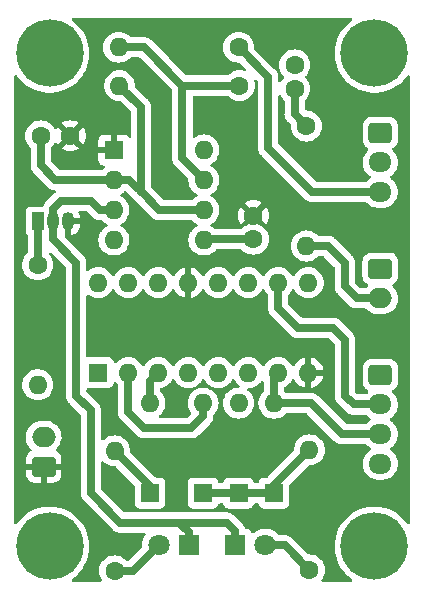
<source format=gbr>
%TF.GenerationSoftware,KiCad,Pcbnew,(6.0.4)*%
%TF.CreationDate,2023-05-23T22:41:31+03:00*%
%TF.ProjectId,metronome,6d657472-6f6e-46f6-9d65-2e6b69636164,rev?*%
%TF.SameCoordinates,Original*%
%TF.FileFunction,Copper,L1,Top*%
%TF.FilePolarity,Positive*%
%FSLAX46Y46*%
G04 Gerber Fmt 4.6, Leading zero omitted, Abs format (unit mm)*
G04 Created by KiCad (PCBNEW (6.0.4)) date 2023-05-23 22:41:31*
%MOMM*%
%LPD*%
G01*
G04 APERTURE LIST*
G04 Aperture macros list*
%AMRoundRect*
0 Rectangle with rounded corners*
0 $1 Rounding radius*
0 $2 $3 $4 $5 $6 $7 $8 $9 X,Y pos of 4 corners*
0 Add a 4 corners polygon primitive as box body*
4,1,4,$2,$3,$4,$5,$6,$7,$8,$9,$2,$3,0*
0 Add four circle primitives for the rounded corners*
1,1,$1+$1,$2,$3*
1,1,$1+$1,$4,$5*
1,1,$1+$1,$6,$7*
1,1,$1+$1,$8,$9*
0 Add four rect primitives between the rounded corners*
20,1,$1+$1,$2,$3,$4,$5,0*
20,1,$1+$1,$4,$5,$6,$7,0*
20,1,$1+$1,$6,$7,$8,$9,0*
20,1,$1+$1,$8,$9,$2,$3,0*%
G04 Aperture macros list end*
%TA.AperFunction,ComponentPad*%
%ADD10C,1.600000*%
%TD*%
%TA.AperFunction,ComponentPad*%
%ADD11O,1.600000X1.600000*%
%TD*%
%TA.AperFunction,ComponentPad*%
%ADD12RoundRect,0.250000X-0.750000X0.600000X-0.750000X-0.600000X0.750000X-0.600000X0.750000X0.600000X0*%
%TD*%
%TA.AperFunction,ComponentPad*%
%ADD13O,2.000000X1.700000*%
%TD*%
%TA.AperFunction,ComponentPad*%
%ADD14RoundRect,0.250000X0.750000X-0.600000X0.750000X0.600000X-0.750000X0.600000X-0.750000X-0.600000X0*%
%TD*%
%TA.AperFunction,ComponentPad*%
%ADD15C,5.700000*%
%TD*%
%TA.AperFunction,ComponentPad*%
%ADD16R,1.600000X1.600000*%
%TD*%
%TA.AperFunction,ComponentPad*%
%ADD17O,1.950000X1.700000*%
%TD*%
%TA.AperFunction,ComponentPad*%
%ADD18RoundRect,0.250000X-0.725000X0.600000X-0.725000X-0.600000X0.725000X-0.600000X0.725000X0.600000X0*%
%TD*%
%TA.AperFunction,ComponentPad*%
%ADD19R,1.050000X1.500000*%
%TD*%
%TA.AperFunction,ComponentPad*%
%ADD20O,1.050000X1.500000*%
%TD*%
%TA.AperFunction,ComponentPad*%
%ADD21R,1.800000X1.800000*%
%TD*%
%TA.AperFunction,ComponentPad*%
%ADD22C,1.800000*%
%TD*%
%TA.AperFunction,Conductor*%
%ADD23C,0.700000*%
%TD*%
G04 APERTURE END LIST*
D10*
%TO.P,R3,1*%
%TO.N,Net-(R2-Pad2)*%
X132080000Y-71000000D03*
D11*
%TO.P,R3,2*%
%TO.N,Net-(C4-Pad2)*%
X121920000Y-71000000D03*
%TD*%
D12*
%TO.P,J1,1,Pin_1*%
%TO.N,VCC*%
X144000000Y-86500000D03*
D13*
%TO.P,J1,2,Pin_2*%
%TO.N,Net-(J1-Pad2)*%
X144000000Y-89000000D03*
%TD*%
D10*
%TO.P,R1,1*%
%TO.N,Net-(C2-Pad2)*%
X137750000Y-74420000D03*
D11*
%TO.P,R1,2*%
%TO.N,Net-(J1-Pad2)*%
X137750000Y-84580000D03*
%TD*%
D14*
%TO.P,J2,1,Pin_1*%
%TO.N,GND*%
X115500000Y-103250000D03*
D13*
%TO.P,J2,2,Pin_2*%
%TO.N,VCC*%
X115500000Y-100750000D03*
%TD*%
D10*
%TO.P,R10,1*%
%TO.N,Net-(D7-Pad2)*%
X121500000Y-112080000D03*
D11*
%TO.P,R10,2*%
%TO.N,Net-(D6-Pad1)*%
X121500000Y-101920000D03*
%TD*%
D15*
%TO.P,H2,1,1*%
%TO.N,unconnected-(H2-Pad1)*%
X116000000Y-110000000D03*
%TD*%
D10*
%TO.P,C2,1*%
%TO.N,Output*%
X136750000Y-69250000D03*
%TO.P,C2,2*%
%TO.N,Net-(C2-Pad2)*%
X136750000Y-71250000D03*
%TD*%
%TO.P,C3,1*%
%TO.N,GND*%
X133250000Y-82000000D03*
%TO.P,C3,2*%
%TO.N,Net-(C3-Pad2)*%
X133250000Y-84000000D03*
%TD*%
%TO.P,C4,1*%
%TO.N,GND*%
X117750000Y-75250000D03*
%TO.P,C4,2*%
%TO.N,Net-(C4-Pad2)*%
X115250000Y-75250000D03*
%TD*%
D15*
%TO.P,H3,1,1*%
%TO.N,unconnected-(H3-Pad1)*%
X143500000Y-68250000D03*
%TD*%
D16*
%TO.P,D5,1,K*%
%TO.N,Net-(D3-Pad1)*%
X129000000Y-105500000D03*
D11*
%TO.P,D5,2,A*%
%TO.N,Net-(D5-Pad2)*%
X129000000Y-97880000D03*
%TD*%
D17*
%TO.P,J3,4,Pin_4*%
%TO.N,Net-(D4-Pad2)*%
X144000000Y-103000000D03*
%TO.P,J3,3,Pin_3*%
%TO.N,Net-(D3-Pad2)*%
X144000000Y-100500000D03*
%TO.P,J3,2,Pin_2*%
%TO.N,Net-(U2-Pad10)*%
X144000000Y-98000000D03*
D18*
%TO.P,J3,1,Pin_1*%
%TO.N,Net-(U2-Pad15)*%
X144000000Y-95500000D03*
%TD*%
D15*
%TO.P,H4,1,1*%
%TO.N,unconnected-(H4-Pad1)*%
X116000000Y-68250000D03*
%TD*%
%TO.P,H1,1,1*%
%TO.N,unconnected-(H1-Pad1)*%
X143500000Y-110000000D03*
%TD*%
D16*
%TO.P,D3,1,K*%
%TO.N,Net-(D3-Pad1)*%
X135000000Y-105500000D03*
D11*
%TO.P,D3,2,A*%
%TO.N,Net-(D3-Pad2)*%
X135000000Y-97880000D03*
%TD*%
D18*
%TO.P,RV2,1,1*%
%TO.N,VCC*%
X144000000Y-75000000D03*
D17*
%TO.P,RV2,2,2*%
X144000000Y-77500000D03*
%TO.P,RV2,3,3*%
%TO.N,Net-(R2-Pad1)*%
X144000000Y-80000000D03*
%TD*%
D19*
%TO.P,Q1,1,D*%
%TO.N,Net-(Q1-Pad1)*%
X115000000Y-82500000D03*
D20*
%TO.P,Q1,2,G*%
%TO.N,Output*%
X116270000Y-82500000D03*
%TO.P,Q1,3,S*%
%TO.N,GND*%
X117540000Y-82500000D03*
%TD*%
D21*
%TO.P,D7,1,K*%
%TO.N,Output*%
X127775000Y-109920000D03*
D22*
%TO.P,D7,2,A*%
%TO.N,Net-(D7-Pad2)*%
X125235000Y-109920000D03*
%TD*%
D16*
%TO.P,U2,1,Q5*%
%TO.N,unconnected-(U2-Pad1)*%
X120125000Y-95300000D03*
D11*
%TO.P,U2,2,Q1*%
%TO.N,Net-(D5-Pad2)*%
X122665000Y-95300000D03*
%TO.P,U2,3,Q0*%
%TO.N,Net-(D6-Pad2)*%
X125205000Y-95300000D03*
%TO.P,U2,4,Q2*%
%TO.N,Net-(D4-Pad2)*%
X127745000Y-95300000D03*
%TO.P,U2,5,Q6*%
%TO.N,unconnected-(U2-Pad5)*%
X130285000Y-95300000D03*
%TO.P,U2,6,Q7*%
%TO.N,unconnected-(U2-Pad6)*%
X132825000Y-95300000D03*
%TO.P,U2,7,Q3*%
%TO.N,Net-(D3-Pad2)*%
X135365000Y-95300000D03*
%TO.P,U2,8,VSS*%
%TO.N,GND*%
X137905000Y-95300000D03*
%TO.P,U2,9,Q8*%
%TO.N,unconnected-(U2-Pad9)*%
X137905000Y-87680000D03*
%TO.P,U2,10,Q4*%
%TO.N,Net-(U2-Pad10)*%
X135365000Y-87680000D03*
%TO.P,U2,11,Q9*%
%TO.N,unconnected-(U2-Pad11)*%
X132825000Y-87680000D03*
%TO.P,U2,12,Cout*%
%TO.N,unconnected-(U2-Pad12)*%
X130285000Y-87680000D03*
%TO.P,U2,13,CKEN*%
%TO.N,GND*%
X127745000Y-87680000D03*
%TO.P,U2,14,CLK*%
%TO.N,Net-(Q1-Pad1)*%
X125205000Y-87680000D03*
%TO.P,U2,15,Reset*%
%TO.N,Net-(U2-Pad15)*%
X122665000Y-87680000D03*
%TO.P,U2,16,VDD*%
%TO.N,VCC*%
X120125000Y-87680000D03*
%TD*%
D16*
%TO.P,D4,1,K*%
%TO.N,Net-(D3-Pad1)*%
X132000000Y-105500000D03*
D11*
%TO.P,D4,2,A*%
%TO.N,Net-(D4-Pad2)*%
X132000000Y-97880000D03*
%TD*%
D10*
%TO.P,R9,1*%
%TO.N,Net-(D2-Pad2)*%
X138000000Y-112000000D03*
D11*
%TO.P,R9,2*%
%TO.N,Net-(D3-Pad1)*%
X138000000Y-101840000D03*
%TD*%
D16*
%TO.P,U1,1,GND*%
%TO.N,GND*%
X121450000Y-76450000D03*
D11*
%TO.P,U1,2,TR*%
%TO.N,Net-(C4-Pad2)*%
X121450000Y-78990000D03*
%TO.P,U1,3,Q*%
%TO.N,Output*%
X121450000Y-81530000D03*
%TO.P,U1,4,R*%
%TO.N,VCC*%
X121450000Y-84070000D03*
%TO.P,U1,5,CV*%
%TO.N,Net-(C3-Pad2)*%
X129070000Y-84070000D03*
%TO.P,U1,6,THR*%
%TO.N,Net-(C4-Pad2)*%
X129070000Y-81530000D03*
%TO.P,U1,7,DIS*%
%TO.N,Net-(R2-Pad2)*%
X129070000Y-78990000D03*
%TO.P,U1,8,VCC*%
%TO.N,VCC*%
X129070000Y-76450000D03*
%TD*%
D10*
%TO.P,R2,1*%
%TO.N,Net-(R2-Pad1)*%
X132000000Y-67750000D03*
D11*
%TO.P,R2,2*%
%TO.N,Net-(R2-Pad2)*%
X121840000Y-67750000D03*
%TD*%
D16*
%TO.P,D6,1,K*%
%TO.N,Net-(D6-Pad1)*%
X124500000Y-105500000D03*
D11*
%TO.P,D6,2,A*%
%TO.N,Net-(D6-Pad2)*%
X124500000Y-97880000D03*
%TD*%
D21*
%TO.P,D2,1,K*%
%TO.N,Output*%
X131725000Y-109920000D03*
D22*
%TO.P,D2,2,A*%
%TO.N,Net-(D2-Pad2)*%
X134265000Y-109920000D03*
%TD*%
D10*
%TO.P,R4,1*%
%TO.N,Net-(Q1-Pad1)*%
X115000000Y-86170000D03*
D11*
%TO.P,R4,2*%
%TO.N,VCC*%
X115000000Y-96330000D03*
%TD*%
D23*
%TO.N,Net-(D2-Pad2)*%
X135920000Y-109920000D02*
X138000000Y-112000000D01*
X134265000Y-109920000D02*
X135920000Y-109920000D01*
%TO.N,Output*%
X119500000Y-80750000D02*
X120280000Y-81530000D01*
X127000000Y-108000000D02*
X127775000Y-108775000D01*
X119500000Y-98500000D02*
X119500000Y-105500000D01*
X116270000Y-82500000D02*
X116270000Y-81480000D01*
X120280000Y-81530000D02*
X121450000Y-81530000D01*
X119500000Y-105500000D02*
X122000000Y-108000000D01*
X127000000Y-108000000D02*
X131000000Y-108000000D01*
X131000000Y-108000000D02*
X131725000Y-108725000D01*
X118250000Y-97250000D02*
X119500000Y-98500000D01*
X116270000Y-81480000D02*
X117000000Y-80750000D01*
X122000000Y-108000000D02*
X127000000Y-108000000D01*
X127775000Y-108775000D02*
X127775000Y-109920000D01*
X117000000Y-80750000D02*
X119500000Y-80750000D01*
X116270000Y-82500000D02*
X116270000Y-84020000D01*
X116270000Y-84020000D02*
X118250000Y-86000000D01*
X118250000Y-86000000D02*
X118250000Y-97250000D01*
X131725000Y-108725000D02*
X131725000Y-109920000D01*
%TO.N,Net-(C2-Pad2)*%
X136750000Y-71250000D02*
X136750000Y-73420000D01*
X136750000Y-73420000D02*
X137750000Y-74420000D01*
%TO.N,Net-(C3-Pad2)*%
X133250000Y-84000000D02*
X129140000Y-84000000D01*
X129140000Y-84000000D02*
X129070000Y-84070000D01*
%TO.N,Net-(C4-Pad2)*%
X115250000Y-77750000D02*
X116490000Y-78990000D01*
X123750000Y-80000000D02*
X123875000Y-80125000D01*
X123750000Y-72830000D02*
X123750000Y-80000000D01*
X121450000Y-78990000D02*
X122740000Y-78990000D01*
X125280000Y-81530000D02*
X129070000Y-81530000D01*
X122740000Y-78990000D02*
X123875000Y-80125000D01*
X121920000Y-71000000D02*
X123750000Y-72830000D01*
X116490000Y-78990000D02*
X121450000Y-78990000D01*
X123875000Y-80125000D02*
X125280000Y-81530000D01*
X115250000Y-77750000D02*
X115250000Y-75250000D01*
%TO.N,Net-(D3-Pad1)*%
X132000000Y-105500000D02*
X135000000Y-105500000D01*
X135000000Y-104840000D02*
X138000000Y-101840000D01*
X129000000Y-105500000D02*
X132000000Y-105500000D01*
X135000000Y-105500000D02*
X135000000Y-104840000D01*
%TO.N,Net-(D3-Pad2)*%
X138130000Y-97880000D02*
X140750000Y-100500000D01*
X140750000Y-100500000D02*
X144000000Y-100500000D01*
X135000000Y-97880000D02*
X135000000Y-95665000D01*
X135000000Y-97880000D02*
X138130000Y-97880000D01*
X135000000Y-95665000D02*
X135365000Y-95300000D01*
%TO.N,Net-(J1-Pad2)*%
X141000000Y-86000000D02*
X141000000Y-88000000D01*
X141000000Y-88000000D02*
X142000000Y-89000000D01*
X137750000Y-84580000D02*
X139580000Y-84580000D01*
X139580000Y-84580000D02*
X141000000Y-86000000D01*
X142000000Y-89000000D02*
X144000000Y-89000000D01*
%TO.N,Net-(R2-Pad1)*%
X134500000Y-70250000D02*
X134500000Y-76250000D01*
X132000000Y-67750000D02*
X134500000Y-70250000D01*
X138250000Y-80000000D02*
X144000000Y-80000000D01*
X134500000Y-76250000D02*
X138250000Y-80000000D01*
%TO.N,Net-(R2-Pad2)*%
X127250000Y-71000000D02*
X132080000Y-71000000D01*
X127250000Y-77170000D02*
X129070000Y-78990000D01*
X121840000Y-67750000D02*
X124000000Y-67750000D01*
X127250000Y-71000000D02*
X127250000Y-77170000D01*
X124000000Y-67750000D02*
X127250000Y-71000000D01*
%TO.N,Net-(D5-Pad2)*%
X122665000Y-98665000D02*
X124000000Y-100000000D01*
X124000000Y-100000000D02*
X128000000Y-100000000D01*
X129000000Y-99000000D02*
X128000000Y-100000000D01*
X122665000Y-95300000D02*
X122665000Y-98665000D01*
X129000000Y-97880000D02*
X129000000Y-99000000D01*
%TO.N,Net-(D6-Pad1)*%
X124500000Y-105500000D02*
X124500000Y-104920000D01*
X124500000Y-104920000D02*
X121500000Y-101920000D01*
%TO.N,Net-(D6-Pad2)*%
X124500000Y-97880000D02*
X124500000Y-96005000D01*
X124500000Y-96005000D02*
X125205000Y-95300000D01*
%TO.N,Net-(D7-Pad2)*%
X123075000Y-112080000D02*
X125235000Y-109920000D01*
X121500000Y-112080000D02*
X123075000Y-112080000D01*
%TO.N,Net-(U2-Pad10)*%
X135365000Y-89865000D02*
X137000000Y-91500000D01*
X137000000Y-91500000D02*
X140000000Y-91500000D01*
X141000000Y-92500000D02*
X141000000Y-97250000D01*
X140000000Y-91500000D02*
X141000000Y-92500000D01*
X141000000Y-97250000D02*
X141750000Y-98000000D01*
X141750000Y-98000000D02*
X144000000Y-98000000D01*
X135365000Y-87680000D02*
X135365000Y-89865000D01*
%TO.N,Net-(Q1-Pad1)*%
X115000000Y-82500000D02*
X115000000Y-86170000D01*
%TD*%
%TA.AperFunction,Conductor*%
%TO.N,GND*%
G36*
X141580358Y-65278502D02*
G01*
X141626851Y-65332158D01*
X141636955Y-65402432D01*
X141607461Y-65467012D01*
X141588241Y-65484996D01*
X141329046Y-65681023D01*
X141064296Y-65930511D01*
X140828040Y-66207132D01*
X140623040Y-66507651D01*
X140616060Y-66520723D01*
X140496947Y-66743802D01*
X140451694Y-66828552D01*
X140450419Y-66831724D01*
X140450417Y-66831728D01*
X140321730Y-67151850D01*
X140316009Y-67166081D01*
X140217569Y-67516290D01*
X140217007Y-67519647D01*
X140217007Y-67519648D01*
X140163165Y-67841399D01*
X140157528Y-67875082D01*
X140136587Y-68238259D01*
X140136759Y-68241654D01*
X140136759Y-68241655D01*
X140154820Y-68598179D01*
X140154992Y-68601574D01*
X140155529Y-68604929D01*
X140155530Y-68604935D01*
X140179759Y-68756198D01*
X140212527Y-68960777D01*
X140308519Y-69311664D01*
X140441845Y-69650133D01*
X140443428Y-69653148D01*
X140609362Y-69969206D01*
X140609367Y-69969214D01*
X140610946Y-69972222D01*
X140612840Y-69975040D01*
X140612845Y-69975049D01*
X140778883Y-70222139D01*
X140813843Y-70274165D01*
X141048163Y-70552428D01*
X141132381Y-70632908D01*
X141308702Y-70801405D01*
X141308709Y-70801411D01*
X141311165Y-70803758D01*
X141599771Y-71025214D01*
X141602689Y-71026988D01*
X141907692Y-71212433D01*
X141907697Y-71212436D01*
X141910607Y-71214205D01*
X141913695Y-71215651D01*
X141913694Y-71215651D01*
X142236952Y-71367077D01*
X142236962Y-71367081D01*
X142240036Y-71368521D01*
X142243254Y-71369623D01*
X142243257Y-71369624D01*
X142580981Y-71485253D01*
X142580989Y-71485255D01*
X142584204Y-71486356D01*
X142939084Y-71566332D01*
X142992123Y-71572375D01*
X143297144Y-71607128D01*
X143297152Y-71607128D01*
X143300527Y-71607513D01*
X143303931Y-71607531D01*
X143303934Y-71607531D01*
X143502058Y-71608568D01*
X143664303Y-71609418D01*
X143667689Y-71609068D01*
X143667691Y-71609068D01*
X144022765Y-71572375D01*
X144022774Y-71572374D01*
X144026157Y-71572024D01*
X144029490Y-71571310D01*
X144029493Y-71571309D01*
X144139895Y-71547641D01*
X144381856Y-71495768D01*
X144727239Y-71381544D01*
X144730323Y-71380138D01*
X144730332Y-71380135D01*
X145055171Y-71232096D01*
X145058265Y-71230686D01*
X145102276Y-71204554D01*
X145368128Y-71046704D01*
X145368132Y-71046701D01*
X145371063Y-71044961D01*
X145661973Y-70826539D01*
X145927592Y-70577977D01*
X146164813Y-70302182D01*
X146261660Y-70161269D01*
X146316728Y-70116458D01*
X146387281Y-70108533D01*
X146450919Y-70140010D01*
X146487436Y-70200895D01*
X146491500Y-70232636D01*
X146491500Y-108017076D01*
X146471498Y-108085197D01*
X146417842Y-108131690D01*
X146347568Y-108141794D01*
X146282988Y-108112300D01*
X146261164Y-108087716D01*
X146180985Y-107969292D01*
X146179075Y-107966471D01*
X145943785Y-107689027D01*
X145679908Y-107438617D01*
X145455647Y-107267776D01*
X145393237Y-107220232D01*
X145393235Y-107220230D01*
X145390530Y-107218170D01*
X145387618Y-107216413D01*
X145387613Y-107216410D01*
X145081951Y-107032023D01*
X145081945Y-107032020D01*
X145079036Y-107030265D01*
X144749071Y-106877100D01*
X144404494Y-106760467D01*
X144395234Y-106758414D01*
X144320485Y-106741843D01*
X144049336Y-106681731D01*
X143882040Y-106663261D01*
X143691133Y-106642184D01*
X143691128Y-106642184D01*
X143687752Y-106641811D01*
X143684353Y-106641805D01*
X143684352Y-106641805D01*
X143512763Y-106641506D01*
X143323972Y-106641176D01*
X143188831Y-106655618D01*
X142965634Y-106679471D01*
X142965628Y-106679472D01*
X142962250Y-106679833D01*
X142606820Y-106757330D01*
X142261838Y-106872759D01*
X141931340Y-107024771D01*
X141619192Y-107211588D01*
X141329046Y-107431023D01*
X141064296Y-107680511D01*
X140828040Y-107957132D01*
X140623040Y-108257651D01*
X140621439Y-108260650D01*
X140456589Y-108569385D01*
X140451694Y-108578552D01*
X140450419Y-108581724D01*
X140450417Y-108581728D01*
X140318581Y-108909684D01*
X140316009Y-108916081D01*
X140315090Y-108919349D01*
X140315088Y-108919356D01*
X140218490Y-109263012D01*
X140217569Y-109266290D01*
X140217007Y-109269647D01*
X140217007Y-109269648D01*
X140211954Y-109299847D01*
X140157528Y-109625082D01*
X140136587Y-109988259D01*
X140154992Y-110351574D01*
X140155529Y-110354929D01*
X140155530Y-110354935D01*
X140195211Y-110602670D01*
X140212527Y-110710777D01*
X140308519Y-111061664D01*
X140441845Y-111400133D01*
X140456955Y-111428914D01*
X140609362Y-111719206D01*
X140609367Y-111719214D01*
X140610946Y-111722222D01*
X140612840Y-111725040D01*
X140612845Y-111725049D01*
X140750141Y-111929366D01*
X140813843Y-112024165D01*
X141048163Y-112302428D01*
X141074899Y-112327977D01*
X141308702Y-112551405D01*
X141308709Y-112551411D01*
X141311165Y-112553758D01*
X141549643Y-112736749D01*
X141587161Y-112765538D01*
X141629028Y-112822876D01*
X141633250Y-112893747D01*
X141598486Y-112955650D01*
X141535773Y-112988931D01*
X141510457Y-112991500D01*
X139145171Y-112991500D01*
X139077050Y-112971498D01*
X139030557Y-112917842D01*
X139020453Y-112847568D01*
X139041958Y-112793229D01*
X139049129Y-112782988D01*
X139137523Y-112656749D01*
X139139846Y-112651767D01*
X139139849Y-112651762D01*
X139231961Y-112454225D01*
X139231961Y-112454224D01*
X139234284Y-112449243D01*
X139266153Y-112330309D01*
X139292119Y-112233402D01*
X139292119Y-112233400D01*
X139293543Y-112228087D01*
X139313498Y-112000000D01*
X139293543Y-111771913D01*
X139289062Y-111755190D01*
X139235707Y-111556067D01*
X139235706Y-111556065D01*
X139234284Y-111550757D01*
X139180349Y-111435092D01*
X139139849Y-111348238D01*
X139139846Y-111348233D01*
X139137523Y-111343251D01*
X139038266Y-111201498D01*
X139009357Y-111160211D01*
X139009355Y-111160208D01*
X139006198Y-111155700D01*
X138844300Y-110993802D01*
X138839792Y-110990645D01*
X138839789Y-110990643D01*
X138742413Y-110922460D01*
X138656749Y-110862477D01*
X138651767Y-110860154D01*
X138651762Y-110860151D01*
X138454225Y-110768039D01*
X138454224Y-110768039D01*
X138449243Y-110765716D01*
X138443935Y-110764294D01*
X138443933Y-110764293D01*
X138233402Y-110707881D01*
X138233400Y-110707881D01*
X138228087Y-110706457D01*
X138000000Y-110686502D01*
X137994525Y-110686981D01*
X137994516Y-110686981D01*
X137967133Y-110689377D01*
X137897528Y-110675389D01*
X137867055Y-110652952D01*
X136556320Y-109342217D01*
X136549177Y-109334450D01*
X136519935Y-109299847D01*
X136515529Y-109294633D01*
X136497862Y-109281125D01*
X136451038Y-109245326D01*
X136448615Y-109243427D01*
X136390583Y-109196768D01*
X136390582Y-109196767D01*
X136385262Y-109192490D01*
X136379143Y-109189453D01*
X136376348Y-109187665D01*
X136375987Y-109187412D01*
X136375620Y-109187210D01*
X136372762Y-109185479D01*
X136367348Y-109181340D01*
X136293736Y-109147014D01*
X136290964Y-109145680D01*
X136224296Y-109112586D01*
X136218186Y-109109553D01*
X136211565Y-109107902D01*
X136208437Y-109106751D01*
X136208044Y-109106587D01*
X136207639Y-109106468D01*
X136204475Y-109105391D01*
X136198296Y-109102510D01*
X136119000Y-109084785D01*
X136116002Y-109084076D01*
X136043821Y-109066079D01*
X136043820Y-109066079D01*
X136037199Y-109064428D01*
X136030378Y-109064237D01*
X136027075Y-109063785D01*
X136026191Y-109063626D01*
X136021308Y-109062948D01*
X136016260Y-109061820D01*
X136010537Y-109061500D01*
X135934156Y-109061500D01*
X135930637Y-109061451D01*
X135850743Y-109059219D01*
X135844039Y-109060498D01*
X135837238Y-109061045D01*
X135837196Y-109060525D01*
X135826875Y-109061500D01*
X135443958Y-109061500D01*
X135375837Y-109041498D01*
X135350765Y-109020300D01*
X135232366Y-108890181D01*
X135232364Y-108890179D01*
X135228887Y-108886358D01*
X135224836Y-108883159D01*
X135224832Y-108883155D01*
X135051177Y-108746011D01*
X135051172Y-108746008D01*
X135047123Y-108742810D01*
X135042607Y-108740317D01*
X135042604Y-108740315D01*
X134848879Y-108633373D01*
X134848875Y-108633371D01*
X134844355Y-108630876D01*
X134839486Y-108629152D01*
X134839482Y-108629150D01*
X134630903Y-108555288D01*
X134630899Y-108555287D01*
X134626028Y-108553562D01*
X134620935Y-108552655D01*
X134620932Y-108552654D01*
X134403095Y-108513851D01*
X134403089Y-108513850D01*
X134398006Y-108512945D01*
X134325096Y-108512054D01*
X134171581Y-108510179D01*
X134171579Y-108510179D01*
X134166411Y-108510116D01*
X133937464Y-108545150D01*
X133717314Y-108617106D01*
X133712726Y-108619494D01*
X133712722Y-108619496D01*
X133516461Y-108721663D01*
X133511872Y-108724052D01*
X133507739Y-108727155D01*
X133507736Y-108727157D01*
X133330790Y-108860012D01*
X133326655Y-108863117D01*
X133311953Y-108878502D01*
X133309170Y-108881414D01*
X133247646Y-108916844D01*
X133176733Y-108913387D01*
X133118947Y-108872141D01*
X133100094Y-108838592D01*
X133078768Y-108781705D01*
X133078767Y-108781704D01*
X133075615Y-108773295D01*
X132988261Y-108656739D01*
X132871705Y-108569385D01*
X132735316Y-108518255D01*
X132673134Y-108511500D01*
X132649513Y-108511500D01*
X132581392Y-108491498D01*
X132534899Y-108437842D01*
X132530094Y-108425688D01*
X132511101Y-108369250D01*
X132511099Y-108369245D01*
X132508922Y-108362777D01*
X132505405Y-108356924D01*
X132504015Y-108353916D01*
X132503848Y-108353511D01*
X132503643Y-108353135D01*
X132502173Y-108350148D01*
X132499838Y-108343732D01*
X132456270Y-108275080D01*
X132454745Y-108272611D01*
X132412853Y-108202891D01*
X132408166Y-108197934D01*
X132406149Y-108195277D01*
X132405639Y-108194543D01*
X132402661Y-108190605D01*
X132399891Y-108186241D01*
X132396071Y-108181968D01*
X132342075Y-108127972D01*
X132339621Y-108125450D01*
X132303938Y-108087716D01*
X132284692Y-108067364D01*
X132279044Y-108063526D01*
X132273852Y-108059107D01*
X132274192Y-108058707D01*
X132266203Y-108052100D01*
X131636320Y-107422217D01*
X131629177Y-107414450D01*
X131599935Y-107379847D01*
X131595529Y-107374633D01*
X131531031Y-107325321D01*
X131528615Y-107323427D01*
X131470583Y-107276768D01*
X131470582Y-107276767D01*
X131465262Y-107272490D01*
X131459143Y-107269453D01*
X131456348Y-107267665D01*
X131455987Y-107267412D01*
X131455620Y-107267210D01*
X131452762Y-107265479D01*
X131447348Y-107261340D01*
X131373736Y-107227014D01*
X131370964Y-107225680D01*
X131304296Y-107192586D01*
X131298186Y-107189553D01*
X131291565Y-107187902D01*
X131288437Y-107186751D01*
X131288044Y-107186587D01*
X131287639Y-107186468D01*
X131284475Y-107185391D01*
X131278296Y-107182510D01*
X131199000Y-107164785D01*
X131196002Y-107164076D01*
X131123821Y-107146079D01*
X131123820Y-107146079D01*
X131117199Y-107144428D01*
X131110378Y-107144237D01*
X131107075Y-107143785D01*
X131106191Y-107143626D01*
X131101308Y-107142948D01*
X131096260Y-107141820D01*
X131090537Y-107141500D01*
X131014156Y-107141500D01*
X131010637Y-107141451D01*
X130930743Y-107139219D01*
X130924039Y-107140498D01*
X130917238Y-107141045D01*
X130917196Y-107140525D01*
X130906875Y-107141500D01*
X127014156Y-107141500D01*
X127010637Y-107141451D01*
X126930743Y-107139219D01*
X126924039Y-107140498D01*
X126917238Y-107141045D01*
X126917196Y-107140525D01*
X126906875Y-107141500D01*
X122407793Y-107141500D01*
X122339672Y-107121498D01*
X122318698Y-107104595D01*
X120395405Y-105181302D01*
X120361379Y-105118990D01*
X120358500Y-105092207D01*
X120358500Y-102933188D01*
X120378502Y-102865067D01*
X120432158Y-102818574D01*
X120502432Y-102808470D01*
X120567012Y-102837964D01*
X120573595Y-102844093D01*
X120655700Y-102926198D01*
X120660208Y-102929355D01*
X120660211Y-102929357D01*
X120676989Y-102941105D01*
X120843251Y-103057523D01*
X120848233Y-103059846D01*
X120848238Y-103059849D01*
X121042906Y-103150623D01*
X121050757Y-103154284D01*
X121056065Y-103155706D01*
X121056067Y-103155707D01*
X121266598Y-103212119D01*
X121266600Y-103212119D01*
X121271913Y-103213543D01*
X121500000Y-103233498D01*
X121505475Y-103233019D01*
X121505484Y-103233019D01*
X121532867Y-103230623D01*
X121602472Y-103244611D01*
X121632945Y-103267048D01*
X123154595Y-104788698D01*
X123188621Y-104851010D01*
X123191500Y-104877793D01*
X123191500Y-106348134D01*
X123198255Y-106410316D01*
X123249385Y-106546705D01*
X123336739Y-106663261D01*
X123453295Y-106750615D01*
X123589684Y-106801745D01*
X123651866Y-106808500D01*
X125348134Y-106808500D01*
X125410316Y-106801745D01*
X125546705Y-106750615D01*
X125663261Y-106663261D01*
X125750615Y-106546705D01*
X125801745Y-106410316D01*
X125808500Y-106348134D01*
X127691500Y-106348134D01*
X127698255Y-106410316D01*
X127749385Y-106546705D01*
X127836739Y-106663261D01*
X127953295Y-106750615D01*
X128089684Y-106801745D01*
X128151866Y-106808500D01*
X129848134Y-106808500D01*
X129910316Y-106801745D01*
X130046705Y-106750615D01*
X130163261Y-106663261D01*
X130250615Y-106546705D01*
X130290516Y-106440270D01*
X130333158Y-106383506D01*
X130399719Y-106358806D01*
X130408498Y-106358500D01*
X130591502Y-106358500D01*
X130659623Y-106378502D01*
X130706116Y-106432158D01*
X130709484Y-106440270D01*
X130749385Y-106546705D01*
X130836739Y-106663261D01*
X130953295Y-106750615D01*
X131089684Y-106801745D01*
X131151866Y-106808500D01*
X132848134Y-106808500D01*
X132910316Y-106801745D01*
X133046705Y-106750615D01*
X133163261Y-106663261D01*
X133250615Y-106546705D01*
X133290516Y-106440270D01*
X133333158Y-106383506D01*
X133399719Y-106358806D01*
X133408498Y-106358500D01*
X133591502Y-106358500D01*
X133659623Y-106378502D01*
X133706116Y-106432158D01*
X133709484Y-106440270D01*
X133749385Y-106546705D01*
X133836739Y-106663261D01*
X133953295Y-106750615D01*
X134089684Y-106801745D01*
X134151866Y-106808500D01*
X135848134Y-106808500D01*
X135910316Y-106801745D01*
X136046705Y-106750615D01*
X136163261Y-106663261D01*
X136250615Y-106546705D01*
X136301745Y-106410316D01*
X136308500Y-106348134D01*
X136308500Y-104797792D01*
X136328502Y-104729671D01*
X136345405Y-104708697D01*
X137867055Y-103187048D01*
X137929367Y-103153022D01*
X137967133Y-103150623D01*
X137994516Y-103153019D01*
X137994525Y-103153019D01*
X138000000Y-103153498D01*
X138228087Y-103133543D01*
X138233400Y-103132119D01*
X138233402Y-103132119D01*
X138443933Y-103075707D01*
X138443935Y-103075706D01*
X138449243Y-103074284D01*
X138470813Y-103064226D01*
X138651762Y-102979849D01*
X138651767Y-102979846D01*
X138656749Y-102977523D01*
X138761611Y-102904098D01*
X138839789Y-102849357D01*
X138839792Y-102849355D01*
X138844300Y-102846198D01*
X139006198Y-102684300D01*
X139137523Y-102496749D01*
X139139846Y-102491767D01*
X139139849Y-102491762D01*
X139231961Y-102294225D01*
X139231961Y-102294224D01*
X139234284Y-102289243D01*
X139236348Y-102281542D01*
X139292119Y-102073402D01*
X139292119Y-102073400D01*
X139293543Y-102068087D01*
X139313498Y-101840000D01*
X139293543Y-101611913D01*
X139256432Y-101473412D01*
X139235707Y-101396067D01*
X139235706Y-101396065D01*
X139234284Y-101390757D01*
X139231961Y-101385775D01*
X139139849Y-101188238D01*
X139139846Y-101188233D01*
X139137523Y-101183251D01*
X139026622Y-101024868D01*
X139009357Y-101000211D01*
X139009355Y-101000208D01*
X139006198Y-100995700D01*
X138844300Y-100833802D01*
X138839792Y-100830645D01*
X138839789Y-100830643D01*
X138712538Y-100741541D01*
X138656749Y-100702477D01*
X138651767Y-100700154D01*
X138651762Y-100700151D01*
X138454225Y-100608039D01*
X138454224Y-100608039D01*
X138449243Y-100605716D01*
X138443935Y-100604294D01*
X138443933Y-100604293D01*
X138233402Y-100547881D01*
X138233400Y-100547881D01*
X138228087Y-100546457D01*
X138000000Y-100526502D01*
X137771913Y-100546457D01*
X137766600Y-100547881D01*
X137766598Y-100547881D01*
X137556067Y-100604293D01*
X137556065Y-100604294D01*
X137550757Y-100605716D01*
X137545776Y-100608039D01*
X137545775Y-100608039D01*
X137348238Y-100700151D01*
X137348233Y-100700154D01*
X137343251Y-100702477D01*
X137287462Y-100741541D01*
X137160211Y-100830643D01*
X137160208Y-100830645D01*
X137155700Y-100833802D01*
X136993802Y-100995700D01*
X136990645Y-101000208D01*
X136990643Y-101000211D01*
X136973378Y-101024868D01*
X136862477Y-101183251D01*
X136860154Y-101188233D01*
X136860151Y-101188238D01*
X136768039Y-101385775D01*
X136765716Y-101390757D01*
X136764294Y-101396065D01*
X136764293Y-101396067D01*
X136743568Y-101473412D01*
X136706457Y-101611913D01*
X136686502Y-101840000D01*
X136686981Y-101845475D01*
X136686981Y-101845484D01*
X136689377Y-101872867D01*
X136675389Y-101942472D01*
X136652952Y-101972945D01*
X134471302Y-104154595D01*
X134408990Y-104188621D01*
X134382207Y-104191500D01*
X134151866Y-104191500D01*
X134089684Y-104198255D01*
X133953295Y-104249385D01*
X133836739Y-104336739D01*
X133749385Y-104453295D01*
X133746233Y-104461703D01*
X133709484Y-104559730D01*
X133666842Y-104616494D01*
X133600281Y-104641194D01*
X133591502Y-104641500D01*
X133408498Y-104641500D01*
X133340377Y-104621498D01*
X133293884Y-104567842D01*
X133290516Y-104559730D01*
X133253767Y-104461703D01*
X133250615Y-104453295D01*
X133163261Y-104336739D01*
X133046705Y-104249385D01*
X132910316Y-104198255D01*
X132848134Y-104191500D01*
X131151866Y-104191500D01*
X131089684Y-104198255D01*
X130953295Y-104249385D01*
X130836739Y-104336739D01*
X130749385Y-104453295D01*
X130746233Y-104461703D01*
X130709484Y-104559730D01*
X130666842Y-104616494D01*
X130600281Y-104641194D01*
X130591502Y-104641500D01*
X130408498Y-104641500D01*
X130340377Y-104621498D01*
X130293884Y-104567842D01*
X130290516Y-104559730D01*
X130253767Y-104461703D01*
X130250615Y-104453295D01*
X130163261Y-104336739D01*
X130046705Y-104249385D01*
X129910316Y-104198255D01*
X129848134Y-104191500D01*
X128151866Y-104191500D01*
X128089684Y-104198255D01*
X127953295Y-104249385D01*
X127836739Y-104336739D01*
X127749385Y-104453295D01*
X127698255Y-104589684D01*
X127691500Y-104651866D01*
X127691500Y-106348134D01*
X125808500Y-106348134D01*
X125808500Y-104651866D01*
X125801745Y-104589684D01*
X125750615Y-104453295D01*
X125663261Y-104336739D01*
X125546705Y-104249385D01*
X125410316Y-104198255D01*
X125348134Y-104191500D01*
X125037793Y-104191500D01*
X124969672Y-104171498D01*
X124948698Y-104154595D01*
X122847048Y-102052945D01*
X122813022Y-101990633D01*
X122810623Y-101952867D01*
X122813019Y-101925484D01*
X122813019Y-101925475D01*
X122813498Y-101920000D01*
X122793543Y-101691913D01*
X122759681Y-101565539D01*
X122735707Y-101476067D01*
X122735706Y-101476065D01*
X122734284Y-101470757D01*
X122704602Y-101407103D01*
X122639849Y-101268238D01*
X122639846Y-101268233D01*
X122637523Y-101263251D01*
X122540975Y-101125367D01*
X122509357Y-101080211D01*
X122509355Y-101080208D01*
X122506198Y-101075700D01*
X122344300Y-100913802D01*
X122339792Y-100910645D01*
X122339789Y-100910643D01*
X122243780Y-100843417D01*
X122156749Y-100782477D01*
X122151767Y-100780154D01*
X122151762Y-100780151D01*
X121954225Y-100688039D01*
X121954224Y-100688039D01*
X121949243Y-100685716D01*
X121943935Y-100684294D01*
X121943933Y-100684293D01*
X121733402Y-100627881D01*
X121733400Y-100627881D01*
X121728087Y-100626457D01*
X121500000Y-100606502D01*
X121271913Y-100626457D01*
X121266600Y-100627881D01*
X121266598Y-100627881D01*
X121056067Y-100684293D01*
X121056065Y-100684294D01*
X121050757Y-100685716D01*
X121045776Y-100688039D01*
X121045775Y-100688039D01*
X120848238Y-100780151D01*
X120848233Y-100780154D01*
X120843251Y-100782477D01*
X120756220Y-100843417D01*
X120660211Y-100910643D01*
X120660208Y-100910645D01*
X120655700Y-100913802D01*
X120573595Y-100995907D01*
X120511283Y-101029933D01*
X120440468Y-101024868D01*
X120383632Y-100982321D01*
X120358821Y-100915801D01*
X120358500Y-100906812D01*
X120358500Y-98541390D01*
X120358942Y-98530847D01*
X120362733Y-98485699D01*
X120363304Y-98478901D01*
X120352563Y-98398398D01*
X120352193Y-98395343D01*
X120345553Y-98334225D01*
X120343417Y-98314563D01*
X120341242Y-98308099D01*
X120340522Y-98304824D01*
X120340452Y-98304428D01*
X120340329Y-98304004D01*
X120339538Y-98300784D01*
X120338634Y-98294011D01*
X120310851Y-98217677D01*
X120309844Y-98214802D01*
X120303593Y-98196227D01*
X120283922Y-98137777D01*
X120280404Y-98131923D01*
X120279015Y-98128916D01*
X120278848Y-98128511D01*
X120278643Y-98128135D01*
X120277173Y-98125148D01*
X120274838Y-98118732D01*
X120231270Y-98050080D01*
X120229745Y-98047611D01*
X120187853Y-97977891D01*
X120183166Y-97972934D01*
X120181149Y-97970277D01*
X120180639Y-97969543D01*
X120177661Y-97965605D01*
X120174891Y-97961241D01*
X120171071Y-97956968D01*
X120117075Y-97902972D01*
X120114621Y-97900450D01*
X120064381Y-97847323D01*
X120059692Y-97842364D01*
X120054044Y-97838526D01*
X120048852Y-97834107D01*
X120049192Y-97833707D01*
X120041203Y-97827100D01*
X119145405Y-96931302D01*
X119111379Y-96868990D01*
X119108500Y-96842207D01*
X119108500Y-96730639D01*
X119128502Y-96662518D01*
X119182158Y-96616025D01*
X119248107Y-96605376D01*
X119273467Y-96608131D01*
X119273471Y-96608131D01*
X119276866Y-96608500D01*
X120973134Y-96608500D01*
X121035316Y-96601745D01*
X121171705Y-96550615D01*
X121288261Y-96463261D01*
X121375615Y-96346705D01*
X121426745Y-96210316D01*
X121427917Y-96199526D01*
X121428803Y-96197394D01*
X121429425Y-96194778D01*
X121429848Y-96194879D01*
X121455155Y-96133965D01*
X121513517Y-96093537D01*
X121584471Y-96091078D01*
X121645490Y-96127371D01*
X121652489Y-96136031D01*
X121655643Y-96139789D01*
X121658802Y-96144300D01*
X121769595Y-96255093D01*
X121803621Y-96317405D01*
X121806500Y-96344188D01*
X121806500Y-98623610D01*
X121806058Y-98634152D01*
X121801696Y-98686099D01*
X121802598Y-98692859D01*
X121802598Y-98692861D01*
X121812437Y-98766602D01*
X121812807Y-98769657D01*
X121813314Y-98774320D01*
X121821583Y-98850437D01*
X121823758Y-98856901D01*
X121824478Y-98860176D01*
X121824548Y-98860572D01*
X121824671Y-98860996D01*
X121825462Y-98864216D01*
X121826366Y-98870989D01*
X121848932Y-98932988D01*
X121854139Y-98947294D01*
X121855156Y-98950198D01*
X121881078Y-99027223D01*
X121884596Y-99033077D01*
X121885985Y-99036084D01*
X121886152Y-99036489D01*
X121886357Y-99036865D01*
X121887827Y-99039852D01*
X121890162Y-99046268D01*
X121933730Y-99114920D01*
X121935255Y-99117389D01*
X121977147Y-99187109D01*
X121981834Y-99192066D01*
X121983851Y-99194723D01*
X121984369Y-99195469D01*
X121987344Y-99199402D01*
X121990109Y-99203759D01*
X121993930Y-99208032D01*
X122047908Y-99262010D01*
X122050362Y-99264532D01*
X122105308Y-99322636D01*
X122110950Y-99326471D01*
X122116148Y-99330894D01*
X122115811Y-99331290D01*
X122123802Y-99337904D01*
X123363674Y-100577776D01*
X123370816Y-100585542D01*
X123404471Y-100625367D01*
X123469017Y-100674717D01*
X123471419Y-100676601D01*
X123529411Y-100723228D01*
X123529417Y-100723232D01*
X123534738Y-100727510D01*
X123540857Y-100730547D01*
X123543652Y-100732335D01*
X123544013Y-100732588D01*
X123544380Y-100732790D01*
X123547238Y-100734521D01*
X123552652Y-100738660D01*
X123622391Y-100771180D01*
X123626262Y-100772985D01*
X123629033Y-100774319D01*
X123701814Y-100810447D01*
X123708435Y-100812098D01*
X123711563Y-100813249D01*
X123711956Y-100813413D01*
X123712361Y-100813532D01*
X123715525Y-100814609D01*
X123721704Y-100817490D01*
X123780548Y-100830643D01*
X123801002Y-100835215D01*
X123803998Y-100835924D01*
X123870733Y-100852563D01*
X123882801Y-100855572D01*
X123889622Y-100855763D01*
X123892925Y-100856215D01*
X123893809Y-100856374D01*
X123898692Y-100857052D01*
X123903740Y-100858180D01*
X123909463Y-100858500D01*
X123985844Y-100858500D01*
X123989363Y-100858549D01*
X124069257Y-100860781D01*
X124075961Y-100859502D01*
X124082762Y-100858955D01*
X124082804Y-100859475D01*
X124093125Y-100858500D01*
X127958610Y-100858500D01*
X127969152Y-100858942D01*
X128021099Y-100863304D01*
X128027859Y-100862402D01*
X128027861Y-100862402D01*
X128101602Y-100852563D01*
X128104657Y-100852193D01*
X128136889Y-100848691D01*
X128185437Y-100843417D01*
X128191901Y-100841242D01*
X128195176Y-100840522D01*
X128195572Y-100840452D01*
X128195996Y-100840329D01*
X128199216Y-100839538D01*
X128205989Y-100838634D01*
X128282323Y-100810851D01*
X128285198Y-100809844D01*
X128320774Y-100797871D01*
X128362223Y-100783922D01*
X128368077Y-100780404D01*
X128371084Y-100779015D01*
X128371489Y-100778848D01*
X128371865Y-100778643D01*
X128374852Y-100777173D01*
X128381268Y-100774838D01*
X128449920Y-100731270D01*
X128452389Y-100729745D01*
X128522109Y-100687853D01*
X128527066Y-100683166D01*
X128529723Y-100681149D01*
X128530469Y-100680631D01*
X128534402Y-100677656D01*
X128538759Y-100674891D01*
X128543032Y-100671070D01*
X128597011Y-100617091D01*
X128599533Y-100614637D01*
X128607629Y-100606981D01*
X128657636Y-100559692D01*
X128661474Y-100554044D01*
X128665893Y-100548852D01*
X128666292Y-100549192D01*
X128672900Y-100541202D01*
X129577789Y-99636314D01*
X129585556Y-99629172D01*
X129620153Y-99599936D01*
X129620157Y-99599932D01*
X129625367Y-99595529D01*
X129674679Y-99531031D01*
X129676573Y-99528615D01*
X129687546Y-99514968D01*
X129727510Y-99465262D01*
X129730547Y-99459143D01*
X129732335Y-99456348D01*
X129732588Y-99455987D01*
X129732790Y-99455620D01*
X129734521Y-99452762D01*
X129738660Y-99447348D01*
X129772986Y-99373736D01*
X129774320Y-99370964D01*
X129807414Y-99304296D01*
X129810447Y-99298186D01*
X129812098Y-99291565D01*
X129813249Y-99288437D01*
X129813413Y-99288043D01*
X129813532Y-99287639D01*
X129814609Y-99284476D01*
X129817490Y-99278296D01*
X129835206Y-99199042D01*
X129835913Y-99196048D01*
X129836058Y-99195469D01*
X129855573Y-99117198D01*
X129855763Y-99110377D01*
X129856216Y-99107074D01*
X129856375Y-99106192D01*
X129857054Y-99101299D01*
X129858180Y-99096260D01*
X129858500Y-99090537D01*
X129858500Y-99014171D01*
X129858549Y-99010653D01*
X129860591Y-98937557D01*
X129860591Y-98937554D01*
X129860781Y-98930743D01*
X129860736Y-98930506D01*
X129874698Y-98863468D01*
X129896721Y-98833777D01*
X130006198Y-98724300D01*
X130038920Y-98677569D01*
X130106177Y-98581515D01*
X130137523Y-98536749D01*
X130139846Y-98531767D01*
X130139849Y-98531762D01*
X130231961Y-98334225D01*
X130231961Y-98334224D01*
X130234284Y-98329243D01*
X130243725Y-98294011D01*
X130292119Y-98113402D01*
X130292119Y-98113400D01*
X130293543Y-98108087D01*
X130313498Y-97880000D01*
X130293543Y-97651913D01*
X130291160Y-97643019D01*
X130235707Y-97436067D01*
X130235706Y-97436065D01*
X130234284Y-97430757D01*
X130188374Y-97332301D01*
X130139849Y-97228238D01*
X130139846Y-97228233D01*
X130137523Y-97223251D01*
X130027940Y-97066751D01*
X130009357Y-97040211D01*
X130009355Y-97040208D01*
X130006198Y-97035700D01*
X129844300Y-96873802D01*
X129839792Y-96870645D01*
X129839789Y-96870643D01*
X129709256Y-96779243D01*
X129656749Y-96742477D01*
X129651767Y-96740154D01*
X129651762Y-96740151D01*
X129454225Y-96648039D01*
X129454224Y-96648039D01*
X129449243Y-96645716D01*
X129443935Y-96644294D01*
X129443933Y-96644293D01*
X129233402Y-96587881D01*
X129233400Y-96587881D01*
X129228087Y-96586457D01*
X129000000Y-96566502D01*
X128771913Y-96586457D01*
X128766600Y-96587881D01*
X128766598Y-96587881D01*
X128556067Y-96644293D01*
X128556065Y-96644294D01*
X128550757Y-96645716D01*
X128545775Y-96648039D01*
X128545770Y-96648041D01*
X128511630Y-96663961D01*
X128441438Y-96674623D01*
X128407754Y-96659562D01*
X128407795Y-96664770D01*
X128369887Y-96724799D01*
X128349624Y-96739350D01*
X128348227Y-96740157D01*
X128343251Y-96742477D01*
X128338751Y-96745628D01*
X128160211Y-96870643D01*
X128160208Y-96870645D01*
X128155700Y-96873802D01*
X127993802Y-97035700D01*
X127990645Y-97040208D01*
X127990643Y-97040211D01*
X127972060Y-97066751D01*
X127862477Y-97223251D01*
X127860154Y-97228233D01*
X127860151Y-97228238D01*
X127811626Y-97332301D01*
X127765716Y-97430757D01*
X127764294Y-97436065D01*
X127764293Y-97436067D01*
X127708840Y-97643019D01*
X127706457Y-97651913D01*
X127686502Y-97880000D01*
X127706457Y-98108087D01*
X127707881Y-98113400D01*
X127707881Y-98113402D01*
X127756276Y-98294011D01*
X127765716Y-98329243D01*
X127768039Y-98334224D01*
X127768039Y-98334225D01*
X127860151Y-98531762D01*
X127860154Y-98531767D01*
X127862477Y-98536749D01*
X127865633Y-98541256D01*
X127865634Y-98541258D01*
X127961080Y-98677569D01*
X127983768Y-98744843D01*
X127966483Y-98813704D01*
X127946963Y-98838935D01*
X127812485Y-98973412D01*
X127681301Y-99104596D01*
X127618989Y-99138621D01*
X127592206Y-99141500D01*
X125379312Y-99141500D01*
X125311191Y-99121498D01*
X125264698Y-99067842D01*
X125254594Y-98997568D01*
X125284088Y-98932988D01*
X125307041Y-98912287D01*
X125339789Y-98889357D01*
X125339792Y-98889355D01*
X125344300Y-98886198D01*
X125506198Y-98724300D01*
X125538920Y-98677569D01*
X125606177Y-98581515D01*
X125637523Y-98536749D01*
X125639846Y-98531767D01*
X125639849Y-98531762D01*
X125731961Y-98334225D01*
X125731961Y-98334224D01*
X125734284Y-98329243D01*
X125743725Y-98294011D01*
X125792119Y-98113402D01*
X125792119Y-98113400D01*
X125793543Y-98108087D01*
X125813498Y-97880000D01*
X125793543Y-97651913D01*
X125791160Y-97643019D01*
X125735707Y-97436067D01*
X125735706Y-97436065D01*
X125734284Y-97430757D01*
X125688374Y-97332301D01*
X125639849Y-97228238D01*
X125639846Y-97228233D01*
X125637523Y-97223251D01*
X125527940Y-97066751D01*
X125509357Y-97040211D01*
X125509355Y-97040208D01*
X125506198Y-97035700D01*
X125395405Y-96924907D01*
X125361379Y-96862595D01*
X125358500Y-96835812D01*
X125358500Y-96710212D01*
X125378502Y-96642091D01*
X125432158Y-96595598D01*
X125451889Y-96588505D01*
X125648933Y-96535707D01*
X125648935Y-96535706D01*
X125654243Y-96534284D01*
X125695105Y-96515230D01*
X125856762Y-96439849D01*
X125856767Y-96439846D01*
X125861749Y-96437523D01*
X125995045Y-96344188D01*
X126044789Y-96309357D01*
X126044792Y-96309355D01*
X126049300Y-96306198D01*
X126211198Y-96144300D01*
X126241683Y-96100764D01*
X126339366Y-95961257D01*
X126342523Y-95956749D01*
X126344846Y-95951767D01*
X126344849Y-95951762D01*
X126360805Y-95917543D01*
X126407722Y-95864258D01*
X126475999Y-95844797D01*
X126543959Y-95865339D01*
X126589195Y-95917543D01*
X126605151Y-95951762D01*
X126605154Y-95951767D01*
X126607477Y-95956749D01*
X126610634Y-95961257D01*
X126708318Y-96100764D01*
X126738802Y-96144300D01*
X126900700Y-96306198D01*
X126905208Y-96309355D01*
X126905211Y-96309357D01*
X126954955Y-96344188D01*
X127088251Y-96437523D01*
X127093233Y-96439846D01*
X127093238Y-96439849D01*
X127254895Y-96515230D01*
X127295757Y-96534284D01*
X127301065Y-96535706D01*
X127301067Y-96535707D01*
X127511598Y-96592119D01*
X127511600Y-96592119D01*
X127516913Y-96593543D01*
X127745000Y-96613498D01*
X127973087Y-96593543D01*
X127978400Y-96592119D01*
X127978402Y-96592119D01*
X128188933Y-96535707D01*
X128188935Y-96535706D01*
X128194243Y-96534284D01*
X128199225Y-96531961D01*
X128199230Y-96531959D01*
X128233370Y-96516039D01*
X128303562Y-96505377D01*
X128337246Y-96520438D01*
X128337205Y-96515230D01*
X128375113Y-96455201D01*
X128395376Y-96440650D01*
X128396773Y-96439843D01*
X128401749Y-96437523D01*
X128521188Y-96353891D01*
X128584789Y-96309357D01*
X128584792Y-96309355D01*
X128589300Y-96306198D01*
X128751198Y-96144300D01*
X128781683Y-96100764D01*
X128879366Y-95961257D01*
X128882523Y-95956749D01*
X128884846Y-95951767D01*
X128884849Y-95951762D01*
X128900805Y-95917543D01*
X128947722Y-95864258D01*
X129015999Y-95844797D01*
X129083959Y-95865339D01*
X129129195Y-95917543D01*
X129145151Y-95951762D01*
X129145154Y-95951767D01*
X129147477Y-95956749D01*
X129150634Y-95961257D01*
X129248318Y-96100764D01*
X129278802Y-96144300D01*
X129440700Y-96306198D01*
X129445208Y-96309355D01*
X129445211Y-96309357D01*
X129494955Y-96344188D01*
X129628251Y-96437523D01*
X129633233Y-96439846D01*
X129633238Y-96439849D01*
X129794895Y-96515230D01*
X129835757Y-96534284D01*
X129841065Y-96535706D01*
X129841067Y-96535707D01*
X130051598Y-96592119D01*
X130051600Y-96592119D01*
X130056913Y-96593543D01*
X130285000Y-96613498D01*
X130513087Y-96593543D01*
X130518400Y-96592119D01*
X130518402Y-96592119D01*
X130728933Y-96535707D01*
X130728935Y-96535706D01*
X130734243Y-96534284D01*
X130775105Y-96515230D01*
X130936762Y-96439849D01*
X130936767Y-96439846D01*
X130941749Y-96437523D01*
X131075045Y-96344188D01*
X131124789Y-96309357D01*
X131124792Y-96309355D01*
X131129300Y-96306198D01*
X131291198Y-96144300D01*
X131321683Y-96100764D01*
X131419366Y-95961257D01*
X131422523Y-95956749D01*
X131424846Y-95951767D01*
X131424849Y-95951762D01*
X131440805Y-95917543D01*
X131487722Y-95864258D01*
X131555999Y-95844797D01*
X131623959Y-95865339D01*
X131669195Y-95917543D01*
X131685151Y-95951762D01*
X131685154Y-95951767D01*
X131687477Y-95956749D01*
X131690634Y-95961257D01*
X131788318Y-96100764D01*
X131818802Y-96144300D01*
X131980700Y-96306198D01*
X131985210Y-96309356D01*
X131985216Y-96309361D01*
X132029729Y-96340529D01*
X132074058Y-96395986D01*
X132081367Y-96466605D01*
X132049337Y-96529966D01*
X131988135Y-96565951D01*
X131968441Y-96569263D01*
X131948476Y-96571010D01*
X131771913Y-96586457D01*
X131766600Y-96587881D01*
X131766598Y-96587881D01*
X131556067Y-96644293D01*
X131556065Y-96644294D01*
X131550757Y-96645716D01*
X131545776Y-96648039D01*
X131545775Y-96648039D01*
X131348238Y-96740151D01*
X131348233Y-96740154D01*
X131343251Y-96742477D01*
X131290744Y-96779243D01*
X131160211Y-96870643D01*
X131160208Y-96870645D01*
X131155700Y-96873802D01*
X130993802Y-97035700D01*
X130990645Y-97040208D01*
X130990643Y-97040211D01*
X130972060Y-97066751D01*
X130862477Y-97223251D01*
X130860154Y-97228233D01*
X130860151Y-97228238D01*
X130811626Y-97332301D01*
X130765716Y-97430757D01*
X130764294Y-97436065D01*
X130764293Y-97436067D01*
X130708840Y-97643019D01*
X130706457Y-97651913D01*
X130686502Y-97880000D01*
X130706457Y-98108087D01*
X130707881Y-98113400D01*
X130707881Y-98113402D01*
X130756276Y-98294011D01*
X130765716Y-98329243D01*
X130768039Y-98334224D01*
X130768039Y-98334225D01*
X130860151Y-98531762D01*
X130860154Y-98531767D01*
X130862477Y-98536749D01*
X130893823Y-98581515D01*
X130961081Y-98677569D01*
X130993802Y-98724300D01*
X131155700Y-98886198D01*
X131160208Y-98889355D01*
X131160211Y-98889357D01*
X131178153Y-98901920D01*
X131343251Y-99017523D01*
X131348233Y-99019846D01*
X131348238Y-99019849D01*
X131534276Y-99106599D01*
X131550757Y-99114284D01*
X131556065Y-99115706D01*
X131556067Y-99115707D01*
X131766598Y-99172119D01*
X131766600Y-99172119D01*
X131771913Y-99173543D01*
X132000000Y-99193498D01*
X132228087Y-99173543D01*
X132233400Y-99172119D01*
X132233402Y-99172119D01*
X132443933Y-99115707D01*
X132443935Y-99115706D01*
X132449243Y-99114284D01*
X132465724Y-99106599D01*
X132651762Y-99019849D01*
X132651767Y-99019846D01*
X132656749Y-99017523D01*
X132821847Y-98901920D01*
X132839789Y-98889357D01*
X132839792Y-98889355D01*
X132844300Y-98886198D01*
X133006198Y-98724300D01*
X133038920Y-98677569D01*
X133106177Y-98581515D01*
X133137523Y-98536749D01*
X133139846Y-98531767D01*
X133139849Y-98531762D01*
X133231961Y-98334225D01*
X133231961Y-98334224D01*
X133234284Y-98329243D01*
X133243725Y-98294011D01*
X133292119Y-98113402D01*
X133292119Y-98113400D01*
X133293543Y-98108087D01*
X133313498Y-97880000D01*
X133293543Y-97651913D01*
X133291160Y-97643019D01*
X133235707Y-97436067D01*
X133235706Y-97436065D01*
X133234284Y-97430757D01*
X133188374Y-97332301D01*
X133139849Y-97228238D01*
X133139846Y-97228233D01*
X133137523Y-97223251D01*
X133027940Y-97066751D01*
X133009357Y-97040211D01*
X133009355Y-97040208D01*
X133006198Y-97035700D01*
X132844300Y-96873802D01*
X132839790Y-96870644D01*
X132839784Y-96870639D01*
X132795271Y-96839471D01*
X132750942Y-96784014D01*
X132743633Y-96713395D01*
X132775663Y-96650034D01*
X132836865Y-96614049D01*
X132856559Y-96610737D01*
X132886345Y-96608131D01*
X133053087Y-96593543D01*
X133058400Y-96592119D01*
X133058402Y-96592119D01*
X133268933Y-96535707D01*
X133268935Y-96535706D01*
X133274243Y-96534284D01*
X133315105Y-96515230D01*
X133476762Y-96439849D01*
X133476767Y-96439846D01*
X133481749Y-96437523D01*
X133615045Y-96344188D01*
X133664789Y-96309357D01*
X133664792Y-96309355D01*
X133669300Y-96306198D01*
X133831198Y-96144300D01*
X133864600Y-96096598D01*
X133912287Y-96028493D01*
X133967744Y-95984165D01*
X134038363Y-95976856D01*
X134101724Y-96008887D01*
X134137709Y-96070088D01*
X134141500Y-96100764D01*
X134141500Y-96835812D01*
X134121498Y-96903933D01*
X134104595Y-96924907D01*
X133993802Y-97035700D01*
X133990645Y-97040208D01*
X133990643Y-97040211D01*
X133972060Y-97066751D01*
X133862477Y-97223251D01*
X133860154Y-97228233D01*
X133860151Y-97228238D01*
X133811626Y-97332301D01*
X133765716Y-97430757D01*
X133764294Y-97436065D01*
X133764293Y-97436067D01*
X133708840Y-97643019D01*
X133706457Y-97651913D01*
X133686502Y-97880000D01*
X133706457Y-98108087D01*
X133707881Y-98113400D01*
X133707881Y-98113402D01*
X133756276Y-98294011D01*
X133765716Y-98329243D01*
X133768039Y-98334224D01*
X133768039Y-98334225D01*
X133860151Y-98531762D01*
X133860154Y-98531767D01*
X133862477Y-98536749D01*
X133893823Y-98581515D01*
X133961081Y-98677569D01*
X133993802Y-98724300D01*
X134155700Y-98886198D01*
X134160208Y-98889355D01*
X134160211Y-98889357D01*
X134178153Y-98901920D01*
X134343251Y-99017523D01*
X134348233Y-99019846D01*
X134348238Y-99019849D01*
X134534276Y-99106599D01*
X134550757Y-99114284D01*
X134556065Y-99115706D01*
X134556067Y-99115707D01*
X134766598Y-99172119D01*
X134766600Y-99172119D01*
X134771913Y-99173543D01*
X135000000Y-99193498D01*
X135228087Y-99173543D01*
X135233400Y-99172119D01*
X135233402Y-99172119D01*
X135443933Y-99115707D01*
X135443935Y-99115706D01*
X135449243Y-99114284D01*
X135465724Y-99106599D01*
X135651762Y-99019849D01*
X135651767Y-99019846D01*
X135656749Y-99017523D01*
X135821847Y-98901920D01*
X135839789Y-98889357D01*
X135839792Y-98889355D01*
X135844300Y-98886198D01*
X135955093Y-98775405D01*
X136017405Y-98741379D01*
X136044188Y-98738500D01*
X137722208Y-98738500D01*
X137790329Y-98758502D01*
X137811303Y-98775405D01*
X140113674Y-101077776D01*
X140120817Y-101085543D01*
X140150064Y-101120153D01*
X140150068Y-101120157D01*
X140154471Y-101125367D01*
X140219062Y-101174750D01*
X140221370Y-101176560D01*
X140284738Y-101227510D01*
X140290853Y-101230546D01*
X140293654Y-101232337D01*
X140294011Y-101232587D01*
X140294380Y-101232790D01*
X140297238Y-101234521D01*
X140302652Y-101238660D01*
X140364937Y-101267704D01*
X140376262Y-101272985D01*
X140379033Y-101274319D01*
X140451814Y-101310447D01*
X140458435Y-101312098D01*
X140461563Y-101313249D01*
X140461957Y-101313413D01*
X140462361Y-101313532D01*
X140465524Y-101314609D01*
X140471704Y-101317490D01*
X140550955Y-101335205D01*
X140553914Y-101335904D01*
X140632802Y-101355573D01*
X140639623Y-101355763D01*
X140642926Y-101356216D01*
X140643808Y-101356375D01*
X140648701Y-101357054D01*
X140653740Y-101358180D01*
X140659463Y-101358500D01*
X140735829Y-101358500D01*
X140739347Y-101358549D01*
X140812437Y-101360591D01*
X140812442Y-101360591D01*
X140819257Y-101360781D01*
X140825958Y-101359503D01*
X140832762Y-101358955D01*
X140832804Y-101359475D01*
X140843125Y-101358500D01*
X142763774Y-101358500D01*
X142831895Y-101378502D01*
X142858940Y-101401920D01*
X142924477Y-101477445D01*
X142928608Y-101480832D01*
X143098627Y-101620240D01*
X143098633Y-101620244D01*
X143102755Y-101623624D01*
X143134250Y-101641552D01*
X143183555Y-101692632D01*
X143197417Y-101762262D01*
X143171434Y-101828333D01*
X143142284Y-101855573D01*
X143020681Y-101937441D01*
X143016824Y-101941120D01*
X143016822Y-101941122D01*
X142947464Y-102007287D01*
X142853865Y-102096576D01*
X142716246Y-102281542D01*
X142713830Y-102286293D01*
X142713828Y-102286297D01*
X142689359Y-102334424D01*
X142611760Y-102487051D01*
X142610178Y-102492145D01*
X142610177Y-102492148D01*
X142551913Y-102679789D01*
X142543393Y-102707227D01*
X142542692Y-102712516D01*
X142514888Y-102922301D01*
X142513102Y-102935774D01*
X142521751Y-103166158D01*
X142569093Y-103391791D01*
X142571051Y-103396750D01*
X142571052Y-103396752D01*
X142614543Y-103506876D01*
X142653776Y-103606221D01*
X142773377Y-103803317D01*
X142776874Y-103807347D01*
X142863438Y-103907103D01*
X142924477Y-103977445D01*
X142965754Y-104011290D01*
X143098627Y-104120240D01*
X143098633Y-104120244D01*
X143102755Y-104123624D01*
X143107391Y-104126263D01*
X143107394Y-104126265D01*
X143216422Y-104188327D01*
X143303114Y-104237675D01*
X143519825Y-104316337D01*
X143525074Y-104317286D01*
X143525077Y-104317287D01*
X143742608Y-104356623D01*
X143742615Y-104356624D01*
X143746692Y-104357361D01*
X143764414Y-104358197D01*
X143769356Y-104358430D01*
X143769363Y-104358430D01*
X143770844Y-104358500D01*
X144182890Y-104358500D01*
X144249809Y-104352822D01*
X144349409Y-104344371D01*
X144349413Y-104344370D01*
X144354720Y-104343920D01*
X144359875Y-104342582D01*
X144359881Y-104342581D01*
X144572703Y-104287343D01*
X144572707Y-104287342D01*
X144577872Y-104286001D01*
X144582738Y-104283809D01*
X144582741Y-104283808D01*
X144772662Y-104198255D01*
X144788075Y-104191312D01*
X144979319Y-104062559D01*
X145146135Y-103903424D01*
X145283754Y-103718458D01*
X145388240Y-103512949D01*
X145424321Y-103396752D01*
X145455024Y-103297871D01*
X145456607Y-103292773D01*
X145465523Y-103225502D01*
X145486198Y-103069511D01*
X145486198Y-103069506D01*
X145486898Y-103064226D01*
X145478249Y-102833842D01*
X145475046Y-102818574D01*
X145432002Y-102613428D01*
X145430907Y-102608209D01*
X145428948Y-102603248D01*
X145348185Y-102398744D01*
X145348184Y-102398742D01*
X145346224Y-102393779D01*
X145310207Y-102334424D01*
X145229390Y-102201243D01*
X145226623Y-102196683D01*
X145137450Y-102093920D01*
X145079023Y-102026588D01*
X145079021Y-102026586D01*
X145075523Y-102022555D01*
X145000789Y-101961277D01*
X144901373Y-101879760D01*
X144901367Y-101879756D01*
X144897245Y-101876376D01*
X144865750Y-101858448D01*
X144816445Y-101807368D01*
X144802583Y-101737738D01*
X144828566Y-101671667D01*
X144857716Y-101644427D01*
X144913905Y-101606598D01*
X144979319Y-101562559D01*
X145146135Y-101403424D01*
X145179560Y-101358500D01*
X145244081Y-101271780D01*
X145283754Y-101218458D01*
X145305527Y-101175635D01*
X145358317Y-101071803D01*
X145388240Y-101012949D01*
X145392196Y-101000211D01*
X145455024Y-100797871D01*
X145456607Y-100792773D01*
X145470513Y-100687853D01*
X145486198Y-100569511D01*
X145486198Y-100569506D01*
X145486898Y-100564226D01*
X145486285Y-100547881D01*
X145479164Y-100358209D01*
X145478249Y-100333842D01*
X145430907Y-100108209D01*
X145428948Y-100103248D01*
X145348185Y-99898744D01*
X145348184Y-99898742D01*
X145346224Y-99893779D01*
X145320177Y-99850854D01*
X145229390Y-99701243D01*
X145226623Y-99696683D01*
X145170998Y-99632581D01*
X145079023Y-99526588D01*
X145079021Y-99526586D01*
X145075523Y-99522555D01*
X145012139Y-99470583D01*
X144901373Y-99379760D01*
X144901367Y-99379756D01*
X144897245Y-99376376D01*
X144865750Y-99358448D01*
X144816445Y-99307368D01*
X144802583Y-99237738D01*
X144828566Y-99171667D01*
X144857716Y-99144427D01*
X144897748Y-99117476D01*
X144979319Y-99062559D01*
X144996397Y-99046268D01*
X145097103Y-98950198D01*
X145146135Y-98903424D01*
X145178005Y-98860590D01*
X145253960Y-98758502D01*
X145283754Y-98718458D01*
X145296769Y-98692861D01*
X145376139Y-98536749D01*
X145388240Y-98512949D01*
X145396702Y-98485699D01*
X145455024Y-98297871D01*
X145456607Y-98292773D01*
X145466941Y-98214802D01*
X145486198Y-98069511D01*
X145486198Y-98069506D01*
X145486898Y-98064226D01*
X145478249Y-97833842D01*
X145430907Y-97608209D01*
X145412643Y-97561961D01*
X145348185Y-97398744D01*
X145348184Y-97398742D01*
X145346224Y-97393779D01*
X145320631Y-97351602D01*
X145229390Y-97201243D01*
X145226623Y-97196683D01*
X145191987Y-97156768D01*
X145079023Y-97026588D01*
X145079021Y-97026586D01*
X145075523Y-97022555D01*
X145039880Y-96993330D01*
X144999886Y-96934671D01*
X144997954Y-96863701D01*
X145034698Y-96802952D01*
X145053468Y-96788752D01*
X145193120Y-96702332D01*
X145199348Y-96698478D01*
X145324305Y-96573303D01*
X145350079Y-96531490D01*
X145413275Y-96428968D01*
X145413276Y-96428966D01*
X145417115Y-96422738D01*
X145472797Y-96254861D01*
X145483500Y-96150400D01*
X145483500Y-94849600D01*
X145472526Y-94743834D01*
X145469827Y-94735742D01*
X145418868Y-94583002D01*
X145416550Y-94576054D01*
X145323478Y-94425652D01*
X145198303Y-94300695D01*
X145187121Y-94293802D01*
X145053968Y-94211725D01*
X145053966Y-94211724D01*
X145047738Y-94207885D01*
X144921666Y-94166069D01*
X144886389Y-94154368D01*
X144886387Y-94154368D01*
X144879861Y-94152203D01*
X144873025Y-94151503D01*
X144873022Y-94151502D01*
X144829969Y-94147091D01*
X144775400Y-94141500D01*
X143224600Y-94141500D01*
X143221354Y-94141837D01*
X143221350Y-94141837D01*
X143125692Y-94151762D01*
X143125688Y-94151763D01*
X143118834Y-94152474D01*
X143112298Y-94154655D01*
X143112296Y-94154655D01*
X142980194Y-94198728D01*
X142951054Y-94208450D01*
X142800652Y-94301522D01*
X142675695Y-94426697D01*
X142671855Y-94432927D01*
X142671854Y-94432928D01*
X142628371Y-94503471D01*
X142582885Y-94577262D01*
X142527203Y-94745139D01*
X142516500Y-94849600D01*
X142516500Y-96150400D01*
X142516837Y-96153646D01*
X142516837Y-96153650D01*
X142522717Y-96210316D01*
X142527474Y-96256166D01*
X142529655Y-96262702D01*
X142529655Y-96262704D01*
X142557680Y-96346705D01*
X142583450Y-96423946D01*
X142676522Y-96574348D01*
X142801697Y-96699305D01*
X142947340Y-96789081D01*
X142994832Y-96841852D01*
X143006256Y-96911924D01*
X142977982Y-96977048D01*
X142968195Y-96987510D01*
X142933587Y-97020525D01*
X142853865Y-97096576D01*
X142851840Y-97099298D01*
X142792215Y-97136755D01*
X142757963Y-97141500D01*
X142157793Y-97141500D01*
X142089672Y-97121498D01*
X142068697Y-97104595D01*
X141895404Y-96931301D01*
X141861379Y-96868989D01*
X141858500Y-96842206D01*
X141858500Y-92541391D01*
X141858942Y-92530848D01*
X141862733Y-92485700D01*
X141863304Y-92478902D01*
X141852563Y-92398395D01*
X141852193Y-92395341D01*
X141845696Y-92335544D01*
X141843417Y-92314563D01*
X141841239Y-92308092D01*
X141840527Y-92304852D01*
X141840450Y-92304417D01*
X141840334Y-92304017D01*
X141839537Y-92300774D01*
X141838635Y-92294012D01*
X141810839Y-92217644D01*
X141809841Y-92214794D01*
X141786098Y-92144243D01*
X141783922Y-92137777D01*
X141780409Y-92131930D01*
X141779007Y-92128896D01*
X141778847Y-92128508D01*
X141778636Y-92128121D01*
X141777172Y-92125146D01*
X141774838Y-92118733D01*
X141731333Y-92050180D01*
X141729715Y-92047561D01*
X141691369Y-91983743D01*
X141687853Y-91977891D01*
X141683160Y-91972928D01*
X141681150Y-91970280D01*
X141680627Y-91969527D01*
X141677654Y-91965596D01*
X141674891Y-91961242D01*
X141671071Y-91956968D01*
X141617075Y-91902972D01*
X141614621Y-91900450D01*
X141564381Y-91847323D01*
X141559692Y-91842364D01*
X141554044Y-91838526D01*
X141548852Y-91834107D01*
X141549192Y-91833707D01*
X141541203Y-91827100D01*
X140636320Y-90922217D01*
X140629177Y-90914450D01*
X140599935Y-90879847D01*
X140595529Y-90874633D01*
X140531031Y-90825321D01*
X140528615Y-90823427D01*
X140470583Y-90776768D01*
X140470582Y-90776767D01*
X140465262Y-90772490D01*
X140459143Y-90769453D01*
X140456348Y-90767665D01*
X140455987Y-90767412D01*
X140455620Y-90767210D01*
X140452762Y-90765479D01*
X140447348Y-90761340D01*
X140373736Y-90727014D01*
X140370964Y-90725680D01*
X140304296Y-90692586D01*
X140298186Y-90689553D01*
X140291565Y-90687902D01*
X140288437Y-90686751D01*
X140288044Y-90686587D01*
X140287639Y-90686468D01*
X140284475Y-90685391D01*
X140278296Y-90682510D01*
X140199000Y-90664785D01*
X140196002Y-90664076D01*
X140123821Y-90646079D01*
X140123820Y-90646079D01*
X140117199Y-90644428D01*
X140110378Y-90644237D01*
X140107075Y-90643785D01*
X140106191Y-90643626D01*
X140101308Y-90642948D01*
X140096260Y-90641820D01*
X140090537Y-90641500D01*
X140014156Y-90641500D01*
X140010637Y-90641451D01*
X139930743Y-90639219D01*
X139924039Y-90640498D01*
X139917238Y-90641045D01*
X139917196Y-90640525D01*
X139906875Y-90641500D01*
X137407792Y-90641500D01*
X137339671Y-90621498D01*
X137318697Y-90604595D01*
X136260405Y-89546302D01*
X136226379Y-89483990D01*
X136223500Y-89457207D01*
X136223500Y-88724188D01*
X136243502Y-88656067D01*
X136260405Y-88635093D01*
X136371198Y-88524300D01*
X136502523Y-88336749D01*
X136504846Y-88331767D01*
X136504849Y-88331762D01*
X136520805Y-88297543D01*
X136567722Y-88244258D01*
X136635999Y-88224797D01*
X136703959Y-88245339D01*
X136749195Y-88297543D01*
X136765151Y-88331762D01*
X136765154Y-88331767D01*
X136767477Y-88336749D01*
X136898802Y-88524300D01*
X137060700Y-88686198D01*
X137065208Y-88689355D01*
X137065211Y-88689357D01*
X137114955Y-88724188D01*
X137248251Y-88817523D01*
X137253233Y-88819846D01*
X137253238Y-88819849D01*
X137449765Y-88911490D01*
X137455757Y-88914284D01*
X137461065Y-88915706D01*
X137461067Y-88915707D01*
X137671598Y-88972119D01*
X137671600Y-88972119D01*
X137676913Y-88973543D01*
X137905000Y-88993498D01*
X138133087Y-88973543D01*
X138138400Y-88972119D01*
X138138402Y-88972119D01*
X138348933Y-88915707D01*
X138348935Y-88915706D01*
X138354243Y-88914284D01*
X138360235Y-88911490D01*
X138556762Y-88819849D01*
X138556767Y-88819846D01*
X138561749Y-88817523D01*
X138695045Y-88724188D01*
X138744789Y-88689357D01*
X138744792Y-88689355D01*
X138749300Y-88686198D01*
X138911198Y-88524300D01*
X139042523Y-88336749D01*
X139044846Y-88331767D01*
X139044849Y-88331762D01*
X139136961Y-88134225D01*
X139136961Y-88134224D01*
X139139284Y-88129243D01*
X139145889Y-88104595D01*
X139197119Y-87913402D01*
X139197119Y-87913400D01*
X139198543Y-87908087D01*
X139218498Y-87680000D01*
X139198543Y-87451913D01*
X139190726Y-87422738D01*
X139140707Y-87236067D01*
X139140706Y-87236065D01*
X139139284Y-87230757D01*
X139103329Y-87153650D01*
X139044849Y-87028238D01*
X139044846Y-87028233D01*
X139042523Y-87023251D01*
X138911198Y-86835700D01*
X138749300Y-86673802D01*
X138744792Y-86670645D01*
X138744789Y-86670643D01*
X138575826Y-86552334D01*
X138561749Y-86542477D01*
X138556767Y-86540154D01*
X138556762Y-86540151D01*
X138359225Y-86448039D01*
X138359224Y-86448039D01*
X138354243Y-86445716D01*
X138348935Y-86444294D01*
X138348933Y-86444293D01*
X138138402Y-86387881D01*
X138138400Y-86387881D01*
X138133087Y-86386457D01*
X137905000Y-86366502D01*
X137676913Y-86386457D01*
X137671600Y-86387881D01*
X137671598Y-86387881D01*
X137461067Y-86444293D01*
X137461065Y-86444294D01*
X137455757Y-86445716D01*
X137450776Y-86448039D01*
X137450775Y-86448039D01*
X137253238Y-86540151D01*
X137253233Y-86540154D01*
X137248251Y-86542477D01*
X137234174Y-86552334D01*
X137065211Y-86670643D01*
X137065208Y-86670645D01*
X137060700Y-86673802D01*
X136898802Y-86835700D01*
X136767477Y-87023251D01*
X136765154Y-87028233D01*
X136765151Y-87028238D01*
X136749195Y-87062457D01*
X136702278Y-87115742D01*
X136634001Y-87135203D01*
X136566041Y-87114661D01*
X136520805Y-87062457D01*
X136504849Y-87028238D01*
X136504846Y-87028233D01*
X136502523Y-87023251D01*
X136371198Y-86835700D01*
X136209300Y-86673802D01*
X136204792Y-86670645D01*
X136204789Y-86670643D01*
X136035826Y-86552334D01*
X136021749Y-86542477D01*
X136016767Y-86540154D01*
X136016762Y-86540151D01*
X135819225Y-86448039D01*
X135819224Y-86448039D01*
X135814243Y-86445716D01*
X135808935Y-86444294D01*
X135808933Y-86444293D01*
X135598402Y-86387881D01*
X135598400Y-86387881D01*
X135593087Y-86386457D01*
X135365000Y-86366502D01*
X135136913Y-86386457D01*
X135131600Y-86387881D01*
X135131598Y-86387881D01*
X134921067Y-86444293D01*
X134921065Y-86444294D01*
X134915757Y-86445716D01*
X134910776Y-86448039D01*
X134910775Y-86448039D01*
X134713238Y-86540151D01*
X134713233Y-86540154D01*
X134708251Y-86542477D01*
X134694174Y-86552334D01*
X134525211Y-86670643D01*
X134525208Y-86670645D01*
X134520700Y-86673802D01*
X134358802Y-86835700D01*
X134227477Y-87023251D01*
X134225154Y-87028233D01*
X134225151Y-87028238D01*
X134209195Y-87062457D01*
X134162278Y-87115742D01*
X134094001Y-87135203D01*
X134026041Y-87114661D01*
X133980805Y-87062457D01*
X133964849Y-87028238D01*
X133964846Y-87028233D01*
X133962523Y-87023251D01*
X133831198Y-86835700D01*
X133669300Y-86673802D01*
X133664792Y-86670645D01*
X133664789Y-86670643D01*
X133495826Y-86552334D01*
X133481749Y-86542477D01*
X133476767Y-86540154D01*
X133476762Y-86540151D01*
X133279225Y-86448039D01*
X133279224Y-86448039D01*
X133274243Y-86445716D01*
X133268935Y-86444294D01*
X133268933Y-86444293D01*
X133058402Y-86387881D01*
X133058400Y-86387881D01*
X133053087Y-86386457D01*
X132825000Y-86366502D01*
X132596913Y-86386457D01*
X132591600Y-86387881D01*
X132591598Y-86387881D01*
X132381067Y-86444293D01*
X132381065Y-86444294D01*
X132375757Y-86445716D01*
X132370776Y-86448039D01*
X132370775Y-86448039D01*
X132173238Y-86540151D01*
X132173233Y-86540154D01*
X132168251Y-86542477D01*
X132154174Y-86552334D01*
X131985211Y-86670643D01*
X131985208Y-86670645D01*
X131980700Y-86673802D01*
X131818802Y-86835700D01*
X131687477Y-87023251D01*
X131685154Y-87028233D01*
X131685151Y-87028238D01*
X131669195Y-87062457D01*
X131622278Y-87115742D01*
X131554001Y-87135203D01*
X131486041Y-87114661D01*
X131440805Y-87062457D01*
X131424849Y-87028238D01*
X131424846Y-87028233D01*
X131422523Y-87023251D01*
X131291198Y-86835700D01*
X131129300Y-86673802D01*
X131124792Y-86670645D01*
X131124789Y-86670643D01*
X130955826Y-86552334D01*
X130941749Y-86542477D01*
X130936767Y-86540154D01*
X130936762Y-86540151D01*
X130739225Y-86448039D01*
X130739224Y-86448039D01*
X130734243Y-86445716D01*
X130728935Y-86444294D01*
X130728933Y-86444293D01*
X130518402Y-86387881D01*
X130518400Y-86387881D01*
X130513087Y-86386457D01*
X130285000Y-86366502D01*
X130056913Y-86386457D01*
X130051600Y-86387881D01*
X130051598Y-86387881D01*
X129841067Y-86444293D01*
X129841065Y-86444294D01*
X129835757Y-86445716D01*
X129830776Y-86448039D01*
X129830775Y-86448039D01*
X129633238Y-86540151D01*
X129633233Y-86540154D01*
X129628251Y-86542477D01*
X129614174Y-86552334D01*
X129445211Y-86670643D01*
X129445208Y-86670645D01*
X129440700Y-86673802D01*
X129278802Y-86835700D01*
X129147477Y-87023251D01*
X129145154Y-87028233D01*
X129145151Y-87028238D01*
X129128919Y-87063049D01*
X129082002Y-87116334D01*
X129013725Y-87135795D01*
X128945765Y-87115253D01*
X128900529Y-87063049D01*
X128884414Y-87028489D01*
X128878931Y-87018993D01*
X128753972Y-86840533D01*
X128746916Y-86832125D01*
X128592875Y-86678084D01*
X128584467Y-86671028D01*
X128406007Y-86546069D01*
X128396511Y-86540586D01*
X128199053Y-86448510D01*
X128188761Y-86444764D01*
X128016497Y-86398606D01*
X128002401Y-86398942D01*
X127999000Y-86406884D01*
X127999000Y-88947967D01*
X128002973Y-88961498D01*
X128011522Y-88962727D01*
X128188761Y-88915236D01*
X128199053Y-88911490D01*
X128396511Y-88819414D01*
X128406007Y-88813931D01*
X128584467Y-88688972D01*
X128592875Y-88681916D01*
X128746916Y-88527875D01*
X128753972Y-88519467D01*
X128878931Y-88341007D01*
X128884414Y-88331511D01*
X128900529Y-88296951D01*
X128947446Y-88243666D01*
X129015723Y-88224205D01*
X129083683Y-88244747D01*
X129128919Y-88296951D01*
X129145151Y-88331762D01*
X129145154Y-88331767D01*
X129147477Y-88336749D01*
X129278802Y-88524300D01*
X129440700Y-88686198D01*
X129445208Y-88689355D01*
X129445211Y-88689357D01*
X129494955Y-88724188D01*
X129628251Y-88817523D01*
X129633233Y-88819846D01*
X129633238Y-88819849D01*
X129829765Y-88911490D01*
X129835757Y-88914284D01*
X129841065Y-88915706D01*
X129841067Y-88915707D01*
X130051598Y-88972119D01*
X130051600Y-88972119D01*
X130056913Y-88973543D01*
X130285000Y-88993498D01*
X130513087Y-88973543D01*
X130518400Y-88972119D01*
X130518402Y-88972119D01*
X130728933Y-88915707D01*
X130728935Y-88915706D01*
X130734243Y-88914284D01*
X130740235Y-88911490D01*
X130936762Y-88819849D01*
X130936767Y-88819846D01*
X130941749Y-88817523D01*
X131075045Y-88724188D01*
X131124789Y-88689357D01*
X131124792Y-88689355D01*
X131129300Y-88686198D01*
X131291198Y-88524300D01*
X131422523Y-88336749D01*
X131424846Y-88331767D01*
X131424849Y-88331762D01*
X131440805Y-88297543D01*
X131487722Y-88244258D01*
X131555999Y-88224797D01*
X131623959Y-88245339D01*
X131669195Y-88297543D01*
X131685151Y-88331762D01*
X131685154Y-88331767D01*
X131687477Y-88336749D01*
X131818802Y-88524300D01*
X131980700Y-88686198D01*
X131985208Y-88689355D01*
X131985211Y-88689357D01*
X132034955Y-88724188D01*
X132168251Y-88817523D01*
X132173233Y-88819846D01*
X132173238Y-88819849D01*
X132369765Y-88911490D01*
X132375757Y-88914284D01*
X132381065Y-88915706D01*
X132381067Y-88915707D01*
X132591598Y-88972119D01*
X132591600Y-88972119D01*
X132596913Y-88973543D01*
X132825000Y-88993498D01*
X133053087Y-88973543D01*
X133058400Y-88972119D01*
X133058402Y-88972119D01*
X133268933Y-88915707D01*
X133268935Y-88915706D01*
X133274243Y-88914284D01*
X133280235Y-88911490D01*
X133476762Y-88819849D01*
X133476767Y-88819846D01*
X133481749Y-88817523D01*
X133615045Y-88724188D01*
X133664789Y-88689357D01*
X133664792Y-88689355D01*
X133669300Y-88686198D01*
X133831198Y-88524300D01*
X133962523Y-88336749D01*
X133964846Y-88331767D01*
X133964849Y-88331762D01*
X133980805Y-88297543D01*
X134027722Y-88244258D01*
X134095999Y-88224797D01*
X134163959Y-88245339D01*
X134209195Y-88297543D01*
X134225151Y-88331762D01*
X134225154Y-88331767D01*
X134227477Y-88336749D01*
X134358802Y-88524300D01*
X134469595Y-88635093D01*
X134503621Y-88697405D01*
X134506500Y-88724188D01*
X134506500Y-89823610D01*
X134506058Y-89834152D01*
X134501696Y-89886099D01*
X134502598Y-89892859D01*
X134502598Y-89892861D01*
X134512437Y-89966602D01*
X134512807Y-89969657D01*
X134521583Y-90050437D01*
X134523758Y-90056901D01*
X134524478Y-90060176D01*
X134524548Y-90060572D01*
X134524671Y-90060996D01*
X134525462Y-90064216D01*
X134526366Y-90070989D01*
X134546485Y-90126265D01*
X134554139Y-90147294D01*
X134555156Y-90150198D01*
X134581078Y-90227223D01*
X134584596Y-90233077D01*
X134585985Y-90236084D01*
X134586152Y-90236489D01*
X134586357Y-90236865D01*
X134587827Y-90239852D01*
X134590162Y-90246268D01*
X134633730Y-90314920D01*
X134635255Y-90317389D01*
X134677147Y-90387109D01*
X134681834Y-90392066D01*
X134683851Y-90394723D01*
X134684369Y-90395469D01*
X134687344Y-90399402D01*
X134690109Y-90403759D01*
X134693930Y-90408032D01*
X134747908Y-90462010D01*
X134750362Y-90464532D01*
X134805308Y-90522636D01*
X134810950Y-90526471D01*
X134816148Y-90530894D01*
X134815811Y-90531290D01*
X134823802Y-90537904D01*
X136363674Y-92077776D01*
X136370816Y-92085542D01*
X136404471Y-92125367D01*
X136409890Y-92129511D01*
X136409892Y-92129512D01*
X136434310Y-92148181D01*
X136469017Y-92174717D01*
X136471419Y-92176601D01*
X136529411Y-92223228D01*
X136529417Y-92223232D01*
X136534738Y-92227510D01*
X136540857Y-92230547D01*
X136543652Y-92232335D01*
X136544013Y-92232588D01*
X136544380Y-92232790D01*
X136547238Y-92234521D01*
X136552652Y-92238660D01*
X136626262Y-92272985D01*
X136629033Y-92274319D01*
X136701814Y-92310447D01*
X136708435Y-92312098D01*
X136711563Y-92313249D01*
X136711956Y-92313413D01*
X136712361Y-92313532D01*
X136715525Y-92314609D01*
X136721704Y-92317490D01*
X136795498Y-92333985D01*
X136801002Y-92335215D01*
X136804000Y-92335924D01*
X136882801Y-92355572D01*
X136889622Y-92355763D01*
X136892925Y-92356215D01*
X136893809Y-92356374D01*
X136898692Y-92357052D01*
X136903740Y-92358180D01*
X136909463Y-92358500D01*
X136985844Y-92358500D01*
X136989363Y-92358549D01*
X137069257Y-92360781D01*
X137075961Y-92359502D01*
X137082762Y-92358955D01*
X137082804Y-92359475D01*
X137093125Y-92358500D01*
X139592207Y-92358500D01*
X139660328Y-92378502D01*
X139681303Y-92395405D01*
X140104596Y-92818699D01*
X140138621Y-92881011D01*
X140141500Y-92907794D01*
X140141500Y-97208610D01*
X140141058Y-97219152D01*
X140136696Y-97271099D01*
X140137598Y-97277859D01*
X140137598Y-97277861D01*
X140147437Y-97351602D01*
X140147807Y-97354657D01*
X140156583Y-97435437D01*
X140158758Y-97441901D01*
X140159478Y-97445176D01*
X140159548Y-97445572D01*
X140159671Y-97445996D01*
X140160462Y-97449216D01*
X140161366Y-97455989D01*
X140189139Y-97532294D01*
X140190156Y-97535198D01*
X140216078Y-97612223D01*
X140219596Y-97618077D01*
X140220985Y-97621084D01*
X140221152Y-97621489D01*
X140221357Y-97621865D01*
X140222827Y-97624852D01*
X140225162Y-97631268D01*
X140268730Y-97699920D01*
X140270255Y-97702389D01*
X140312147Y-97772109D01*
X140316834Y-97777066D01*
X140318851Y-97779723D01*
X140319369Y-97780469D01*
X140322344Y-97784402D01*
X140325109Y-97788759D01*
X140328930Y-97793032D01*
X140382908Y-97847010D01*
X140385362Y-97849532D01*
X140435619Y-97902677D01*
X140440308Y-97907636D01*
X140445950Y-97911471D01*
X140451148Y-97915894D01*
X140450811Y-97916290D01*
X140458802Y-97922904D01*
X141113674Y-98577776D01*
X141120816Y-98585542D01*
X141154471Y-98625367D01*
X141219017Y-98674717D01*
X141221419Y-98676601D01*
X141279411Y-98723228D01*
X141279417Y-98723232D01*
X141284738Y-98727510D01*
X141290857Y-98730547D01*
X141293652Y-98732335D01*
X141294013Y-98732588D01*
X141294380Y-98732790D01*
X141297238Y-98734521D01*
X141302652Y-98738660D01*
X141362574Y-98766602D01*
X141376262Y-98772985D01*
X141379033Y-98774319D01*
X141451814Y-98810447D01*
X141458435Y-98812098D01*
X141461563Y-98813249D01*
X141461956Y-98813413D01*
X141462361Y-98813532D01*
X141465525Y-98814609D01*
X141471704Y-98817490D01*
X141544569Y-98833777D01*
X141551002Y-98835215D01*
X141554000Y-98835924D01*
X141632801Y-98855572D01*
X141639622Y-98855763D01*
X141642925Y-98856215D01*
X141643809Y-98856374D01*
X141648692Y-98857052D01*
X141653740Y-98858180D01*
X141659463Y-98858500D01*
X141735844Y-98858500D01*
X141739363Y-98858549D01*
X141819257Y-98860781D01*
X141825961Y-98859502D01*
X141832762Y-98858955D01*
X141832804Y-98859475D01*
X141843125Y-98858500D01*
X142763774Y-98858500D01*
X142831895Y-98878502D01*
X142858940Y-98901920D01*
X142924477Y-98977445D01*
X142928608Y-98980832D01*
X143098627Y-99120240D01*
X143098633Y-99120244D01*
X143102755Y-99123624D01*
X143134250Y-99141552D01*
X143183555Y-99192632D01*
X143197417Y-99262262D01*
X143171434Y-99328333D01*
X143142284Y-99355573D01*
X143020681Y-99437441D01*
X143016824Y-99441120D01*
X143016822Y-99441122D01*
X143001240Y-99455987D01*
X142853865Y-99596576D01*
X142851840Y-99599298D01*
X142792215Y-99636755D01*
X142757963Y-99641500D01*
X141157793Y-99641500D01*
X141089672Y-99621498D01*
X141068698Y-99604595D01*
X138766320Y-97302217D01*
X138759177Y-97294450D01*
X138729935Y-97259847D01*
X138725529Y-97254633D01*
X138661031Y-97205321D01*
X138658615Y-97203427D01*
X138600583Y-97156768D01*
X138600582Y-97156767D01*
X138595262Y-97152490D01*
X138589143Y-97149453D01*
X138586348Y-97147665D01*
X138585987Y-97147412D01*
X138585620Y-97147210D01*
X138582762Y-97145479D01*
X138577348Y-97141340D01*
X138503736Y-97107014D01*
X138500964Y-97105680D01*
X138434296Y-97072586D01*
X138428186Y-97069553D01*
X138421565Y-97067902D01*
X138418437Y-97066751D01*
X138418044Y-97066587D01*
X138417639Y-97066468D01*
X138414475Y-97065391D01*
X138408296Y-97062510D01*
X138329000Y-97044785D01*
X138326002Y-97044076D01*
X138253821Y-97026079D01*
X138253820Y-97026079D01*
X138247199Y-97024428D01*
X138240378Y-97024237D01*
X138237075Y-97023785D01*
X138236191Y-97023626D01*
X138231308Y-97022948D01*
X138226260Y-97021820D01*
X138220537Y-97021500D01*
X138144156Y-97021500D01*
X138140637Y-97021451D01*
X138060743Y-97019219D01*
X138054039Y-97020498D01*
X138047238Y-97021045D01*
X138047196Y-97020525D01*
X138036875Y-97021500D01*
X136044188Y-97021500D01*
X135976067Y-97001498D01*
X135955093Y-96984595D01*
X135895405Y-96924907D01*
X135861379Y-96862595D01*
X135858500Y-96835812D01*
X135858500Y-96593918D01*
X135878502Y-96525797D01*
X135931249Y-96479724D01*
X136021749Y-96437523D01*
X136155045Y-96344188D01*
X136204789Y-96309357D01*
X136204792Y-96309355D01*
X136209300Y-96306198D01*
X136371198Y-96144300D01*
X136401683Y-96100764D01*
X136499366Y-95961257D01*
X136502523Y-95956749D01*
X136504846Y-95951767D01*
X136504849Y-95951762D01*
X136521081Y-95916951D01*
X136567998Y-95863666D01*
X136636275Y-95844205D01*
X136704235Y-95864747D01*
X136749471Y-95916951D01*
X136765586Y-95951511D01*
X136771069Y-95961007D01*
X136896028Y-96139467D01*
X136903084Y-96147875D01*
X137057125Y-96301916D01*
X137065533Y-96308972D01*
X137243993Y-96433931D01*
X137253489Y-96439414D01*
X137450947Y-96531490D01*
X137461239Y-96535236D01*
X137633503Y-96581394D01*
X137647599Y-96581058D01*
X137651000Y-96573116D01*
X137651000Y-96567967D01*
X138159000Y-96567967D01*
X138162973Y-96581498D01*
X138171522Y-96582727D01*
X138348761Y-96535236D01*
X138359053Y-96531490D01*
X138556511Y-96439414D01*
X138566007Y-96433931D01*
X138744467Y-96308972D01*
X138752875Y-96301916D01*
X138906916Y-96147875D01*
X138913972Y-96139467D01*
X139038931Y-95961007D01*
X139044414Y-95951511D01*
X139136490Y-95754053D01*
X139140236Y-95743761D01*
X139186394Y-95571497D01*
X139186058Y-95557401D01*
X139178116Y-95554000D01*
X138177115Y-95554000D01*
X138161876Y-95558475D01*
X138160671Y-95559865D01*
X138159000Y-95567548D01*
X138159000Y-96567967D01*
X137651000Y-96567967D01*
X137651000Y-95027885D01*
X138159000Y-95027885D01*
X138163475Y-95043124D01*
X138164865Y-95044329D01*
X138172548Y-95046000D01*
X139172967Y-95046000D01*
X139186498Y-95042027D01*
X139187727Y-95033478D01*
X139140236Y-94856239D01*
X139136490Y-94845947D01*
X139044414Y-94648489D01*
X139038931Y-94638993D01*
X138913972Y-94460533D01*
X138906916Y-94452125D01*
X138752875Y-94298084D01*
X138744467Y-94291028D01*
X138566007Y-94166069D01*
X138556511Y-94160586D01*
X138359053Y-94068510D01*
X138348761Y-94064764D01*
X138176497Y-94018606D01*
X138162401Y-94018942D01*
X138159000Y-94026884D01*
X138159000Y-95027885D01*
X137651000Y-95027885D01*
X137651000Y-94032033D01*
X137647027Y-94018502D01*
X137638478Y-94017273D01*
X137461239Y-94064764D01*
X137450947Y-94068510D01*
X137253489Y-94160586D01*
X137243993Y-94166069D01*
X137065533Y-94291028D01*
X137057125Y-94298084D01*
X136903084Y-94452125D01*
X136896028Y-94460533D01*
X136771069Y-94638993D01*
X136765586Y-94648489D01*
X136749471Y-94683049D01*
X136702554Y-94736334D01*
X136634277Y-94755795D01*
X136566317Y-94735253D01*
X136521081Y-94683049D01*
X136504849Y-94648238D01*
X136504846Y-94648233D01*
X136502523Y-94643251D01*
X136371198Y-94455700D01*
X136209300Y-94293802D01*
X136204792Y-94290645D01*
X136204789Y-94290643D01*
X136086598Y-94207885D01*
X136021749Y-94162477D01*
X136016767Y-94160154D01*
X136016762Y-94160151D01*
X135819225Y-94068039D01*
X135819224Y-94068039D01*
X135814243Y-94065716D01*
X135808935Y-94064294D01*
X135808933Y-94064293D01*
X135598402Y-94007881D01*
X135598400Y-94007881D01*
X135593087Y-94006457D01*
X135365000Y-93986502D01*
X135136913Y-94006457D01*
X135131600Y-94007881D01*
X135131598Y-94007881D01*
X134921067Y-94064293D01*
X134921065Y-94064294D01*
X134915757Y-94065716D01*
X134910776Y-94068039D01*
X134910775Y-94068039D01*
X134713238Y-94160151D01*
X134713233Y-94160154D01*
X134708251Y-94162477D01*
X134643402Y-94207885D01*
X134525211Y-94290643D01*
X134525208Y-94290645D01*
X134520700Y-94293802D01*
X134358802Y-94455700D01*
X134227477Y-94643251D01*
X134225154Y-94648233D01*
X134225151Y-94648238D01*
X134209195Y-94682457D01*
X134162278Y-94735742D01*
X134094001Y-94755203D01*
X134026041Y-94734661D01*
X133980805Y-94682457D01*
X133964849Y-94648238D01*
X133964846Y-94648233D01*
X133962523Y-94643251D01*
X133831198Y-94455700D01*
X133669300Y-94293802D01*
X133664792Y-94290645D01*
X133664789Y-94290643D01*
X133546598Y-94207885D01*
X133481749Y-94162477D01*
X133476767Y-94160154D01*
X133476762Y-94160151D01*
X133279225Y-94068039D01*
X133279224Y-94068039D01*
X133274243Y-94065716D01*
X133268935Y-94064294D01*
X133268933Y-94064293D01*
X133058402Y-94007881D01*
X133058400Y-94007881D01*
X133053087Y-94006457D01*
X132825000Y-93986502D01*
X132596913Y-94006457D01*
X132591600Y-94007881D01*
X132591598Y-94007881D01*
X132381067Y-94064293D01*
X132381065Y-94064294D01*
X132375757Y-94065716D01*
X132370776Y-94068039D01*
X132370775Y-94068039D01*
X132173238Y-94160151D01*
X132173233Y-94160154D01*
X132168251Y-94162477D01*
X132103402Y-94207885D01*
X131985211Y-94290643D01*
X131985208Y-94290645D01*
X131980700Y-94293802D01*
X131818802Y-94455700D01*
X131687477Y-94643251D01*
X131685154Y-94648233D01*
X131685151Y-94648238D01*
X131669195Y-94682457D01*
X131622278Y-94735742D01*
X131554001Y-94755203D01*
X131486041Y-94734661D01*
X131440805Y-94682457D01*
X131424849Y-94648238D01*
X131424846Y-94648233D01*
X131422523Y-94643251D01*
X131291198Y-94455700D01*
X131129300Y-94293802D01*
X131124792Y-94290645D01*
X131124789Y-94290643D01*
X131006598Y-94207885D01*
X130941749Y-94162477D01*
X130936767Y-94160154D01*
X130936762Y-94160151D01*
X130739225Y-94068039D01*
X130739224Y-94068039D01*
X130734243Y-94065716D01*
X130728935Y-94064294D01*
X130728933Y-94064293D01*
X130518402Y-94007881D01*
X130518400Y-94007881D01*
X130513087Y-94006457D01*
X130285000Y-93986502D01*
X130056913Y-94006457D01*
X130051600Y-94007881D01*
X130051598Y-94007881D01*
X129841067Y-94064293D01*
X129841065Y-94064294D01*
X129835757Y-94065716D01*
X129830776Y-94068039D01*
X129830775Y-94068039D01*
X129633238Y-94160151D01*
X129633233Y-94160154D01*
X129628251Y-94162477D01*
X129563402Y-94207885D01*
X129445211Y-94290643D01*
X129445208Y-94290645D01*
X129440700Y-94293802D01*
X129278802Y-94455700D01*
X129147477Y-94643251D01*
X129145154Y-94648233D01*
X129145151Y-94648238D01*
X129129195Y-94682457D01*
X129082278Y-94735742D01*
X129014001Y-94755203D01*
X128946041Y-94734661D01*
X128900805Y-94682457D01*
X128884849Y-94648238D01*
X128884846Y-94648233D01*
X128882523Y-94643251D01*
X128751198Y-94455700D01*
X128589300Y-94293802D01*
X128584792Y-94290645D01*
X128584789Y-94290643D01*
X128466598Y-94207885D01*
X128401749Y-94162477D01*
X128396767Y-94160154D01*
X128396762Y-94160151D01*
X128199225Y-94068039D01*
X128199224Y-94068039D01*
X128194243Y-94065716D01*
X128188935Y-94064294D01*
X128188933Y-94064293D01*
X127978402Y-94007881D01*
X127978400Y-94007881D01*
X127973087Y-94006457D01*
X127745000Y-93986502D01*
X127516913Y-94006457D01*
X127511600Y-94007881D01*
X127511598Y-94007881D01*
X127301067Y-94064293D01*
X127301065Y-94064294D01*
X127295757Y-94065716D01*
X127290776Y-94068039D01*
X127290775Y-94068039D01*
X127093238Y-94160151D01*
X127093233Y-94160154D01*
X127088251Y-94162477D01*
X127023402Y-94207885D01*
X126905211Y-94290643D01*
X126905208Y-94290645D01*
X126900700Y-94293802D01*
X126738802Y-94455700D01*
X126607477Y-94643251D01*
X126605154Y-94648233D01*
X126605151Y-94648238D01*
X126589195Y-94682457D01*
X126542278Y-94735742D01*
X126474001Y-94755203D01*
X126406041Y-94734661D01*
X126360805Y-94682457D01*
X126344849Y-94648238D01*
X126344846Y-94648233D01*
X126342523Y-94643251D01*
X126211198Y-94455700D01*
X126049300Y-94293802D01*
X126044792Y-94290645D01*
X126044789Y-94290643D01*
X125926598Y-94207885D01*
X125861749Y-94162477D01*
X125856767Y-94160154D01*
X125856762Y-94160151D01*
X125659225Y-94068039D01*
X125659224Y-94068039D01*
X125654243Y-94065716D01*
X125648935Y-94064294D01*
X125648933Y-94064293D01*
X125438402Y-94007881D01*
X125438400Y-94007881D01*
X125433087Y-94006457D01*
X125205000Y-93986502D01*
X124976913Y-94006457D01*
X124971600Y-94007881D01*
X124971598Y-94007881D01*
X124761067Y-94064293D01*
X124761065Y-94064294D01*
X124755757Y-94065716D01*
X124750776Y-94068039D01*
X124750775Y-94068039D01*
X124553238Y-94160151D01*
X124553233Y-94160154D01*
X124548251Y-94162477D01*
X124483402Y-94207885D01*
X124365211Y-94290643D01*
X124365208Y-94290645D01*
X124360700Y-94293802D01*
X124198802Y-94455700D01*
X124067477Y-94643251D01*
X124065154Y-94648233D01*
X124065151Y-94648238D01*
X124049195Y-94682457D01*
X124002278Y-94735742D01*
X123934001Y-94755203D01*
X123866041Y-94734661D01*
X123820805Y-94682457D01*
X123804849Y-94648238D01*
X123804846Y-94648233D01*
X123802523Y-94643251D01*
X123671198Y-94455700D01*
X123509300Y-94293802D01*
X123504792Y-94290645D01*
X123504789Y-94290643D01*
X123386598Y-94207885D01*
X123321749Y-94162477D01*
X123316767Y-94160154D01*
X123316762Y-94160151D01*
X123119225Y-94068039D01*
X123119224Y-94068039D01*
X123114243Y-94065716D01*
X123108935Y-94064294D01*
X123108933Y-94064293D01*
X122898402Y-94007881D01*
X122898400Y-94007881D01*
X122893087Y-94006457D01*
X122665000Y-93986502D01*
X122436913Y-94006457D01*
X122431600Y-94007881D01*
X122431598Y-94007881D01*
X122221067Y-94064293D01*
X122221065Y-94064294D01*
X122215757Y-94065716D01*
X122210776Y-94068039D01*
X122210775Y-94068039D01*
X122013238Y-94160151D01*
X122013233Y-94160154D01*
X122008251Y-94162477D01*
X121943402Y-94207885D01*
X121825211Y-94290643D01*
X121825208Y-94290645D01*
X121820700Y-94293802D01*
X121658802Y-94455700D01*
X121655643Y-94460211D01*
X121652108Y-94464424D01*
X121650974Y-94463473D01*
X121600929Y-94503471D01*
X121530310Y-94510776D01*
X121466951Y-94478742D01*
X121430970Y-94417538D01*
X121427918Y-94400483D01*
X121426745Y-94389684D01*
X121375615Y-94253295D01*
X121288261Y-94136739D01*
X121171705Y-94049385D01*
X121035316Y-93998255D01*
X120973134Y-93991500D01*
X119276866Y-93991500D01*
X119273471Y-93991869D01*
X119273467Y-93991869D01*
X119248107Y-93994624D01*
X119178225Y-93982096D01*
X119126209Y-93933775D01*
X119108500Y-93869361D01*
X119108500Y-88807666D01*
X119128502Y-88739545D01*
X119182158Y-88693052D01*
X119252432Y-88682948D01*
X119306770Y-88704453D01*
X119468251Y-88817523D01*
X119473233Y-88819846D01*
X119473238Y-88819849D01*
X119669765Y-88911490D01*
X119675757Y-88914284D01*
X119681065Y-88915706D01*
X119681067Y-88915707D01*
X119891598Y-88972119D01*
X119891600Y-88972119D01*
X119896913Y-88973543D01*
X120125000Y-88993498D01*
X120353087Y-88973543D01*
X120358400Y-88972119D01*
X120358402Y-88972119D01*
X120568933Y-88915707D01*
X120568935Y-88915706D01*
X120574243Y-88914284D01*
X120580235Y-88911490D01*
X120776762Y-88819849D01*
X120776767Y-88819846D01*
X120781749Y-88817523D01*
X120915045Y-88724188D01*
X120964789Y-88689357D01*
X120964792Y-88689355D01*
X120969300Y-88686198D01*
X121131198Y-88524300D01*
X121262523Y-88336749D01*
X121264846Y-88331767D01*
X121264849Y-88331762D01*
X121280805Y-88297543D01*
X121327722Y-88244258D01*
X121395999Y-88224797D01*
X121463959Y-88245339D01*
X121509195Y-88297543D01*
X121525151Y-88331762D01*
X121525154Y-88331767D01*
X121527477Y-88336749D01*
X121658802Y-88524300D01*
X121820700Y-88686198D01*
X121825208Y-88689355D01*
X121825211Y-88689357D01*
X121874955Y-88724188D01*
X122008251Y-88817523D01*
X122013233Y-88819846D01*
X122013238Y-88819849D01*
X122209765Y-88911490D01*
X122215757Y-88914284D01*
X122221065Y-88915706D01*
X122221067Y-88915707D01*
X122431598Y-88972119D01*
X122431600Y-88972119D01*
X122436913Y-88973543D01*
X122665000Y-88993498D01*
X122893087Y-88973543D01*
X122898400Y-88972119D01*
X122898402Y-88972119D01*
X123108933Y-88915707D01*
X123108935Y-88915706D01*
X123114243Y-88914284D01*
X123120235Y-88911490D01*
X123316762Y-88819849D01*
X123316767Y-88819846D01*
X123321749Y-88817523D01*
X123455045Y-88724188D01*
X123504789Y-88689357D01*
X123504792Y-88689355D01*
X123509300Y-88686198D01*
X123671198Y-88524300D01*
X123802523Y-88336749D01*
X123804846Y-88331767D01*
X123804849Y-88331762D01*
X123820805Y-88297543D01*
X123867722Y-88244258D01*
X123935999Y-88224797D01*
X124003959Y-88245339D01*
X124049195Y-88297543D01*
X124065151Y-88331762D01*
X124065154Y-88331767D01*
X124067477Y-88336749D01*
X124198802Y-88524300D01*
X124360700Y-88686198D01*
X124365208Y-88689355D01*
X124365211Y-88689357D01*
X124414955Y-88724188D01*
X124548251Y-88817523D01*
X124553233Y-88819846D01*
X124553238Y-88819849D01*
X124749765Y-88911490D01*
X124755757Y-88914284D01*
X124761065Y-88915706D01*
X124761067Y-88915707D01*
X124971598Y-88972119D01*
X124971600Y-88972119D01*
X124976913Y-88973543D01*
X125205000Y-88993498D01*
X125433087Y-88973543D01*
X125438400Y-88972119D01*
X125438402Y-88972119D01*
X125648933Y-88915707D01*
X125648935Y-88915706D01*
X125654243Y-88914284D01*
X125660235Y-88911490D01*
X125856762Y-88819849D01*
X125856767Y-88819846D01*
X125861749Y-88817523D01*
X125995045Y-88724188D01*
X126044789Y-88689357D01*
X126044792Y-88689355D01*
X126049300Y-88686198D01*
X126211198Y-88524300D01*
X126342523Y-88336749D01*
X126344846Y-88331767D01*
X126344849Y-88331762D01*
X126361081Y-88296951D01*
X126407998Y-88243666D01*
X126476275Y-88224205D01*
X126544235Y-88244747D01*
X126589471Y-88296951D01*
X126605586Y-88331511D01*
X126611069Y-88341007D01*
X126736028Y-88519467D01*
X126743084Y-88527875D01*
X126897125Y-88681916D01*
X126905533Y-88688972D01*
X127083993Y-88813931D01*
X127093489Y-88819414D01*
X127290947Y-88911490D01*
X127301239Y-88915236D01*
X127473503Y-88961394D01*
X127487599Y-88961058D01*
X127491000Y-88953116D01*
X127491000Y-86412033D01*
X127487027Y-86398502D01*
X127478478Y-86397273D01*
X127301239Y-86444764D01*
X127290947Y-86448510D01*
X127093489Y-86540586D01*
X127083993Y-86546069D01*
X126905533Y-86671028D01*
X126897125Y-86678084D01*
X126743084Y-86832125D01*
X126736028Y-86840533D01*
X126611069Y-87018993D01*
X126605586Y-87028489D01*
X126589471Y-87063049D01*
X126542554Y-87116334D01*
X126474277Y-87135795D01*
X126406317Y-87115253D01*
X126361081Y-87063049D01*
X126344849Y-87028238D01*
X126344846Y-87028233D01*
X126342523Y-87023251D01*
X126211198Y-86835700D01*
X126049300Y-86673802D01*
X126044792Y-86670645D01*
X126044789Y-86670643D01*
X125875826Y-86552334D01*
X125861749Y-86542477D01*
X125856767Y-86540154D01*
X125856762Y-86540151D01*
X125659225Y-86448039D01*
X125659224Y-86448039D01*
X125654243Y-86445716D01*
X125648935Y-86444294D01*
X125648933Y-86444293D01*
X125438402Y-86387881D01*
X125438400Y-86387881D01*
X125433087Y-86386457D01*
X125205000Y-86366502D01*
X124976913Y-86386457D01*
X124971600Y-86387881D01*
X124971598Y-86387881D01*
X124761067Y-86444293D01*
X124761065Y-86444294D01*
X124755757Y-86445716D01*
X124750776Y-86448039D01*
X124750775Y-86448039D01*
X124553238Y-86540151D01*
X124553233Y-86540154D01*
X124548251Y-86542477D01*
X124534174Y-86552334D01*
X124365211Y-86670643D01*
X124365208Y-86670645D01*
X124360700Y-86673802D01*
X124198802Y-86835700D01*
X124067477Y-87023251D01*
X124065154Y-87028233D01*
X124065151Y-87028238D01*
X124049195Y-87062457D01*
X124002278Y-87115742D01*
X123934001Y-87135203D01*
X123866041Y-87114661D01*
X123820805Y-87062457D01*
X123804849Y-87028238D01*
X123804846Y-87028233D01*
X123802523Y-87023251D01*
X123671198Y-86835700D01*
X123509300Y-86673802D01*
X123504792Y-86670645D01*
X123504789Y-86670643D01*
X123335826Y-86552334D01*
X123321749Y-86542477D01*
X123316767Y-86540154D01*
X123316762Y-86540151D01*
X123119225Y-86448039D01*
X123119224Y-86448039D01*
X123114243Y-86445716D01*
X123108935Y-86444294D01*
X123108933Y-86444293D01*
X122898402Y-86387881D01*
X122898400Y-86387881D01*
X122893087Y-86386457D01*
X122665000Y-86366502D01*
X122436913Y-86386457D01*
X122431600Y-86387881D01*
X122431598Y-86387881D01*
X122221067Y-86444293D01*
X122221065Y-86444294D01*
X122215757Y-86445716D01*
X122210776Y-86448039D01*
X122210775Y-86448039D01*
X122013238Y-86540151D01*
X122013233Y-86540154D01*
X122008251Y-86542477D01*
X121994174Y-86552334D01*
X121825211Y-86670643D01*
X121825208Y-86670645D01*
X121820700Y-86673802D01*
X121658802Y-86835700D01*
X121527477Y-87023251D01*
X121525154Y-87028233D01*
X121525151Y-87028238D01*
X121509195Y-87062457D01*
X121462278Y-87115742D01*
X121394001Y-87135203D01*
X121326041Y-87114661D01*
X121280805Y-87062457D01*
X121264849Y-87028238D01*
X121264846Y-87028233D01*
X121262523Y-87023251D01*
X121131198Y-86835700D01*
X120969300Y-86673802D01*
X120964792Y-86670645D01*
X120964789Y-86670643D01*
X120795826Y-86552334D01*
X120781749Y-86542477D01*
X120776767Y-86540154D01*
X120776762Y-86540151D01*
X120579225Y-86448039D01*
X120579224Y-86448039D01*
X120574243Y-86445716D01*
X120568935Y-86444294D01*
X120568933Y-86444293D01*
X120358402Y-86387881D01*
X120358400Y-86387881D01*
X120353087Y-86386457D01*
X120125000Y-86366502D01*
X119896913Y-86386457D01*
X119891600Y-86387881D01*
X119891598Y-86387881D01*
X119681067Y-86444293D01*
X119681065Y-86444294D01*
X119675757Y-86445716D01*
X119670776Y-86448039D01*
X119670775Y-86448039D01*
X119473238Y-86540151D01*
X119473233Y-86540154D01*
X119468251Y-86542477D01*
X119454174Y-86552334D01*
X119306771Y-86655547D01*
X119239497Y-86678235D01*
X119170637Y-86660950D01*
X119122052Y-86609180D01*
X119108500Y-86552334D01*
X119108500Y-86041390D01*
X119108942Y-86030847D01*
X119112733Y-85985699D01*
X119113304Y-85978901D01*
X119102563Y-85898398D01*
X119102193Y-85895343D01*
X119094153Y-85821342D01*
X119093417Y-85814563D01*
X119091242Y-85808099D01*
X119090522Y-85804824D01*
X119090452Y-85804428D01*
X119090329Y-85804004D01*
X119089538Y-85800784D01*
X119088634Y-85794011D01*
X119060851Y-85717677D01*
X119059844Y-85714802D01*
X119053593Y-85696227D01*
X119033922Y-85637777D01*
X119030404Y-85631923D01*
X119029015Y-85628916D01*
X119028848Y-85628511D01*
X119028643Y-85628135D01*
X119027173Y-85625148D01*
X119024838Y-85618732D01*
X118981270Y-85550080D01*
X118979745Y-85547611D01*
X118937853Y-85477891D01*
X118933166Y-85472934D01*
X118931149Y-85470277D01*
X118930639Y-85469543D01*
X118927661Y-85465605D01*
X118924891Y-85461241D01*
X118921071Y-85456968D01*
X118867073Y-85402970D01*
X118864621Y-85400450D01*
X118814381Y-85347323D01*
X118809692Y-85342364D01*
X118804044Y-85338526D01*
X118798852Y-85334107D01*
X118799192Y-85333707D01*
X118791203Y-85327100D01*
X117314712Y-83850609D01*
X117280686Y-83788297D01*
X117285751Y-83717482D01*
X117286000Y-83716893D01*
X117286000Y-83708986D01*
X117794000Y-83708986D01*
X117797973Y-83722517D01*
X117805768Y-83723637D01*
X117922932Y-83689154D01*
X117934300Y-83684561D01*
X118102911Y-83596414D01*
X118113173Y-83589698D01*
X118261443Y-83470485D01*
X118270213Y-83461897D01*
X118392499Y-83316162D01*
X118399437Y-83306031D01*
X118491094Y-83139308D01*
X118495924Y-83128038D01*
X118553452Y-82946685D01*
X118556002Y-82934691D01*
X118572607Y-82786650D01*
X118573000Y-82779626D01*
X118573000Y-82772115D01*
X118568525Y-82756876D01*
X118567135Y-82755671D01*
X118559452Y-82754000D01*
X117812115Y-82754000D01*
X117796876Y-82758475D01*
X117795671Y-82759865D01*
X117794000Y-82767548D01*
X117794000Y-83708986D01*
X117286000Y-83708986D01*
X117286000Y-82946242D01*
X117286785Y-82932197D01*
X117303500Y-82783183D01*
X117303500Y-82372000D01*
X117323502Y-82303879D01*
X117377158Y-82257386D01*
X117429500Y-82246000D01*
X118554885Y-82246000D01*
X118570124Y-82241525D01*
X118571329Y-82240135D01*
X118573000Y-82232452D01*
X118573000Y-82227110D01*
X118572700Y-82220965D01*
X118558830Y-82079519D01*
X118556447Y-82067481D01*
X118501458Y-81885349D01*
X118496783Y-81874008D01*
X118454058Y-81793653D01*
X118439738Y-81724116D01*
X118465286Y-81657875D01*
X118522590Y-81615963D01*
X118565309Y-81608500D01*
X119092207Y-81608500D01*
X119160328Y-81628502D01*
X119181303Y-81645405D01*
X119415155Y-81879258D01*
X119643686Y-82107789D01*
X119650828Y-82115556D01*
X119680064Y-82150153D01*
X119680068Y-82150157D01*
X119684471Y-82155367D01*
X119689895Y-82159514D01*
X119689896Y-82159515D01*
X119748962Y-82204674D01*
X119751385Y-82206573D01*
X119794857Y-82241525D01*
X119814738Y-82257510D01*
X119820857Y-82260547D01*
X119823652Y-82262335D01*
X119824013Y-82262588D01*
X119824380Y-82262790D01*
X119827238Y-82264521D01*
X119832652Y-82268660D01*
X119906262Y-82302985D01*
X119909033Y-82304319D01*
X119981814Y-82340447D01*
X119988435Y-82342098D01*
X119991563Y-82343249D01*
X119991957Y-82343413D01*
X119992361Y-82343532D01*
X119995524Y-82344609D01*
X120001704Y-82347490D01*
X120080955Y-82365205D01*
X120083914Y-82365904D01*
X120162802Y-82385573D01*
X120169623Y-82385763D01*
X120172926Y-82386216D01*
X120173808Y-82386375D01*
X120178701Y-82387054D01*
X120183740Y-82388180D01*
X120189463Y-82388500D01*
X120265829Y-82388500D01*
X120269347Y-82388549D01*
X120342437Y-82390591D01*
X120342442Y-82390591D01*
X120349257Y-82390781D01*
X120355958Y-82389503D01*
X120362762Y-82388955D01*
X120362804Y-82389475D01*
X120373125Y-82388500D01*
X120405812Y-82388500D01*
X120473933Y-82408502D01*
X120494907Y-82425405D01*
X120605700Y-82536198D01*
X120610208Y-82539355D01*
X120610211Y-82539357D01*
X120688389Y-82594098D01*
X120793251Y-82667523D01*
X120798233Y-82669846D01*
X120798238Y-82669849D01*
X120832457Y-82685805D01*
X120885742Y-82732722D01*
X120905203Y-82800999D01*
X120884661Y-82868959D01*
X120832457Y-82914195D01*
X120798238Y-82930151D01*
X120798233Y-82930154D01*
X120793251Y-82932477D01*
X120781199Y-82940916D01*
X120610211Y-83060643D01*
X120610208Y-83060645D01*
X120605700Y-83063802D01*
X120443802Y-83225700D01*
X120440645Y-83230208D01*
X120440643Y-83230211D01*
X120401595Y-83285978D01*
X120312477Y-83413251D01*
X120310154Y-83418233D01*
X120310151Y-83418238D01*
X120273562Y-83496705D01*
X120215716Y-83620757D01*
X120214294Y-83626065D01*
X120214293Y-83626067D01*
X120175033Y-83772586D01*
X120156457Y-83841913D01*
X120136502Y-84070000D01*
X120156457Y-84298087D01*
X120157881Y-84303400D01*
X120157881Y-84303402D01*
X120195537Y-84443933D01*
X120215716Y-84519243D01*
X120218039Y-84524224D01*
X120218039Y-84524225D01*
X120310151Y-84721762D01*
X120310154Y-84721767D01*
X120312477Y-84726749D01*
X120369431Y-84808087D01*
X120430572Y-84895405D01*
X120443802Y-84914300D01*
X120605700Y-85076198D01*
X120610208Y-85079355D01*
X120610211Y-85079357D01*
X120663564Y-85116715D01*
X120793251Y-85207523D01*
X120798233Y-85209846D01*
X120798238Y-85209849D01*
X120978750Y-85294022D01*
X121000757Y-85304284D01*
X121006065Y-85305706D01*
X121006067Y-85305707D01*
X121216598Y-85362119D01*
X121216600Y-85362119D01*
X121221913Y-85363543D01*
X121450000Y-85383498D01*
X121678087Y-85363543D01*
X121683400Y-85362119D01*
X121683402Y-85362119D01*
X121893933Y-85305707D01*
X121893935Y-85305706D01*
X121899243Y-85304284D01*
X121921250Y-85294022D01*
X122101762Y-85209849D01*
X122101767Y-85209846D01*
X122106749Y-85207523D01*
X122236436Y-85116715D01*
X122289789Y-85079357D01*
X122289792Y-85079355D01*
X122294300Y-85076198D01*
X122456198Y-84914300D01*
X122469429Y-84895405D01*
X122530569Y-84808087D01*
X122587523Y-84726749D01*
X122589846Y-84721767D01*
X122589849Y-84721762D01*
X122681961Y-84524225D01*
X122681961Y-84524224D01*
X122684284Y-84519243D01*
X122704464Y-84443933D01*
X122742119Y-84303402D01*
X122742119Y-84303400D01*
X122743543Y-84298087D01*
X122763498Y-84070000D01*
X122743543Y-83841913D01*
X122724967Y-83772586D01*
X122685707Y-83626067D01*
X122685706Y-83626065D01*
X122684284Y-83620757D01*
X122626438Y-83496705D01*
X122589849Y-83418238D01*
X122589846Y-83418233D01*
X122587523Y-83413251D01*
X122498405Y-83285978D01*
X122459357Y-83230211D01*
X122459355Y-83230208D01*
X122456198Y-83225700D01*
X122294300Y-83063802D01*
X122289792Y-83060645D01*
X122289789Y-83060643D01*
X122118801Y-82940916D01*
X122106749Y-82932477D01*
X122101767Y-82930154D01*
X122101762Y-82930151D01*
X122067543Y-82914195D01*
X122014258Y-82867278D01*
X121994797Y-82799001D01*
X122015339Y-82731041D01*
X122067543Y-82685805D01*
X122101762Y-82669849D01*
X122101767Y-82669846D01*
X122106749Y-82667523D01*
X122211611Y-82594098D01*
X122289789Y-82539357D01*
X122289792Y-82539355D01*
X122294300Y-82536198D01*
X122456198Y-82374300D01*
X122460057Y-82368790D01*
X122549168Y-82241525D01*
X122587523Y-82186749D01*
X122589846Y-82181767D01*
X122589849Y-82181762D01*
X122681961Y-81984225D01*
X122681961Y-81984224D01*
X122684284Y-81979243D01*
X122738347Y-81777481D01*
X122742119Y-81763402D01*
X122742119Y-81763400D01*
X122743543Y-81758087D01*
X122763498Y-81530000D01*
X122743543Y-81301913D01*
X122742021Y-81296233D01*
X122685707Y-81086067D01*
X122685706Y-81086065D01*
X122684284Y-81080757D01*
X122664734Y-81038831D01*
X122589849Y-80878238D01*
X122589846Y-80878233D01*
X122587523Y-80873251D01*
X122511559Y-80764764D01*
X122459357Y-80690211D01*
X122459355Y-80690208D01*
X122456198Y-80685700D01*
X122294300Y-80523802D01*
X122289792Y-80520645D01*
X122289789Y-80520643D01*
X122211611Y-80465902D01*
X122106749Y-80392477D01*
X122101767Y-80390154D01*
X122101762Y-80390151D01*
X122067543Y-80374195D01*
X122014258Y-80327278D01*
X121994797Y-80259001D01*
X122015339Y-80191041D01*
X122067543Y-80145805D01*
X122101762Y-80129849D01*
X122101767Y-80129846D01*
X122106749Y-80127523D01*
X122211611Y-80054098D01*
X122289789Y-79999357D01*
X122289792Y-79999355D01*
X122294300Y-79996198D01*
X122324103Y-79966395D01*
X122386415Y-79932369D01*
X122457230Y-79937434D01*
X122502293Y-79966395D01*
X123132912Y-80597014D01*
X123135366Y-80599536D01*
X123184504Y-80651498D01*
X123190308Y-80657636D01*
X123195946Y-80661467D01*
X123201150Y-80665896D01*
X123200811Y-80666295D01*
X123208800Y-80672902D01*
X123258637Y-80722740D01*
X123300896Y-80764999D01*
X123300915Y-80765017D01*
X124643674Y-82107776D01*
X124650816Y-82115542D01*
X124684471Y-82155367D01*
X124749017Y-82204717D01*
X124751419Y-82206601D01*
X124809411Y-82253228D01*
X124809417Y-82253232D01*
X124814738Y-82257510D01*
X124820857Y-82260547D01*
X124823652Y-82262335D01*
X124824013Y-82262588D01*
X124824380Y-82262790D01*
X124827238Y-82264521D01*
X124832652Y-82268660D01*
X124906262Y-82302985D01*
X124909033Y-82304319D01*
X124981814Y-82340447D01*
X124988435Y-82342098D01*
X124991563Y-82343249D01*
X124991956Y-82343413D01*
X124992361Y-82343532D01*
X124995525Y-82344609D01*
X125001704Y-82347490D01*
X125075498Y-82363985D01*
X125081002Y-82365215D01*
X125083998Y-82365924D01*
X125108456Y-82372022D01*
X125162801Y-82385572D01*
X125169622Y-82385763D01*
X125172925Y-82386215D01*
X125173809Y-82386374D01*
X125178692Y-82387052D01*
X125183740Y-82388180D01*
X125189463Y-82388500D01*
X125265844Y-82388500D01*
X125269363Y-82388549D01*
X125349257Y-82390781D01*
X125355961Y-82389502D01*
X125362762Y-82388955D01*
X125362804Y-82389475D01*
X125373125Y-82388500D01*
X128025812Y-82388500D01*
X128093933Y-82408502D01*
X128114907Y-82425405D01*
X128225700Y-82536198D01*
X128230208Y-82539355D01*
X128230211Y-82539357D01*
X128308389Y-82594098D01*
X128413251Y-82667523D01*
X128418233Y-82669846D01*
X128418238Y-82669849D01*
X128452457Y-82685805D01*
X128505742Y-82732722D01*
X128525203Y-82800999D01*
X128504661Y-82868959D01*
X128452457Y-82914195D01*
X128418238Y-82930151D01*
X128418233Y-82930154D01*
X128413251Y-82932477D01*
X128401199Y-82940916D01*
X128230211Y-83060643D01*
X128230208Y-83060645D01*
X128225700Y-83063802D01*
X128063802Y-83225700D01*
X128060645Y-83230208D01*
X128060643Y-83230211D01*
X128021595Y-83285978D01*
X127932477Y-83413251D01*
X127930154Y-83418233D01*
X127930151Y-83418238D01*
X127893562Y-83496705D01*
X127835716Y-83620757D01*
X127834294Y-83626065D01*
X127834293Y-83626067D01*
X127795033Y-83772586D01*
X127776457Y-83841913D01*
X127756502Y-84070000D01*
X127776457Y-84298087D01*
X127777881Y-84303400D01*
X127777881Y-84303402D01*
X127815537Y-84443933D01*
X127835716Y-84519243D01*
X127838039Y-84524224D01*
X127838039Y-84524225D01*
X127930151Y-84721762D01*
X127930154Y-84721767D01*
X127932477Y-84726749D01*
X127989431Y-84808087D01*
X128050572Y-84895405D01*
X128063802Y-84914300D01*
X128225700Y-85076198D01*
X128230208Y-85079355D01*
X128230211Y-85079357D01*
X128283564Y-85116715D01*
X128413251Y-85207523D01*
X128418233Y-85209846D01*
X128418238Y-85209849D01*
X128598750Y-85294022D01*
X128620757Y-85304284D01*
X128626065Y-85305706D01*
X128626067Y-85305707D01*
X128836598Y-85362119D01*
X128836600Y-85362119D01*
X128841913Y-85363543D01*
X129070000Y-85383498D01*
X129298087Y-85363543D01*
X129303400Y-85362119D01*
X129303402Y-85362119D01*
X129513933Y-85305707D01*
X129513935Y-85305706D01*
X129519243Y-85304284D01*
X129541250Y-85294022D01*
X129721762Y-85209849D01*
X129721767Y-85209846D01*
X129726749Y-85207523D01*
X129856436Y-85116715D01*
X129909789Y-85079357D01*
X129909792Y-85079355D01*
X129914300Y-85076198D01*
X130076198Y-84914300D01*
X130079357Y-84909789D01*
X130082892Y-84905576D01*
X130084395Y-84906838D01*
X130133100Y-84867903D01*
X130180861Y-84858500D01*
X132205812Y-84858500D01*
X132273933Y-84878502D01*
X132294907Y-84895405D01*
X132405700Y-85006198D01*
X132410208Y-85009355D01*
X132410211Y-85009357D01*
X132488389Y-85064098D01*
X132593251Y-85137523D01*
X132598233Y-85139846D01*
X132598238Y-85139849D01*
X132795775Y-85231961D01*
X132800757Y-85234284D01*
X132806065Y-85235706D01*
X132806067Y-85235707D01*
X133016598Y-85292119D01*
X133016600Y-85292119D01*
X133021913Y-85293543D01*
X133250000Y-85313498D01*
X133478087Y-85293543D01*
X133483400Y-85292119D01*
X133483402Y-85292119D01*
X133693933Y-85235707D01*
X133693935Y-85235706D01*
X133699243Y-85234284D01*
X133704225Y-85231961D01*
X133901762Y-85139849D01*
X133901767Y-85139846D01*
X133906749Y-85137523D01*
X134011611Y-85064098D01*
X134089789Y-85009357D01*
X134089792Y-85009355D01*
X134094300Y-85006198D01*
X134256198Y-84844300D01*
X134387523Y-84656749D01*
X134389846Y-84651767D01*
X134389849Y-84651762D01*
X134423312Y-84580000D01*
X136436502Y-84580000D01*
X136456457Y-84808087D01*
X136457881Y-84813400D01*
X136457881Y-84813402D01*
X136510388Y-85009357D01*
X136515716Y-85029243D01*
X136518039Y-85034224D01*
X136518039Y-85034225D01*
X136610151Y-85231762D01*
X136610154Y-85231767D01*
X136612477Y-85236749D01*
X136672033Y-85321803D01*
X136728867Y-85402970D01*
X136743802Y-85424300D01*
X136905700Y-85586198D01*
X136910208Y-85589355D01*
X136910211Y-85589357D01*
X136966707Y-85628916D01*
X137093251Y-85717523D01*
X137098233Y-85719846D01*
X137098238Y-85719849D01*
X137295775Y-85811961D01*
X137300757Y-85814284D01*
X137306065Y-85815706D01*
X137306067Y-85815707D01*
X137516598Y-85872119D01*
X137516600Y-85872119D01*
X137521913Y-85873543D01*
X137750000Y-85893498D01*
X137978087Y-85873543D01*
X137983400Y-85872119D01*
X137983402Y-85872119D01*
X138193933Y-85815707D01*
X138193935Y-85815706D01*
X138199243Y-85814284D01*
X138204225Y-85811961D01*
X138401762Y-85719849D01*
X138401767Y-85719846D01*
X138406749Y-85717523D01*
X138533293Y-85628916D01*
X138589789Y-85589357D01*
X138589792Y-85589355D01*
X138594300Y-85586198D01*
X138705093Y-85475405D01*
X138767405Y-85441379D01*
X138794188Y-85438500D01*
X139172208Y-85438500D01*
X139240329Y-85458502D01*
X139261303Y-85475405D01*
X140104595Y-86318697D01*
X140138621Y-86381009D01*
X140141500Y-86407792D01*
X140141500Y-87958610D01*
X140141058Y-87969152D01*
X140136696Y-88021099D01*
X140137598Y-88027859D01*
X140137598Y-88027861D01*
X140147437Y-88101602D01*
X140147807Y-88104657D01*
X140151294Y-88136755D01*
X140156583Y-88185437D01*
X140158758Y-88191901D01*
X140159478Y-88195176D01*
X140159548Y-88195572D01*
X140159671Y-88195996D01*
X140160462Y-88199216D01*
X140161366Y-88205989D01*
X140189139Y-88282294D01*
X140190156Y-88285198D01*
X140194311Y-88297543D01*
X140216078Y-88362223D01*
X140219596Y-88368077D01*
X140220985Y-88371084D01*
X140221152Y-88371489D01*
X140221357Y-88371865D01*
X140222827Y-88374852D01*
X140225162Y-88381268D01*
X140268730Y-88449920D01*
X140270255Y-88452389D01*
X140312147Y-88522109D01*
X140316834Y-88527066D01*
X140318851Y-88529723D01*
X140319369Y-88530469D01*
X140322344Y-88534402D01*
X140325109Y-88538759D01*
X140328930Y-88543032D01*
X140382909Y-88597011D01*
X140385363Y-88599533D01*
X140440308Y-88657636D01*
X140445956Y-88661474D01*
X140451148Y-88665893D01*
X140450808Y-88666292D01*
X140458798Y-88672900D01*
X141363686Y-89577789D01*
X141370828Y-89585556D01*
X141400064Y-89620153D01*
X141400068Y-89620157D01*
X141404471Y-89625367D01*
X141409895Y-89629514D01*
X141409896Y-89629515D01*
X141468962Y-89674674D01*
X141471385Y-89676573D01*
X141523480Y-89718458D01*
X141534738Y-89727510D01*
X141540857Y-89730547D01*
X141543652Y-89732335D01*
X141544013Y-89732588D01*
X141544380Y-89732790D01*
X141547238Y-89734521D01*
X141552652Y-89738660D01*
X141626262Y-89772985D01*
X141629033Y-89774319D01*
X141701814Y-89810447D01*
X141708435Y-89812098D01*
X141711563Y-89813249D01*
X141711957Y-89813413D01*
X141712361Y-89813532D01*
X141715524Y-89814609D01*
X141721704Y-89817490D01*
X141796249Y-89834153D01*
X141800955Y-89835205D01*
X141803914Y-89835904D01*
X141882802Y-89855573D01*
X141889623Y-89855763D01*
X141892926Y-89856216D01*
X141893808Y-89856375D01*
X141898701Y-89857054D01*
X141903740Y-89858180D01*
X141909463Y-89858500D01*
X141985829Y-89858500D01*
X141989347Y-89858549D01*
X142062437Y-89860591D01*
X142062442Y-89860591D01*
X142069257Y-89860781D01*
X142075958Y-89859503D01*
X142082762Y-89858955D01*
X142082804Y-89859475D01*
X142093125Y-89858500D01*
X142738774Y-89858500D01*
X142806895Y-89878502D01*
X142833940Y-89901920D01*
X142899477Y-89977445D01*
X142903608Y-89980832D01*
X143073627Y-90120240D01*
X143073633Y-90120244D01*
X143077755Y-90123624D01*
X143082391Y-90126263D01*
X143082394Y-90126265D01*
X143191422Y-90188327D01*
X143278114Y-90237675D01*
X143494825Y-90316337D01*
X143500074Y-90317286D01*
X143500077Y-90317287D01*
X143717608Y-90356623D01*
X143717615Y-90356624D01*
X143721692Y-90357361D01*
X143739414Y-90358197D01*
X143744356Y-90358430D01*
X143744363Y-90358430D01*
X143745844Y-90358500D01*
X144207890Y-90358500D01*
X144274809Y-90352822D01*
X144374409Y-90344371D01*
X144374413Y-90344370D01*
X144379720Y-90343920D01*
X144384875Y-90342582D01*
X144384881Y-90342581D01*
X144597703Y-90287343D01*
X144597707Y-90287342D01*
X144602872Y-90286001D01*
X144607738Y-90283809D01*
X144607741Y-90283808D01*
X144808202Y-90193507D01*
X144813075Y-90191312D01*
X145004319Y-90062559D01*
X145024133Y-90043658D01*
X145101705Y-89969657D01*
X145171135Y-89903424D01*
X145204560Y-89858500D01*
X145305568Y-89722740D01*
X145308754Y-89718458D01*
X145330050Y-89676573D01*
X145410822Y-89517704D01*
X145413240Y-89512949D01*
X145430549Y-89457207D01*
X145480024Y-89297871D01*
X145481607Y-89292773D01*
X145511898Y-89064226D01*
X145503249Y-88833842D01*
X145455907Y-88608209D01*
X145424309Y-88528197D01*
X145373185Y-88398744D01*
X145373184Y-88398742D01*
X145371224Y-88393779D01*
X145357453Y-88371084D01*
X145254390Y-88201243D01*
X145251623Y-88196683D01*
X145171767Y-88104657D01*
X145104023Y-88026588D01*
X145104021Y-88026586D01*
X145100523Y-88022555D01*
X145064880Y-87993330D01*
X145024886Y-87934671D01*
X145022954Y-87863701D01*
X145059698Y-87802952D01*
X145078468Y-87788752D01*
X145218120Y-87702332D01*
X145224348Y-87698478D01*
X145349305Y-87573303D01*
X145416667Y-87464022D01*
X145438275Y-87428968D01*
X145438276Y-87428966D01*
X145442115Y-87422738D01*
X145497797Y-87254861D01*
X145508500Y-87150400D01*
X145508500Y-85849600D01*
X145505568Y-85821342D01*
X145498238Y-85750692D01*
X145498237Y-85750688D01*
X145497526Y-85743834D01*
X145491599Y-85726067D01*
X145443868Y-85583002D01*
X145441550Y-85576054D01*
X145348478Y-85425652D01*
X145223303Y-85300695D01*
X145217072Y-85296854D01*
X145078968Y-85211725D01*
X145078966Y-85211724D01*
X145072738Y-85207885D01*
X144912254Y-85154655D01*
X144911389Y-85154368D01*
X144911387Y-85154368D01*
X144904861Y-85152203D01*
X144898025Y-85151503D01*
X144898022Y-85151502D01*
X144854969Y-85147091D01*
X144800400Y-85141500D01*
X143199600Y-85141500D01*
X143196354Y-85141837D01*
X143196350Y-85141837D01*
X143100692Y-85151762D01*
X143100688Y-85151763D01*
X143093834Y-85152474D01*
X143087298Y-85154655D01*
X143087296Y-85154655D01*
X143017317Y-85178002D01*
X142926054Y-85208450D01*
X142775652Y-85301522D01*
X142650695Y-85426697D01*
X142646855Y-85432927D01*
X142646854Y-85432928D01*
X142575400Y-85548848D01*
X142557885Y-85577262D01*
X142555581Y-85584209D01*
X142511943Y-85715775D01*
X142502203Y-85745139D01*
X142491500Y-85849600D01*
X142491500Y-87150400D01*
X142491837Y-87153646D01*
X142491837Y-87153650D01*
X142500389Y-87236067D01*
X142502474Y-87256166D01*
X142558450Y-87423946D01*
X142651522Y-87574348D01*
X142776697Y-87699305D01*
X142922340Y-87789081D01*
X142969832Y-87841852D01*
X142981256Y-87911924D01*
X142952982Y-87977048D01*
X142943195Y-87987510D01*
X142828865Y-88096576D01*
X142826840Y-88099298D01*
X142767215Y-88136755D01*
X142732963Y-88141500D01*
X142407793Y-88141500D01*
X142339672Y-88121498D01*
X142318698Y-88104595D01*
X141895405Y-87681302D01*
X141861379Y-87618990D01*
X141858500Y-87592207D01*
X141858500Y-86041390D01*
X141858942Y-86030847D01*
X141862733Y-85985699D01*
X141863304Y-85978901D01*
X141852563Y-85898398D01*
X141852193Y-85895343D01*
X141844153Y-85821342D01*
X141843417Y-85814563D01*
X141841242Y-85808099D01*
X141840522Y-85804824D01*
X141840452Y-85804428D01*
X141840329Y-85804004D01*
X141839538Y-85800784D01*
X141838634Y-85794011D01*
X141810851Y-85717677D01*
X141809844Y-85714802D01*
X141803593Y-85696227D01*
X141783922Y-85637777D01*
X141780404Y-85631923D01*
X141779015Y-85628916D01*
X141778848Y-85628511D01*
X141778643Y-85628135D01*
X141777173Y-85625148D01*
X141774838Y-85618732D01*
X141731270Y-85550080D01*
X141729745Y-85547611D01*
X141687853Y-85477891D01*
X141683166Y-85472934D01*
X141681149Y-85470277D01*
X141680631Y-85469531D01*
X141677657Y-85465600D01*
X141674891Y-85461241D01*
X141671070Y-85456968D01*
X141669819Y-85455717D01*
X141669807Y-85455704D01*
X141617073Y-85402970D01*
X141614655Y-85400485D01*
X141559692Y-85342364D01*
X141554051Y-85338531D01*
X141548853Y-85334107D01*
X141549193Y-85333708D01*
X141541200Y-85327098D01*
X140216320Y-84002217D01*
X140209177Y-83994450D01*
X140179935Y-83959847D01*
X140175529Y-83954633D01*
X140111031Y-83905321D01*
X140108615Y-83903427D01*
X140050583Y-83856768D01*
X140050582Y-83856767D01*
X140045262Y-83852490D01*
X140039143Y-83849453D01*
X140036348Y-83847665D01*
X140035987Y-83847412D01*
X140035620Y-83847210D01*
X140032762Y-83845479D01*
X140027348Y-83841340D01*
X139953736Y-83807014D01*
X139950964Y-83805680D01*
X139884296Y-83772586D01*
X139878186Y-83769553D01*
X139871565Y-83767902D01*
X139868437Y-83766751D01*
X139868044Y-83766587D01*
X139867639Y-83766468D01*
X139864475Y-83765391D01*
X139858296Y-83762510D01*
X139779000Y-83744785D01*
X139776002Y-83744076D01*
X139703821Y-83726079D01*
X139703820Y-83726079D01*
X139697199Y-83724428D01*
X139690378Y-83724237D01*
X139687075Y-83723785D01*
X139686191Y-83723626D01*
X139681308Y-83722948D01*
X139676260Y-83721820D01*
X139670537Y-83721500D01*
X139594156Y-83721500D01*
X139590637Y-83721451D01*
X139510743Y-83719219D01*
X139504039Y-83720498D01*
X139497238Y-83721045D01*
X139497196Y-83720525D01*
X139486875Y-83721500D01*
X138794188Y-83721500D01*
X138726067Y-83701498D01*
X138705093Y-83684595D01*
X138594300Y-83573802D01*
X138589792Y-83570645D01*
X138589789Y-83570643D01*
X138484194Y-83496705D01*
X138406749Y-83442477D01*
X138401767Y-83440154D01*
X138401762Y-83440151D01*
X138204225Y-83348039D01*
X138204224Y-83348039D01*
X138199243Y-83345716D01*
X138193935Y-83344294D01*
X138193933Y-83344293D01*
X137983402Y-83287881D01*
X137983400Y-83287881D01*
X137978087Y-83286457D01*
X137750000Y-83266502D01*
X137521913Y-83286457D01*
X137516600Y-83287881D01*
X137516598Y-83287881D01*
X137306067Y-83344293D01*
X137306065Y-83344294D01*
X137300757Y-83345716D01*
X137295776Y-83348039D01*
X137295775Y-83348039D01*
X137098238Y-83440151D01*
X137098233Y-83440154D01*
X137093251Y-83442477D01*
X137015806Y-83496705D01*
X136910211Y-83570643D01*
X136910208Y-83570645D01*
X136905700Y-83573802D01*
X136743802Y-83735700D01*
X136740645Y-83740208D01*
X136740643Y-83740211D01*
X136722167Y-83766598D01*
X136612477Y-83923251D01*
X136610154Y-83928233D01*
X136610151Y-83928238D01*
X136546600Y-84064525D01*
X136515716Y-84130757D01*
X136514294Y-84136065D01*
X136514293Y-84136067D01*
X136457881Y-84346598D01*
X136456457Y-84351913D01*
X136436502Y-84580000D01*
X134423312Y-84580000D01*
X134481961Y-84454225D01*
X134481961Y-84454224D01*
X134484284Y-84449243D01*
X134524787Y-84298087D01*
X134542119Y-84233402D01*
X134542119Y-84233400D01*
X134543543Y-84228087D01*
X134563498Y-84000000D01*
X134543543Y-83771913D01*
X134542084Y-83766468D01*
X134485707Y-83556067D01*
X134485706Y-83556065D01*
X134484284Y-83550757D01*
X134462430Y-83503891D01*
X134389849Y-83348238D01*
X134389846Y-83348233D01*
X134387523Y-83343251D01*
X134256198Y-83155700D01*
X134094300Y-82993802D01*
X134089792Y-82990645D01*
X134089789Y-82990643D01*
X133916006Y-82868959D01*
X133906749Y-82862477D01*
X133901767Y-82860154D01*
X133901762Y-82860151D01*
X133704225Y-82768039D01*
X133704224Y-82768039D01*
X133699243Y-82765716D01*
X133693935Y-82764294D01*
X133693933Y-82764293D01*
X133673473Y-82758811D01*
X133616989Y-82726199D01*
X133262812Y-82372022D01*
X133248868Y-82364408D01*
X133247035Y-82364539D01*
X133240420Y-82368790D01*
X132883011Y-82726199D01*
X132826527Y-82758811D01*
X132806067Y-82764293D01*
X132806065Y-82764294D01*
X132800757Y-82765716D01*
X132795776Y-82768039D01*
X132795775Y-82768039D01*
X132598238Y-82860151D01*
X132598233Y-82860154D01*
X132593251Y-82862477D01*
X132583994Y-82868959D01*
X132410211Y-82990643D01*
X132410208Y-82990645D01*
X132405700Y-82993802D01*
X132294907Y-83104595D01*
X132232595Y-83138621D01*
X132205812Y-83141500D01*
X130044188Y-83141500D01*
X129976067Y-83121498D01*
X129955093Y-83104595D01*
X129914300Y-83063802D01*
X129909792Y-83060645D01*
X129909789Y-83060643D01*
X129738801Y-82940916D01*
X129726749Y-82932477D01*
X129721767Y-82930154D01*
X129721762Y-82930151D01*
X129687543Y-82914195D01*
X129634258Y-82867278D01*
X129614797Y-82799001D01*
X129635339Y-82731041D01*
X129687543Y-82685805D01*
X129721762Y-82669849D01*
X129721767Y-82669846D01*
X129726749Y-82667523D01*
X129831611Y-82594098D01*
X129909789Y-82539357D01*
X129909792Y-82539355D01*
X129914300Y-82536198D01*
X130076198Y-82374300D01*
X130080057Y-82368790D01*
X130169168Y-82241525D01*
X130207523Y-82186749D01*
X130209846Y-82181767D01*
X130209849Y-82181762D01*
X130292052Y-82005475D01*
X131937483Y-82005475D01*
X131956472Y-82222519D01*
X131958375Y-82233312D01*
X132014764Y-82443761D01*
X132018510Y-82454053D01*
X132110586Y-82651511D01*
X132116069Y-82661006D01*
X132152509Y-82713048D01*
X132162988Y-82721424D01*
X132176434Y-82714356D01*
X132877978Y-82012812D01*
X132884356Y-82001132D01*
X133614408Y-82001132D01*
X133614539Y-82002965D01*
X133618790Y-82009580D01*
X134324287Y-82715077D01*
X134336062Y-82721507D01*
X134348077Y-82712211D01*
X134383931Y-82661006D01*
X134389414Y-82651511D01*
X134481490Y-82454053D01*
X134485236Y-82443761D01*
X134541625Y-82233312D01*
X134543528Y-82222519D01*
X134562517Y-82005475D01*
X134562517Y-81994525D01*
X134543528Y-81777481D01*
X134541625Y-81766688D01*
X134485236Y-81556239D01*
X134481490Y-81545947D01*
X134389414Y-81348489D01*
X134383931Y-81338994D01*
X134347491Y-81286952D01*
X134337012Y-81278576D01*
X134323566Y-81285644D01*
X133622022Y-81987188D01*
X133614408Y-82001132D01*
X132884356Y-82001132D01*
X132885592Y-81998868D01*
X132885461Y-81997035D01*
X132881210Y-81990420D01*
X132175713Y-81284923D01*
X132163938Y-81278493D01*
X132151923Y-81287789D01*
X132116069Y-81338994D01*
X132110586Y-81348489D01*
X132018510Y-81545947D01*
X132014764Y-81556239D01*
X131958375Y-81766688D01*
X131956472Y-81777481D01*
X131937483Y-81994525D01*
X131937483Y-82005475D01*
X130292052Y-82005475D01*
X130301961Y-81984225D01*
X130301961Y-81984224D01*
X130304284Y-81979243D01*
X130358347Y-81777481D01*
X130362119Y-81763402D01*
X130362119Y-81763400D01*
X130363543Y-81758087D01*
X130383498Y-81530000D01*
X130363543Y-81301913D01*
X130362021Y-81296233D01*
X130305707Y-81086067D01*
X130305706Y-81086065D01*
X130304284Y-81080757D01*
X130284734Y-81038831D01*
X130226053Y-80912988D01*
X132528576Y-80912988D01*
X132535644Y-80926434D01*
X133237188Y-81627978D01*
X133251132Y-81635592D01*
X133252965Y-81635461D01*
X133259580Y-81631210D01*
X133965077Y-80925713D01*
X133971507Y-80913938D01*
X133962211Y-80901923D01*
X133911006Y-80866069D01*
X133901511Y-80860586D01*
X133704053Y-80768510D01*
X133693761Y-80764764D01*
X133483312Y-80708375D01*
X133472519Y-80706472D01*
X133255475Y-80687483D01*
X133244525Y-80687483D01*
X133027481Y-80706472D01*
X133016688Y-80708375D01*
X132806239Y-80764764D01*
X132795947Y-80768510D01*
X132598489Y-80860586D01*
X132588994Y-80866069D01*
X132536952Y-80902509D01*
X132528576Y-80912988D01*
X130226053Y-80912988D01*
X130209849Y-80878238D01*
X130209846Y-80878233D01*
X130207523Y-80873251D01*
X130131559Y-80764764D01*
X130079357Y-80690211D01*
X130079355Y-80690208D01*
X130076198Y-80685700D01*
X129914300Y-80523802D01*
X129909792Y-80520645D01*
X129909789Y-80520643D01*
X129831611Y-80465902D01*
X129726749Y-80392477D01*
X129721767Y-80390154D01*
X129721762Y-80390151D01*
X129687543Y-80374195D01*
X129634258Y-80327278D01*
X129614797Y-80259001D01*
X129635339Y-80191041D01*
X129687543Y-80145805D01*
X129721762Y-80129849D01*
X129721767Y-80129846D01*
X129726749Y-80127523D01*
X129831611Y-80054098D01*
X129909789Y-79999357D01*
X129909792Y-79999355D01*
X129914300Y-79996198D01*
X130076198Y-79834300D01*
X130082560Y-79825215D01*
X130160971Y-79713232D01*
X130207523Y-79646749D01*
X130209846Y-79641767D01*
X130209849Y-79641762D01*
X130301961Y-79444225D01*
X130301961Y-79444224D01*
X130304284Y-79439243D01*
X130363543Y-79218087D01*
X130383498Y-78990000D01*
X130363543Y-78761913D01*
X130357065Y-78737738D01*
X130305707Y-78546067D01*
X130305706Y-78546065D01*
X130304284Y-78540757D01*
X130276341Y-78480832D01*
X130209849Y-78338238D01*
X130209846Y-78338233D01*
X130207523Y-78333251D01*
X130076198Y-78145700D01*
X129914300Y-77983802D01*
X129909792Y-77980645D01*
X129909789Y-77980643D01*
X129831045Y-77925506D01*
X129726749Y-77852477D01*
X129721767Y-77850154D01*
X129721762Y-77850151D01*
X129687543Y-77834195D01*
X129634258Y-77787278D01*
X129614797Y-77719001D01*
X129635339Y-77651041D01*
X129687543Y-77605805D01*
X129721762Y-77589849D01*
X129721767Y-77589846D01*
X129726749Y-77587523D01*
X129868805Y-77488054D01*
X129909789Y-77459357D01*
X129909792Y-77459355D01*
X129914300Y-77456198D01*
X130076198Y-77294300D01*
X130089953Y-77274657D01*
X130140737Y-77202129D01*
X130207523Y-77106749D01*
X130209846Y-77101767D01*
X130209849Y-77101762D01*
X130301961Y-76904225D01*
X130301961Y-76904224D01*
X130304284Y-76899243D01*
X130306971Y-76889217D01*
X130362119Y-76683402D01*
X130362119Y-76683400D01*
X130363543Y-76678087D01*
X130383498Y-76450000D01*
X130363543Y-76221913D01*
X130361393Y-76213889D01*
X130305707Y-76006067D01*
X130305706Y-76006065D01*
X130304284Y-76000757D01*
X130271372Y-75930176D01*
X130209849Y-75798238D01*
X130209846Y-75798233D01*
X130207523Y-75793251D01*
X130134098Y-75688389D01*
X130079357Y-75610211D01*
X130079355Y-75610208D01*
X130076198Y-75605700D01*
X129914300Y-75443802D01*
X129909792Y-75440645D01*
X129909789Y-75440643D01*
X129778522Y-75348729D01*
X129726749Y-75312477D01*
X129721767Y-75310154D01*
X129721762Y-75310151D01*
X129524225Y-75218039D01*
X129524224Y-75218039D01*
X129519243Y-75215716D01*
X129513935Y-75214294D01*
X129513933Y-75214293D01*
X129303402Y-75157881D01*
X129303400Y-75157881D01*
X129298087Y-75156457D01*
X129070000Y-75136502D01*
X128841913Y-75156457D01*
X128836600Y-75157881D01*
X128836598Y-75157881D01*
X128626067Y-75214293D01*
X128626065Y-75214294D01*
X128620757Y-75215716D01*
X128615776Y-75218039D01*
X128615775Y-75218039D01*
X128418238Y-75310151D01*
X128418233Y-75310154D01*
X128413251Y-75312477D01*
X128408744Y-75315633D01*
X128408742Y-75315634D01*
X128306771Y-75387035D01*
X128239497Y-75409723D01*
X128170636Y-75392438D01*
X128122052Y-75340668D01*
X128108500Y-75283822D01*
X128108500Y-71984500D01*
X128128502Y-71916379D01*
X128182158Y-71869886D01*
X128234500Y-71858500D01*
X131035812Y-71858500D01*
X131103933Y-71878502D01*
X131124907Y-71895405D01*
X131235700Y-72006198D01*
X131240208Y-72009355D01*
X131240211Y-72009357D01*
X131318389Y-72064098D01*
X131423251Y-72137523D01*
X131428233Y-72139846D01*
X131428238Y-72139849D01*
X131625775Y-72231961D01*
X131630757Y-72234284D01*
X131636065Y-72235706D01*
X131636067Y-72235707D01*
X131846598Y-72292119D01*
X131846600Y-72292119D01*
X131851913Y-72293543D01*
X132080000Y-72313498D01*
X132308087Y-72293543D01*
X132313400Y-72292119D01*
X132313402Y-72292119D01*
X132523933Y-72235707D01*
X132523935Y-72235706D01*
X132529243Y-72234284D01*
X132534225Y-72231961D01*
X132731762Y-72139849D01*
X132731767Y-72139846D01*
X132736749Y-72137523D01*
X132841611Y-72064098D01*
X132919789Y-72009357D01*
X132919792Y-72009355D01*
X132924300Y-72006198D01*
X133086198Y-71844300D01*
X133217523Y-71656749D01*
X133219846Y-71651767D01*
X133219849Y-71651762D01*
X133311961Y-71454225D01*
X133311961Y-71454224D01*
X133314284Y-71449243D01*
X133332139Y-71382610D01*
X133372119Y-71233402D01*
X133372119Y-71233400D01*
X133373543Y-71228087D01*
X133389979Y-71040222D01*
X133405328Y-71000981D01*
X133394604Y-70984294D01*
X133389979Y-70959778D01*
X133389018Y-70948796D01*
X133373543Y-70771913D01*
X133336296Y-70632906D01*
X133337986Y-70561931D01*
X133377780Y-70503135D01*
X133443044Y-70475187D01*
X133513058Y-70486960D01*
X133547098Y-70511201D01*
X133604595Y-70568698D01*
X133638621Y-70631010D01*
X133641500Y-70657793D01*
X133641500Y-70948796D01*
X133625999Y-71001587D01*
X133639030Y-71026378D01*
X133641500Y-71051204D01*
X133641500Y-76208610D01*
X133641058Y-76219152D01*
X133636696Y-76271099D01*
X133637598Y-76277859D01*
X133637598Y-76277861D01*
X133647437Y-76351602D01*
X133647807Y-76354657D01*
X133656583Y-76435437D01*
X133658758Y-76441901D01*
X133659478Y-76445176D01*
X133659548Y-76445572D01*
X133659671Y-76445996D01*
X133660462Y-76449216D01*
X133661366Y-76455989D01*
X133684362Y-76519170D01*
X133689139Y-76532294D01*
X133690156Y-76535198D01*
X133696407Y-76553773D01*
X133716078Y-76612223D01*
X133719596Y-76618077D01*
X133720985Y-76621084D01*
X133721152Y-76621489D01*
X133721357Y-76621865D01*
X133722827Y-76624852D01*
X133725162Y-76631268D01*
X133768730Y-76699920D01*
X133770255Y-76702389D01*
X133812147Y-76772109D01*
X133816834Y-76777066D01*
X133818851Y-76779723D01*
X133819369Y-76780469D01*
X133822344Y-76784402D01*
X133825109Y-76788759D01*
X133828930Y-76793032D01*
X133882908Y-76847010D01*
X133885362Y-76849532D01*
X133940308Y-76907636D01*
X133945956Y-76911474D01*
X133951148Y-76915893D01*
X133950808Y-76916293D01*
X133958800Y-76922902D01*
X135786930Y-78751033D01*
X137613680Y-80577783D01*
X137620822Y-80585549D01*
X137654471Y-80625367D01*
X137659895Y-80629514D01*
X137659896Y-80629515D01*
X137688649Y-80651498D01*
X137714811Y-80671500D01*
X137718962Y-80674674D01*
X137721385Y-80676573D01*
X137773480Y-80718458D01*
X137784738Y-80727510D01*
X137790857Y-80730547D01*
X137793652Y-80732335D01*
X137794013Y-80732588D01*
X137794380Y-80732790D01*
X137797238Y-80734521D01*
X137802652Y-80738660D01*
X137858632Y-80764764D01*
X137876262Y-80772985D01*
X137879033Y-80774319D01*
X137951814Y-80810447D01*
X137958435Y-80812098D01*
X137961563Y-80813249D01*
X137961956Y-80813413D01*
X137962361Y-80813532D01*
X137965525Y-80814609D01*
X137971704Y-80817490D01*
X138045498Y-80833985D01*
X138051002Y-80835215D01*
X138054000Y-80835924D01*
X138132801Y-80855572D01*
X138139622Y-80855763D01*
X138142925Y-80856215D01*
X138143809Y-80856374D01*
X138148692Y-80857052D01*
X138153740Y-80858180D01*
X138159463Y-80858500D01*
X138235844Y-80858500D01*
X138239363Y-80858549D01*
X138319257Y-80860781D01*
X138325961Y-80859502D01*
X138332762Y-80858955D01*
X138332804Y-80859475D01*
X138343125Y-80858500D01*
X142763774Y-80858500D01*
X142831895Y-80878502D01*
X142858940Y-80901920D01*
X142924477Y-80977445D01*
X142928608Y-80980832D01*
X143098627Y-81120240D01*
X143098633Y-81120244D01*
X143102755Y-81123624D01*
X143107391Y-81126263D01*
X143107394Y-81126265D01*
X143186903Y-81171524D01*
X143303114Y-81237675D01*
X143519825Y-81316337D01*
X143525074Y-81317286D01*
X143525077Y-81317287D01*
X143742608Y-81356623D01*
X143742615Y-81356624D01*
X143746692Y-81357361D01*
X143764414Y-81358197D01*
X143769356Y-81358430D01*
X143769363Y-81358430D01*
X143770844Y-81358500D01*
X144182890Y-81358500D01*
X144249809Y-81352822D01*
X144349409Y-81344371D01*
X144349413Y-81344370D01*
X144354720Y-81343920D01*
X144359875Y-81342582D01*
X144359881Y-81342581D01*
X144572703Y-81287343D01*
X144572707Y-81287342D01*
X144577872Y-81286001D01*
X144582738Y-81283809D01*
X144582741Y-81283808D01*
X144783202Y-81193507D01*
X144788075Y-81191312D01*
X144979319Y-81062559D01*
X145004193Y-81038831D01*
X145122770Y-80925713D01*
X145146135Y-80903424D01*
X145160237Y-80884471D01*
X145280568Y-80722740D01*
X145283754Y-80718458D01*
X145288881Y-80708375D01*
X145377354Y-80534360D01*
X145388240Y-80512949D01*
X145393021Y-80497554D01*
X145455024Y-80297871D01*
X145456607Y-80292773D01*
X145468796Y-80200808D01*
X145486198Y-80069511D01*
X145486198Y-80069506D01*
X145486898Y-80064226D01*
X145485029Y-80014428D01*
X145478719Y-79846374D01*
X145478249Y-79833842D01*
X145430907Y-79608209D01*
X145428948Y-79603248D01*
X145348185Y-79398744D01*
X145348184Y-79398742D01*
X145346224Y-79393779D01*
X145226623Y-79196683D01*
X145161381Y-79121498D01*
X145079023Y-79026588D01*
X145079021Y-79026586D01*
X145075523Y-79022555D01*
X144995735Y-78957133D01*
X144901373Y-78879760D01*
X144901367Y-78879756D01*
X144897245Y-78876376D01*
X144865750Y-78858448D01*
X144816445Y-78807368D01*
X144802583Y-78737738D01*
X144828566Y-78671667D01*
X144857716Y-78644427D01*
X144893642Y-78620240D01*
X144979319Y-78562559D01*
X145002174Y-78540757D01*
X145125717Y-78422902D01*
X145146135Y-78403424D01*
X145283754Y-78218458D01*
X145293213Y-78199855D01*
X145376928Y-78035198D01*
X145388240Y-78012949D01*
X145396081Y-77987699D01*
X145455024Y-77797871D01*
X145456607Y-77792773D01*
X145460381Y-77764301D01*
X145486198Y-77569511D01*
X145486198Y-77569506D01*
X145486898Y-77564226D01*
X145486045Y-77541489D01*
X145479831Y-77375989D01*
X145478249Y-77333842D01*
X145430907Y-77108209D01*
X145381181Y-76982296D01*
X145348185Y-76898744D01*
X145348184Y-76898742D01*
X145346224Y-76893779D01*
X145226623Y-76696683D01*
X145169859Y-76631268D01*
X145079023Y-76526588D01*
X145079021Y-76526586D01*
X145075523Y-76522555D01*
X145039880Y-76493330D01*
X144999886Y-76434671D01*
X144997954Y-76363701D01*
X145034698Y-76302952D01*
X145053468Y-76288752D01*
X145193120Y-76202332D01*
X145199348Y-76198478D01*
X145324305Y-76073303D01*
X145387053Y-75971507D01*
X145413275Y-75928968D01*
X145413276Y-75928966D01*
X145417115Y-75922738D01*
X145472797Y-75754861D01*
X145483500Y-75650400D01*
X145483500Y-74349600D01*
X145481321Y-74328601D01*
X145473238Y-74250692D01*
X145473237Y-74250688D01*
X145472526Y-74243834D01*
X145442058Y-74152509D01*
X145418868Y-74083002D01*
X145416550Y-74076054D01*
X145323478Y-73925652D01*
X145198303Y-73800695D01*
X145157843Y-73775755D01*
X145053968Y-73711725D01*
X145053966Y-73711724D01*
X145047738Y-73707885D01*
X144887254Y-73654655D01*
X144886389Y-73654368D01*
X144886387Y-73654368D01*
X144879861Y-73652203D01*
X144873025Y-73651503D01*
X144873022Y-73651502D01*
X144829969Y-73647091D01*
X144775400Y-73641500D01*
X143224600Y-73641500D01*
X143221354Y-73641837D01*
X143221350Y-73641837D01*
X143125692Y-73651762D01*
X143125688Y-73651763D01*
X143118834Y-73652474D01*
X143112298Y-73654655D01*
X143112296Y-73654655D01*
X142980194Y-73698728D01*
X142951054Y-73708450D01*
X142800652Y-73801522D01*
X142675695Y-73926697D01*
X142671855Y-73932927D01*
X142671854Y-73932928D01*
X142620823Y-74015716D01*
X142582885Y-74077262D01*
X142580581Y-74084209D01*
X142543040Y-74197393D01*
X142527203Y-74245139D01*
X142516500Y-74349600D01*
X142516500Y-75650400D01*
X142516837Y-75653646D01*
X142516837Y-75653650D01*
X142523052Y-75713543D01*
X142527474Y-75756166D01*
X142529655Y-75762702D01*
X142529655Y-75762704D01*
X142541510Y-75798238D01*
X142583450Y-75923946D01*
X142676522Y-76074348D01*
X142801697Y-76199305D01*
X142807927Y-76203145D01*
X142807928Y-76203146D01*
X142829751Y-76216598D01*
X142947340Y-76289081D01*
X142994832Y-76341852D01*
X143006256Y-76411924D01*
X142977982Y-76477048D01*
X142968195Y-76487510D01*
X142853865Y-76596576D01*
X142716246Y-76781542D01*
X142713830Y-76786293D01*
X142713828Y-76786297D01*
X142682960Y-76847010D01*
X142611760Y-76987051D01*
X142610178Y-76992145D01*
X142610177Y-76992148D01*
X142567804Y-77128610D01*
X142543393Y-77207227D01*
X142542692Y-77212516D01*
X142521026Y-77375989D01*
X142513102Y-77435774D01*
X142521751Y-77666158D01*
X142522846Y-77671377D01*
X142531586Y-77713032D01*
X142569093Y-77891791D01*
X142571051Y-77896750D01*
X142571052Y-77896752D01*
X142649185Y-78094595D01*
X142653776Y-78106221D01*
X142656543Y-78110780D01*
X142656544Y-78110783D01*
X142711382Y-78201152D01*
X142773377Y-78303317D01*
X142776874Y-78307347D01*
X142863438Y-78407103D01*
X142924477Y-78477445D01*
X142928608Y-78480832D01*
X143098627Y-78620240D01*
X143098633Y-78620244D01*
X143102755Y-78623624D01*
X143134250Y-78641552D01*
X143183555Y-78692632D01*
X143197417Y-78762262D01*
X143171434Y-78828333D01*
X143142284Y-78855573D01*
X143020681Y-78937441D01*
X143016824Y-78941120D01*
X143016822Y-78941122D01*
X142971334Y-78984516D01*
X142853865Y-79096576D01*
X142851840Y-79099298D01*
X142792215Y-79136755D01*
X142757963Y-79141500D01*
X138657793Y-79141500D01*
X138589672Y-79121498D01*
X138568698Y-79104595D01*
X135395405Y-75931302D01*
X135361379Y-75868990D01*
X135358500Y-75842207D01*
X135358500Y-71930443D01*
X135378502Y-71862322D01*
X135432158Y-71815829D01*
X135502432Y-71805725D01*
X135567012Y-71835219D01*
X135598695Y-71877194D01*
X135610149Y-71901758D01*
X135610153Y-71901764D01*
X135612477Y-71906749D01*
X135743802Y-72094300D01*
X135854595Y-72205093D01*
X135888621Y-72267405D01*
X135891500Y-72294188D01*
X135891500Y-73378610D01*
X135891058Y-73389152D01*
X135886696Y-73441099D01*
X135887598Y-73447859D01*
X135887598Y-73447861D01*
X135897437Y-73521602D01*
X135897807Y-73524657D01*
X135906583Y-73605437D01*
X135908758Y-73611901D01*
X135909478Y-73615176D01*
X135909548Y-73615572D01*
X135909671Y-73615996D01*
X135910462Y-73619216D01*
X135911366Y-73625989D01*
X135921800Y-73654655D01*
X135939139Y-73702294D01*
X135940156Y-73705198D01*
X135942353Y-73711725D01*
X135966078Y-73782223D01*
X135969596Y-73788077D01*
X135970985Y-73791084D01*
X135971152Y-73791489D01*
X135971357Y-73791865D01*
X135972827Y-73794852D01*
X135975162Y-73801268D01*
X136018730Y-73869920D01*
X136020255Y-73872389D01*
X136062147Y-73942109D01*
X136066834Y-73947066D01*
X136068851Y-73949723D01*
X136069369Y-73950469D01*
X136072344Y-73954402D01*
X136075109Y-73958759D01*
X136078930Y-73963032D01*
X136132909Y-74017011D01*
X136135363Y-74019533D01*
X136190308Y-74077636D01*
X136195956Y-74081474D01*
X136201148Y-74085893D01*
X136200808Y-74086293D01*
X136208797Y-74092900D01*
X136402952Y-74287055D01*
X136436978Y-74349367D01*
X136439377Y-74387133D01*
X136436981Y-74414516D01*
X136436981Y-74414525D01*
X136436502Y-74420000D01*
X136456457Y-74648087D01*
X136515716Y-74869243D01*
X136518039Y-74874224D01*
X136518039Y-74874225D01*
X136610151Y-75071762D01*
X136610154Y-75071767D01*
X136612477Y-75076749D01*
X136670851Y-75160116D01*
X136737623Y-75255475D01*
X136743802Y-75264300D01*
X136905700Y-75426198D01*
X136910208Y-75429355D01*
X136910211Y-75429357D01*
X136971853Y-75472519D01*
X137093251Y-75557523D01*
X137098233Y-75559846D01*
X137098238Y-75559849D01*
X137295775Y-75651961D01*
X137300757Y-75654284D01*
X137306065Y-75655706D01*
X137306067Y-75655707D01*
X137516598Y-75712119D01*
X137516600Y-75712119D01*
X137521913Y-75713543D01*
X137750000Y-75733498D01*
X137978087Y-75713543D01*
X137983400Y-75712119D01*
X137983402Y-75712119D01*
X138193933Y-75655707D01*
X138193935Y-75655706D01*
X138199243Y-75654284D01*
X138204225Y-75651961D01*
X138401762Y-75559849D01*
X138401767Y-75559846D01*
X138406749Y-75557523D01*
X138528147Y-75472519D01*
X138589789Y-75429357D01*
X138589792Y-75429355D01*
X138594300Y-75426198D01*
X138756198Y-75264300D01*
X138762378Y-75255475D01*
X138829149Y-75160116D01*
X138887523Y-75076749D01*
X138889846Y-75071767D01*
X138889849Y-75071762D01*
X138981961Y-74874225D01*
X138981961Y-74874224D01*
X138984284Y-74869243D01*
X139043543Y-74648087D01*
X139063498Y-74420000D01*
X139043543Y-74191913D01*
X139042119Y-74186598D01*
X138985707Y-73976067D01*
X138985706Y-73976065D01*
X138984284Y-73970757D01*
X138977616Y-73956457D01*
X138889849Y-73768238D01*
X138889846Y-73768233D01*
X138887523Y-73763251D01*
X138802508Y-73641837D01*
X138759357Y-73580211D01*
X138759355Y-73580208D01*
X138756198Y-73575700D01*
X138594300Y-73413802D01*
X138589792Y-73410645D01*
X138589789Y-73410643D01*
X138511611Y-73355902D01*
X138406749Y-73282477D01*
X138401767Y-73280154D01*
X138401762Y-73280151D01*
X138204225Y-73188039D01*
X138204224Y-73188039D01*
X138199243Y-73185716D01*
X138193935Y-73184294D01*
X138193933Y-73184293D01*
X137983402Y-73127881D01*
X137983400Y-73127881D01*
X137978087Y-73126457D01*
X137750000Y-73106502D01*
X137744525Y-73106981D01*
X137739019Y-73106981D01*
X137739019Y-73105600D01*
X137675868Y-73092903D01*
X137624880Y-73043500D01*
X137608500Y-72981376D01*
X137608500Y-72294188D01*
X137628502Y-72226067D01*
X137645405Y-72205093D01*
X137756198Y-72094300D01*
X137887523Y-71906749D01*
X137889846Y-71901767D01*
X137889849Y-71901762D01*
X137981961Y-71704225D01*
X137981961Y-71704224D01*
X137984284Y-71699243D01*
X137994463Y-71661257D01*
X138042119Y-71483402D01*
X138042119Y-71483400D01*
X138043543Y-71478087D01*
X138063498Y-71250000D01*
X138043543Y-71021913D01*
X138039141Y-71005484D01*
X137985707Y-70806067D01*
X137985706Y-70806065D01*
X137984284Y-70800757D01*
X137935227Y-70695553D01*
X137889849Y-70598238D01*
X137889846Y-70598233D01*
X137887523Y-70593251D01*
X137813097Y-70486960D01*
X137759357Y-70410211D01*
X137759355Y-70410208D01*
X137756198Y-70405700D01*
X137689593Y-70339095D01*
X137655567Y-70276783D01*
X137660632Y-70205968D01*
X137689593Y-70160905D01*
X137756198Y-70094300D01*
X137772274Y-70071342D01*
X137884366Y-69911257D01*
X137887523Y-69906749D01*
X137889846Y-69901767D01*
X137889849Y-69901762D01*
X137981961Y-69704225D01*
X137981961Y-69704224D01*
X137984284Y-69699243D01*
X137996683Y-69652972D01*
X138042119Y-69483402D01*
X138042119Y-69483400D01*
X138043543Y-69478087D01*
X138063498Y-69250000D01*
X138043543Y-69021913D01*
X138036376Y-68995164D01*
X137985707Y-68806067D01*
X137985706Y-68806065D01*
X137984284Y-68800757D01*
X137903961Y-68628502D01*
X137889849Y-68598238D01*
X137889846Y-68598233D01*
X137887523Y-68593251D01*
X137756198Y-68405700D01*
X137594300Y-68243802D01*
X137589792Y-68240645D01*
X137589789Y-68240643D01*
X137511611Y-68185902D01*
X137406749Y-68112477D01*
X137401767Y-68110154D01*
X137401762Y-68110151D01*
X137204225Y-68018039D01*
X137204224Y-68018039D01*
X137199243Y-68015716D01*
X137193935Y-68014294D01*
X137193933Y-68014293D01*
X136983402Y-67957881D01*
X136983400Y-67957881D01*
X136978087Y-67956457D01*
X136750000Y-67936502D01*
X136521913Y-67956457D01*
X136516600Y-67957881D01*
X136516598Y-67957881D01*
X136306067Y-68014293D01*
X136306065Y-68014294D01*
X136300757Y-68015716D01*
X136295776Y-68018039D01*
X136295775Y-68018039D01*
X136098238Y-68110151D01*
X136098233Y-68110154D01*
X136093251Y-68112477D01*
X135988389Y-68185902D01*
X135910211Y-68240643D01*
X135910208Y-68240645D01*
X135905700Y-68243802D01*
X135743802Y-68405700D01*
X135612477Y-68593251D01*
X135610154Y-68598233D01*
X135610151Y-68598238D01*
X135596039Y-68628502D01*
X135515716Y-68800757D01*
X135514294Y-68806065D01*
X135514293Y-68806067D01*
X135463624Y-68995164D01*
X135456457Y-69021913D01*
X135436502Y-69250000D01*
X135456457Y-69478087D01*
X135457881Y-69483400D01*
X135457881Y-69483402D01*
X135503318Y-69652972D01*
X135515716Y-69699243D01*
X135518039Y-69704224D01*
X135518039Y-69704225D01*
X135610151Y-69901762D01*
X135610154Y-69901767D01*
X135612477Y-69906749D01*
X135615634Y-69911257D01*
X135727727Y-70071342D01*
X135743802Y-70094300D01*
X135810407Y-70160905D01*
X135844433Y-70223217D01*
X135839368Y-70294032D01*
X135810407Y-70339095D01*
X135743802Y-70405700D01*
X135740645Y-70410208D01*
X135740643Y-70410211D01*
X135686903Y-70486960D01*
X135612477Y-70593251D01*
X135610153Y-70598236D01*
X135610149Y-70598242D01*
X135598695Y-70622806D01*
X135551778Y-70676092D01*
X135483501Y-70695553D01*
X135415541Y-70675012D01*
X135369475Y-70620989D01*
X135358500Y-70569557D01*
X135358500Y-70291390D01*
X135358942Y-70280847D01*
X135362733Y-70235699D01*
X135363304Y-70228901D01*
X135359567Y-70200895D01*
X135352563Y-70148398D01*
X135352193Y-70145343D01*
X135347071Y-70098197D01*
X135343417Y-70064563D01*
X135341242Y-70058099D01*
X135340522Y-70054824D01*
X135340452Y-70054428D01*
X135340329Y-70054004D01*
X135339538Y-70050784D01*
X135338634Y-70044011D01*
X135310851Y-69967677D01*
X135309844Y-69964802D01*
X135303593Y-69946227D01*
X135283922Y-69887777D01*
X135280404Y-69881923D01*
X135279015Y-69878916D01*
X135278848Y-69878511D01*
X135278643Y-69878135D01*
X135277173Y-69875148D01*
X135274838Y-69868732D01*
X135231270Y-69800080D01*
X135229745Y-69797611D01*
X135187853Y-69727891D01*
X135183166Y-69722934D01*
X135181149Y-69720277D01*
X135180639Y-69719543D01*
X135177661Y-69715605D01*
X135174891Y-69711241D01*
X135171071Y-69706968D01*
X135117075Y-69652972D01*
X135114621Y-69650450D01*
X135064381Y-69597323D01*
X135059692Y-69592364D01*
X135054044Y-69588526D01*
X135048852Y-69584107D01*
X135049192Y-69583707D01*
X135041203Y-69577100D01*
X133347048Y-67882945D01*
X133313022Y-67820633D01*
X133310623Y-67782867D01*
X133313019Y-67755484D01*
X133313019Y-67755475D01*
X133313498Y-67750000D01*
X133293543Y-67521913D01*
X133234284Y-67300757D01*
X133231961Y-67295775D01*
X133139849Y-67098238D01*
X133139846Y-67098233D01*
X133137523Y-67093251D01*
X133027940Y-66936751D01*
X133009357Y-66910211D01*
X133009355Y-66910208D01*
X133006198Y-66905700D01*
X132844300Y-66743802D01*
X132839792Y-66740645D01*
X132839789Y-66740643D01*
X132761611Y-66685902D01*
X132656749Y-66612477D01*
X132651767Y-66610154D01*
X132651762Y-66610151D01*
X132454225Y-66518039D01*
X132454224Y-66518039D01*
X132449243Y-66515716D01*
X132443935Y-66514294D01*
X132443933Y-66514293D01*
X132233402Y-66457881D01*
X132233400Y-66457881D01*
X132228087Y-66456457D01*
X132000000Y-66436502D01*
X131771913Y-66456457D01*
X131766600Y-66457881D01*
X131766598Y-66457881D01*
X131556067Y-66514293D01*
X131556065Y-66514294D01*
X131550757Y-66515716D01*
X131545776Y-66518039D01*
X131545775Y-66518039D01*
X131348238Y-66610151D01*
X131348233Y-66610154D01*
X131343251Y-66612477D01*
X131238389Y-66685902D01*
X131160211Y-66740643D01*
X131160208Y-66740645D01*
X131155700Y-66743802D01*
X130993802Y-66905700D01*
X130990645Y-66910208D01*
X130990643Y-66910211D01*
X130972060Y-66936751D01*
X130862477Y-67093251D01*
X130860154Y-67098233D01*
X130860151Y-67098238D01*
X130768039Y-67295775D01*
X130765716Y-67300757D01*
X130706457Y-67521913D01*
X130686502Y-67750000D01*
X130706457Y-67978087D01*
X130765716Y-68199243D01*
X130768039Y-68204224D01*
X130768039Y-68204225D01*
X130860151Y-68401762D01*
X130860154Y-68401767D01*
X130862477Y-68406749D01*
X130993802Y-68594300D01*
X131155700Y-68756198D01*
X131160208Y-68759355D01*
X131160211Y-68759357D01*
X131219337Y-68800757D01*
X131343251Y-68887523D01*
X131348233Y-68889846D01*
X131348238Y-68889849D01*
X131507399Y-68964066D01*
X131550757Y-68984284D01*
X131556065Y-68985706D01*
X131556067Y-68985707D01*
X131766598Y-69042119D01*
X131766600Y-69042119D01*
X131771913Y-69043543D01*
X132000000Y-69063498D01*
X132005475Y-69063019D01*
X132005484Y-69063019D01*
X132032867Y-69060623D01*
X132102472Y-69074611D01*
X132132945Y-69097048D01*
X132568799Y-69532902D01*
X132602825Y-69595214D01*
X132597760Y-69666029D01*
X132555213Y-69722865D01*
X132488693Y-69747676D01*
X132447095Y-69743704D01*
X132308087Y-69706457D01*
X132080000Y-69686502D01*
X131851913Y-69706457D01*
X131846600Y-69707881D01*
X131846598Y-69707881D01*
X131636067Y-69764293D01*
X131636065Y-69764294D01*
X131630757Y-69765716D01*
X131625776Y-69768039D01*
X131625775Y-69768039D01*
X131428238Y-69860151D01*
X131428233Y-69860154D01*
X131423251Y-69862477D01*
X131360024Y-69906749D01*
X131240211Y-69990643D01*
X131240208Y-69990645D01*
X131235700Y-69993802D01*
X131124907Y-70104595D01*
X131062595Y-70138621D01*
X131035812Y-70141500D01*
X127657792Y-70141500D01*
X127589671Y-70121498D01*
X127568697Y-70104595D01*
X126109508Y-68645405D01*
X124636320Y-67172217D01*
X124629177Y-67164450D01*
X124599935Y-67129847D01*
X124595529Y-67124633D01*
X124531031Y-67075321D01*
X124528615Y-67073427D01*
X124470583Y-67026768D01*
X124470582Y-67026767D01*
X124465262Y-67022490D01*
X124459143Y-67019453D01*
X124456348Y-67017665D01*
X124455987Y-67017412D01*
X124455620Y-67017210D01*
X124452762Y-67015479D01*
X124447348Y-67011340D01*
X124373736Y-66977014D01*
X124370964Y-66975680D01*
X124304296Y-66942586D01*
X124298186Y-66939553D01*
X124291565Y-66937902D01*
X124288437Y-66936751D01*
X124288044Y-66936587D01*
X124287639Y-66936468D01*
X124284475Y-66935391D01*
X124278296Y-66932510D01*
X124199000Y-66914785D01*
X124196002Y-66914076D01*
X124123821Y-66896079D01*
X124123820Y-66896079D01*
X124117199Y-66894428D01*
X124110378Y-66894237D01*
X124107075Y-66893785D01*
X124106191Y-66893626D01*
X124101308Y-66892948D01*
X124096260Y-66891820D01*
X124090537Y-66891500D01*
X124014156Y-66891500D01*
X124010637Y-66891451D01*
X123930743Y-66889219D01*
X123924039Y-66890498D01*
X123917238Y-66891045D01*
X123917196Y-66890525D01*
X123906875Y-66891500D01*
X122884188Y-66891500D01*
X122816067Y-66871498D01*
X122795093Y-66854595D01*
X122684300Y-66743802D01*
X122679792Y-66740645D01*
X122679789Y-66740643D01*
X122601611Y-66685902D01*
X122496749Y-66612477D01*
X122491767Y-66610154D01*
X122491762Y-66610151D01*
X122294225Y-66518039D01*
X122294224Y-66518039D01*
X122289243Y-66515716D01*
X122283935Y-66514294D01*
X122283933Y-66514293D01*
X122073402Y-66457881D01*
X122073400Y-66457881D01*
X122068087Y-66456457D01*
X121840000Y-66436502D01*
X121611913Y-66456457D01*
X121606600Y-66457881D01*
X121606598Y-66457881D01*
X121396067Y-66514293D01*
X121396065Y-66514294D01*
X121390757Y-66515716D01*
X121385776Y-66518039D01*
X121385775Y-66518039D01*
X121188238Y-66610151D01*
X121188233Y-66610154D01*
X121183251Y-66612477D01*
X121078389Y-66685902D01*
X121000211Y-66740643D01*
X121000208Y-66740645D01*
X120995700Y-66743802D01*
X120833802Y-66905700D01*
X120830645Y-66910208D01*
X120830643Y-66910211D01*
X120812060Y-66936751D01*
X120702477Y-67093251D01*
X120700154Y-67098233D01*
X120700151Y-67098238D01*
X120608039Y-67295775D01*
X120605716Y-67300757D01*
X120546457Y-67521913D01*
X120526502Y-67750000D01*
X120546457Y-67978087D01*
X120605716Y-68199243D01*
X120608039Y-68204224D01*
X120608039Y-68204225D01*
X120700151Y-68401762D01*
X120700154Y-68401767D01*
X120702477Y-68406749D01*
X120833802Y-68594300D01*
X120995700Y-68756198D01*
X121000208Y-68759355D01*
X121000211Y-68759357D01*
X121059337Y-68800757D01*
X121183251Y-68887523D01*
X121188233Y-68889846D01*
X121188238Y-68889849D01*
X121347399Y-68964066D01*
X121390757Y-68984284D01*
X121396065Y-68985706D01*
X121396067Y-68985707D01*
X121606598Y-69042119D01*
X121606600Y-69042119D01*
X121611913Y-69043543D01*
X121840000Y-69063498D01*
X122068087Y-69043543D01*
X122073400Y-69042119D01*
X122073402Y-69042119D01*
X122283933Y-68985707D01*
X122283935Y-68985706D01*
X122289243Y-68984284D01*
X122332601Y-68964066D01*
X122491762Y-68889849D01*
X122491767Y-68889846D01*
X122496749Y-68887523D01*
X122620663Y-68800757D01*
X122679789Y-68759357D01*
X122679792Y-68759355D01*
X122684300Y-68756198D01*
X122795093Y-68645405D01*
X122857405Y-68611379D01*
X122884188Y-68608500D01*
X123592208Y-68608500D01*
X123660329Y-68628502D01*
X123681303Y-68645405D01*
X126354595Y-71318697D01*
X126388621Y-71381009D01*
X126391500Y-71407792D01*
X126391500Y-77128610D01*
X126391058Y-77139152D01*
X126386696Y-77191099D01*
X126387598Y-77197859D01*
X126387598Y-77197861D01*
X126397437Y-77271602D01*
X126397807Y-77274657D01*
X126406583Y-77355437D01*
X126408758Y-77361901D01*
X126409478Y-77365176D01*
X126409548Y-77365572D01*
X126409671Y-77365996D01*
X126410462Y-77369216D01*
X126411366Y-77375989D01*
X126439139Y-77452294D01*
X126440156Y-77455198D01*
X126466078Y-77532223D01*
X126469596Y-77538077D01*
X126470985Y-77541084D01*
X126471152Y-77541489D01*
X126471357Y-77541865D01*
X126472827Y-77544852D01*
X126475162Y-77551268D01*
X126518730Y-77619920D01*
X126520255Y-77622389D01*
X126562147Y-77692109D01*
X126566834Y-77697066D01*
X126568851Y-77699723D01*
X126569369Y-77700469D01*
X126572344Y-77704402D01*
X126575109Y-77708759D01*
X126578930Y-77713032D01*
X126632908Y-77767010D01*
X126635362Y-77769532D01*
X126690308Y-77827636D01*
X126695956Y-77831474D01*
X126701148Y-77835893D01*
X126700808Y-77836293D01*
X126708800Y-77842902D01*
X127722952Y-78857055D01*
X127756978Y-78919367D01*
X127759377Y-78957133D01*
X127756981Y-78984516D01*
X127756981Y-78984525D01*
X127756502Y-78990000D01*
X127776457Y-79218087D01*
X127835716Y-79439243D01*
X127838039Y-79444224D01*
X127838039Y-79444225D01*
X127930151Y-79641762D01*
X127930154Y-79641767D01*
X127932477Y-79646749D01*
X127979029Y-79713232D01*
X128057441Y-79825215D01*
X128063802Y-79834300D01*
X128225700Y-79996198D01*
X128230208Y-79999355D01*
X128230211Y-79999357D01*
X128308389Y-80054098D01*
X128413251Y-80127523D01*
X128418233Y-80129846D01*
X128418238Y-80129849D01*
X128452457Y-80145805D01*
X128505742Y-80192722D01*
X128525203Y-80260999D01*
X128504661Y-80328959D01*
X128452457Y-80374195D01*
X128418238Y-80390151D01*
X128418233Y-80390154D01*
X128413251Y-80392477D01*
X128308389Y-80465902D01*
X128230211Y-80520643D01*
X128230208Y-80520645D01*
X128225700Y-80523802D01*
X128114907Y-80634595D01*
X128052595Y-80668621D01*
X128025812Y-80671500D01*
X125687792Y-80671500D01*
X125619671Y-80651498D01*
X125598701Y-80634599D01*
X124645403Y-79681300D01*
X124611379Y-79618990D01*
X124608500Y-79592207D01*
X124608500Y-72871390D01*
X124608942Y-72860847D01*
X124612733Y-72815699D01*
X124613304Y-72808901D01*
X124602563Y-72728398D01*
X124602193Y-72725343D01*
X124594153Y-72651342D01*
X124593417Y-72644563D01*
X124591242Y-72638099D01*
X124590522Y-72634824D01*
X124590452Y-72634428D01*
X124590329Y-72634004D01*
X124589538Y-72630784D01*
X124588634Y-72624011D01*
X124560851Y-72547677D01*
X124559844Y-72544802D01*
X124553593Y-72526227D01*
X124533922Y-72467777D01*
X124530404Y-72461923D01*
X124529015Y-72458916D01*
X124528848Y-72458511D01*
X124528643Y-72458135D01*
X124527173Y-72455148D01*
X124524838Y-72448732D01*
X124481270Y-72380080D01*
X124479745Y-72377611D01*
X124437853Y-72307891D01*
X124433166Y-72302934D01*
X124431149Y-72300277D01*
X124430639Y-72299543D01*
X124427661Y-72295605D01*
X124424891Y-72291241D01*
X124421071Y-72286968D01*
X124367075Y-72232972D01*
X124364621Y-72230450D01*
X124314381Y-72177323D01*
X124309692Y-72172364D01*
X124304044Y-72168526D01*
X124298852Y-72164107D01*
X124299192Y-72163707D01*
X124291203Y-72157100D01*
X123267048Y-71132945D01*
X123233022Y-71070633D01*
X123230623Y-71032867D01*
X123233019Y-71005484D01*
X123233019Y-71005475D01*
X123233498Y-71000000D01*
X123213543Y-70771913D01*
X123187578Y-70675012D01*
X123155707Y-70556067D01*
X123155706Y-70556065D01*
X123154284Y-70550757D01*
X123124535Y-70486960D01*
X123059849Y-70348238D01*
X123059846Y-70348233D01*
X123057523Y-70343251D01*
X122931246Y-70162909D01*
X122929357Y-70160211D01*
X122929355Y-70160208D01*
X122926198Y-70155700D01*
X122764300Y-69993802D01*
X122759792Y-69990645D01*
X122759789Y-69990643D01*
X122639976Y-69906749D01*
X122576749Y-69862477D01*
X122571767Y-69860154D01*
X122571762Y-69860151D01*
X122374225Y-69768039D01*
X122374224Y-69768039D01*
X122369243Y-69765716D01*
X122363935Y-69764294D01*
X122363933Y-69764293D01*
X122153402Y-69707881D01*
X122153400Y-69707881D01*
X122148087Y-69706457D01*
X121920000Y-69686502D01*
X121691913Y-69706457D01*
X121686600Y-69707881D01*
X121686598Y-69707881D01*
X121476067Y-69764293D01*
X121476065Y-69764294D01*
X121470757Y-69765716D01*
X121465776Y-69768039D01*
X121465775Y-69768039D01*
X121268238Y-69860151D01*
X121268233Y-69860154D01*
X121263251Y-69862477D01*
X121200024Y-69906749D01*
X121080211Y-69990643D01*
X121080208Y-69990645D01*
X121075700Y-69993802D01*
X120913802Y-70155700D01*
X120910645Y-70160208D01*
X120910643Y-70160211D01*
X120908754Y-70162909D01*
X120782477Y-70343251D01*
X120780154Y-70348233D01*
X120780151Y-70348238D01*
X120715465Y-70486960D01*
X120685716Y-70550757D01*
X120684294Y-70556065D01*
X120684293Y-70556067D01*
X120652422Y-70675012D01*
X120626457Y-70771913D01*
X120606502Y-71000000D01*
X120626457Y-71228087D01*
X120627881Y-71233400D01*
X120627881Y-71233402D01*
X120667862Y-71382610D01*
X120685716Y-71449243D01*
X120688039Y-71454224D01*
X120688039Y-71454225D01*
X120780151Y-71651762D01*
X120780154Y-71651767D01*
X120782477Y-71656749D01*
X120913802Y-71844300D01*
X121075700Y-72006198D01*
X121080208Y-72009355D01*
X121080211Y-72009357D01*
X121158389Y-72064098D01*
X121263251Y-72137523D01*
X121268233Y-72139846D01*
X121268238Y-72139849D01*
X121465775Y-72231961D01*
X121470757Y-72234284D01*
X121476065Y-72235706D01*
X121476067Y-72235707D01*
X121686598Y-72292119D01*
X121686600Y-72292119D01*
X121691913Y-72293543D01*
X121920000Y-72313498D01*
X121925475Y-72313019D01*
X121925484Y-72313019D01*
X121952867Y-72310623D01*
X122022472Y-72324611D01*
X122052945Y-72347048D01*
X122854595Y-73148698D01*
X122888621Y-73211010D01*
X122891500Y-73237793D01*
X122891500Y-75280608D01*
X122871498Y-75348729D01*
X122817842Y-75395222D01*
X122747568Y-75405326D01*
X122682988Y-75375832D01*
X122664674Y-75356173D01*
X122618285Y-75294276D01*
X122605724Y-75281715D01*
X122503649Y-75205214D01*
X122488054Y-75196676D01*
X122367606Y-75151522D01*
X122352351Y-75147895D01*
X122301486Y-75142369D01*
X122294672Y-75142000D01*
X121722115Y-75142000D01*
X121706876Y-75146475D01*
X121705671Y-75147865D01*
X121704000Y-75155548D01*
X121704000Y-76578000D01*
X121683998Y-76646121D01*
X121630342Y-76692614D01*
X121578000Y-76704000D01*
X120160116Y-76704000D01*
X120144877Y-76708475D01*
X120143672Y-76709865D01*
X120142001Y-76717548D01*
X120142001Y-77294669D01*
X120142371Y-77301490D01*
X120147895Y-77352352D01*
X120151521Y-77367604D01*
X120196676Y-77488054D01*
X120205214Y-77503649D01*
X120281715Y-77605724D01*
X120294276Y-77618285D01*
X120396351Y-77694786D01*
X120411946Y-77703324D01*
X120532394Y-77748478D01*
X120547643Y-77752104D01*
X120551096Y-77752479D01*
X120553606Y-77753522D01*
X120555331Y-77753932D01*
X120555265Y-77754211D01*
X120616659Y-77779719D01*
X120657088Y-77838080D01*
X120659546Y-77909034D01*
X120623253Y-77970054D01*
X120611760Y-77979344D01*
X120610214Y-77980641D01*
X120605700Y-77983802D01*
X120494907Y-78094595D01*
X120432595Y-78128621D01*
X120405812Y-78131500D01*
X116897793Y-78131500D01*
X116829672Y-78111498D01*
X116808698Y-78094595D01*
X116145405Y-77431302D01*
X116111379Y-77368990D01*
X116108500Y-77342207D01*
X116108500Y-76336062D01*
X117028493Y-76336062D01*
X117037789Y-76348077D01*
X117088994Y-76383931D01*
X117098489Y-76389414D01*
X117295947Y-76481490D01*
X117306239Y-76485236D01*
X117516688Y-76541625D01*
X117527481Y-76543528D01*
X117744525Y-76562517D01*
X117755475Y-76562517D01*
X117972519Y-76543528D01*
X117983312Y-76541625D01*
X118193761Y-76485236D01*
X118204053Y-76481490D01*
X118401511Y-76389414D01*
X118411006Y-76383931D01*
X118463048Y-76347491D01*
X118471424Y-76337012D01*
X118464356Y-76323566D01*
X118318675Y-76177885D01*
X120142000Y-76177885D01*
X120146475Y-76193124D01*
X120147865Y-76194329D01*
X120155548Y-76196000D01*
X121177885Y-76196000D01*
X121193124Y-76191525D01*
X121194329Y-76190135D01*
X121196000Y-76182452D01*
X121196000Y-75160116D01*
X121191525Y-75144877D01*
X121190135Y-75143672D01*
X121182452Y-75142001D01*
X120605331Y-75142001D01*
X120598510Y-75142371D01*
X120547648Y-75147895D01*
X120532396Y-75151521D01*
X120411946Y-75196676D01*
X120396351Y-75205214D01*
X120294276Y-75281715D01*
X120281715Y-75294276D01*
X120205214Y-75396351D01*
X120196676Y-75411946D01*
X120151522Y-75532394D01*
X120147895Y-75547649D01*
X120142369Y-75598514D01*
X120142000Y-75605328D01*
X120142000Y-76177885D01*
X118318675Y-76177885D01*
X117762812Y-75622022D01*
X117748868Y-75614408D01*
X117747035Y-75614539D01*
X117740420Y-75618790D01*
X117034923Y-76324287D01*
X117028493Y-76336062D01*
X116108500Y-76336062D01*
X116108500Y-76294188D01*
X116128502Y-76226067D01*
X116145405Y-76205093D01*
X116256198Y-76094300D01*
X116266547Y-76079521D01*
X116376327Y-75922738D01*
X116387523Y-75906749D01*
X116389847Y-75901765D01*
X116391171Y-75899472D01*
X116442553Y-75850479D01*
X116512267Y-75837043D01*
X116578178Y-75863429D01*
X116609409Y-75899472D01*
X116616066Y-75911002D01*
X116652509Y-75963048D01*
X116662988Y-75971424D01*
X116676434Y-75964356D01*
X117377978Y-75262812D01*
X117384356Y-75251132D01*
X118114408Y-75251132D01*
X118114539Y-75252965D01*
X118118790Y-75259580D01*
X118824287Y-75965077D01*
X118836062Y-75971507D01*
X118848077Y-75962211D01*
X118883931Y-75911006D01*
X118889414Y-75901511D01*
X118981490Y-75704053D01*
X118985236Y-75693761D01*
X119041625Y-75483312D01*
X119043528Y-75472519D01*
X119062517Y-75255475D01*
X119062517Y-75244525D01*
X119043528Y-75027481D01*
X119041625Y-75016688D01*
X118985236Y-74806239D01*
X118981490Y-74795947D01*
X118889414Y-74598489D01*
X118883931Y-74588994D01*
X118847491Y-74536952D01*
X118837012Y-74528576D01*
X118823566Y-74535644D01*
X118122022Y-75237188D01*
X118114408Y-75251132D01*
X117384356Y-75251132D01*
X117385592Y-75248868D01*
X117385461Y-75247035D01*
X117381210Y-75240420D01*
X116675713Y-74534923D01*
X116663938Y-74528493D01*
X116651923Y-74537789D01*
X116616066Y-74588998D01*
X116609409Y-74600528D01*
X116558027Y-74649521D01*
X116488313Y-74662958D01*
X116422402Y-74636571D01*
X116391171Y-74600528D01*
X116389847Y-74598235D01*
X116387523Y-74593251D01*
X116266211Y-74420000D01*
X116259357Y-74410211D01*
X116259355Y-74410208D01*
X116256198Y-74405700D01*
X116094300Y-74243802D01*
X116089792Y-74240645D01*
X116089789Y-74240643D01*
X115978886Y-74162988D01*
X117028576Y-74162988D01*
X117035644Y-74176434D01*
X117737188Y-74877978D01*
X117751132Y-74885592D01*
X117752965Y-74885461D01*
X117759580Y-74881210D01*
X118465077Y-74175713D01*
X118471507Y-74163938D01*
X118462211Y-74151923D01*
X118411006Y-74116069D01*
X118401511Y-74110586D01*
X118204053Y-74018510D01*
X118193761Y-74014764D01*
X117983312Y-73958375D01*
X117972519Y-73956472D01*
X117755475Y-73937483D01*
X117744525Y-73937483D01*
X117527481Y-73956472D01*
X117516688Y-73958375D01*
X117306239Y-74014764D01*
X117295947Y-74018510D01*
X117098489Y-74110586D01*
X117088994Y-74116069D01*
X117036952Y-74152509D01*
X117028576Y-74162988D01*
X115978886Y-74162988D01*
X115963920Y-74152509D01*
X115906749Y-74112477D01*
X115901767Y-74110154D01*
X115901762Y-74110151D01*
X115704225Y-74018039D01*
X115704224Y-74018039D01*
X115699243Y-74015716D01*
X115693935Y-74014294D01*
X115693933Y-74014293D01*
X115483402Y-73957881D01*
X115483400Y-73957881D01*
X115478087Y-73956457D01*
X115250000Y-73936502D01*
X115021913Y-73956457D01*
X115016600Y-73957881D01*
X115016598Y-73957881D01*
X114806067Y-74014293D01*
X114806065Y-74014294D01*
X114800757Y-74015716D01*
X114795776Y-74018039D01*
X114795775Y-74018039D01*
X114598238Y-74110151D01*
X114598233Y-74110154D01*
X114593251Y-74112477D01*
X114536080Y-74152509D01*
X114410211Y-74240643D01*
X114410208Y-74240645D01*
X114405700Y-74243802D01*
X114243802Y-74405700D01*
X114240645Y-74410208D01*
X114240643Y-74410211D01*
X114233789Y-74420000D01*
X114112477Y-74593251D01*
X114110154Y-74598233D01*
X114110151Y-74598238D01*
X114086238Y-74649521D01*
X114015716Y-74800757D01*
X114014294Y-74806065D01*
X114014293Y-74806067D01*
X113993019Y-74885461D01*
X113956457Y-75021913D01*
X113936502Y-75250000D01*
X113956457Y-75478087D01*
X113957881Y-75483400D01*
X113957881Y-75483402D01*
X113995025Y-75622022D01*
X114015716Y-75699243D01*
X114018039Y-75704224D01*
X114018039Y-75704225D01*
X114110151Y-75901762D01*
X114110154Y-75901767D01*
X114112477Y-75906749D01*
X114151312Y-75962211D01*
X114233454Y-76079521D01*
X114243802Y-76094300D01*
X114354595Y-76205093D01*
X114388621Y-76267405D01*
X114391500Y-76294188D01*
X114391500Y-77708610D01*
X114391058Y-77719152D01*
X114386696Y-77771099D01*
X114387598Y-77777859D01*
X114387598Y-77777861D01*
X114397437Y-77851602D01*
X114397807Y-77854657D01*
X114406583Y-77935437D01*
X114408758Y-77941901D01*
X114409478Y-77945176D01*
X114409548Y-77945572D01*
X114409671Y-77945996D01*
X114410462Y-77949216D01*
X114411366Y-77955989D01*
X114439139Y-78032294D01*
X114440156Y-78035198D01*
X114466078Y-78112223D01*
X114469596Y-78118077D01*
X114470985Y-78121084D01*
X114471152Y-78121489D01*
X114471357Y-78121865D01*
X114472827Y-78124852D01*
X114475162Y-78131268D01*
X114518730Y-78199920D01*
X114520255Y-78202389D01*
X114562147Y-78272109D01*
X114566834Y-78277066D01*
X114568851Y-78279723D01*
X114569369Y-78280469D01*
X114572344Y-78284402D01*
X114575109Y-78288759D01*
X114578930Y-78293032D01*
X114632909Y-78347011D01*
X114635363Y-78349533D01*
X114690308Y-78407636D01*
X114695956Y-78411474D01*
X114701148Y-78415893D01*
X114700808Y-78416293D01*
X114708800Y-78422902D01*
X115853680Y-79567783D01*
X115860822Y-79575549D01*
X115894471Y-79615367D01*
X115899895Y-79619514D01*
X115899896Y-79619515D01*
X115958962Y-79664674D01*
X115961379Y-79666568D01*
X116024738Y-79717510D01*
X116030857Y-79720547D01*
X116033652Y-79722335D01*
X116034013Y-79722588D01*
X116034380Y-79722790D01*
X116037238Y-79724521D01*
X116042652Y-79728660D01*
X116116262Y-79762985D01*
X116119033Y-79764319D01*
X116191814Y-79800447D01*
X116198435Y-79802098D01*
X116201563Y-79803249D01*
X116201956Y-79803413D01*
X116202361Y-79803532D01*
X116205525Y-79804609D01*
X116211704Y-79807490D01*
X116285498Y-79823985D01*
X116291002Y-79825215D01*
X116293998Y-79825924D01*
X116309500Y-79829789D01*
X116372801Y-79845572D01*
X116379622Y-79845763D01*
X116382925Y-79846215D01*
X116383809Y-79846374D01*
X116388692Y-79847052D01*
X116393740Y-79848180D01*
X116398905Y-79848469D01*
X116404023Y-79849179D01*
X116403649Y-79851877D01*
X116459932Y-79871404D01*
X116503777Y-79927244D01*
X116510473Y-79997924D01*
X116477893Y-80061004D01*
X116464114Y-80073285D01*
X116461241Y-80075109D01*
X116456968Y-80078929D01*
X116402972Y-80132925D01*
X116400450Y-80135379D01*
X116342364Y-80190308D01*
X116338526Y-80195956D01*
X116334107Y-80201148D01*
X116333707Y-80200808D01*
X116327100Y-80208797D01*
X115692217Y-80843680D01*
X115684451Y-80850822D01*
X115644633Y-80884471D01*
X115640486Y-80889895D01*
X115640485Y-80889896D01*
X115595326Y-80948962D01*
X115593432Y-80951379D01*
X115542490Y-81014738D01*
X115539453Y-81020857D01*
X115537665Y-81023652D01*
X115537412Y-81024013D01*
X115537210Y-81024380D01*
X115535479Y-81027238D01*
X115531340Y-81032652D01*
X115508908Y-81080757D01*
X115497015Y-81106262D01*
X115495681Y-81109033D01*
X115487128Y-81126265D01*
X115464661Y-81171524D01*
X115416456Y-81223647D01*
X115351801Y-81241500D01*
X114426866Y-81241500D01*
X114364684Y-81248255D01*
X114228295Y-81299385D01*
X114111739Y-81386739D01*
X114024385Y-81503295D01*
X113973255Y-81639684D01*
X113966500Y-81701866D01*
X113966500Y-83298134D01*
X113973255Y-83360316D01*
X114024385Y-83496705D01*
X114099113Y-83596414D01*
X114111739Y-83613261D01*
X114110135Y-83614463D01*
X114138621Y-83666630D01*
X114141500Y-83693413D01*
X114141500Y-85125812D01*
X114121498Y-85193933D01*
X114104595Y-85214907D01*
X113993802Y-85325700D01*
X113990645Y-85330208D01*
X113990643Y-85330211D01*
X113953667Y-85383019D01*
X113862477Y-85513251D01*
X113860154Y-85518233D01*
X113860151Y-85518238D01*
X113808646Y-85628692D01*
X113765716Y-85720757D01*
X113764294Y-85726065D01*
X113764293Y-85726067D01*
X113718117Y-85898398D01*
X113706457Y-85941913D01*
X113686502Y-86170000D01*
X113706457Y-86398087D01*
X113707881Y-86403400D01*
X113707881Y-86403402D01*
X113763020Y-86609180D01*
X113765716Y-86619243D01*
X113768039Y-86624224D01*
X113768039Y-86624225D01*
X113860151Y-86821762D01*
X113860154Y-86821767D01*
X113862477Y-86826749D01*
X113993802Y-87014300D01*
X114155700Y-87176198D01*
X114160208Y-87179355D01*
X114160211Y-87179357D01*
X114226503Y-87225775D01*
X114343251Y-87307523D01*
X114348233Y-87309846D01*
X114348238Y-87309849D01*
X114464474Y-87364050D01*
X114550757Y-87404284D01*
X114556065Y-87405706D01*
X114556067Y-87405707D01*
X114766598Y-87462119D01*
X114766600Y-87462119D01*
X114771913Y-87463543D01*
X115000000Y-87483498D01*
X115228087Y-87463543D01*
X115233400Y-87462119D01*
X115233402Y-87462119D01*
X115443933Y-87405707D01*
X115443935Y-87405706D01*
X115449243Y-87404284D01*
X115535526Y-87364050D01*
X115651762Y-87309849D01*
X115651767Y-87309846D01*
X115656749Y-87307523D01*
X115773497Y-87225775D01*
X115839789Y-87179357D01*
X115839792Y-87179355D01*
X115844300Y-87176198D01*
X116006198Y-87014300D01*
X116137523Y-86826749D01*
X116139846Y-86821767D01*
X116139849Y-86821762D01*
X116231961Y-86624225D01*
X116231961Y-86624224D01*
X116234284Y-86619243D01*
X116236981Y-86609180D01*
X116292119Y-86403402D01*
X116292119Y-86403400D01*
X116293543Y-86398087D01*
X116313498Y-86170000D01*
X116293543Y-85941913D01*
X116281883Y-85898398D01*
X116235707Y-85726067D01*
X116235706Y-85726065D01*
X116234284Y-85720757D01*
X116191354Y-85628692D01*
X116139849Y-85518238D01*
X116139846Y-85518233D01*
X116137523Y-85513251D01*
X116006198Y-85325700D01*
X116003650Y-85323152D01*
X115975421Y-85258653D01*
X115986637Y-85188548D01*
X116033974Y-85135635D01*
X116102403Y-85116715D01*
X116170198Y-85137793D01*
X116189501Y-85153603D01*
X116773193Y-85737296D01*
X117354595Y-86318698D01*
X117388621Y-86381010D01*
X117391500Y-86407793D01*
X117391500Y-97208610D01*
X117391058Y-97219152D01*
X117386696Y-97271099D01*
X117387598Y-97277859D01*
X117387598Y-97277861D01*
X117397437Y-97351602D01*
X117397807Y-97354657D01*
X117406583Y-97435437D01*
X117408758Y-97441901D01*
X117409478Y-97445176D01*
X117409548Y-97445572D01*
X117409671Y-97445996D01*
X117410462Y-97449216D01*
X117411366Y-97455989D01*
X117439139Y-97532294D01*
X117440156Y-97535198D01*
X117466078Y-97612223D01*
X117469596Y-97618077D01*
X117470985Y-97621084D01*
X117471152Y-97621489D01*
X117471357Y-97621865D01*
X117472827Y-97624852D01*
X117475162Y-97631268D01*
X117518730Y-97699920D01*
X117520255Y-97702389D01*
X117562147Y-97772109D01*
X117566834Y-97777066D01*
X117568851Y-97779723D01*
X117569369Y-97780469D01*
X117572344Y-97784402D01*
X117575109Y-97788759D01*
X117578930Y-97793032D01*
X117632909Y-97847011D01*
X117635362Y-97849532D01*
X117690308Y-97907636D01*
X117695956Y-97911474D01*
X117701148Y-97915893D01*
X117700808Y-97916292D01*
X117708798Y-97922900D01*
X118604596Y-98818699D01*
X118638621Y-98881011D01*
X118641500Y-98907794D01*
X118641500Y-105458610D01*
X118641058Y-105469152D01*
X118636696Y-105521099D01*
X118637598Y-105527859D01*
X118637598Y-105527861D01*
X118647437Y-105601602D01*
X118647807Y-105604657D01*
X118656583Y-105685437D01*
X118658758Y-105691901D01*
X118659478Y-105695176D01*
X118659548Y-105695572D01*
X118659671Y-105695996D01*
X118660462Y-105699216D01*
X118661366Y-105705989D01*
X118689139Y-105782294D01*
X118690156Y-105785198D01*
X118716078Y-105862223D01*
X118719596Y-105868077D01*
X118720985Y-105871084D01*
X118721152Y-105871489D01*
X118721357Y-105871865D01*
X118722827Y-105874852D01*
X118725162Y-105881268D01*
X118768730Y-105949920D01*
X118770255Y-105952389D01*
X118812147Y-106022109D01*
X118816834Y-106027066D01*
X118818851Y-106029723D01*
X118819369Y-106030469D01*
X118822344Y-106034402D01*
X118825109Y-106038759D01*
X118828930Y-106043032D01*
X118882908Y-106097010D01*
X118885362Y-106099532D01*
X118940308Y-106157636D01*
X118945956Y-106161474D01*
X118951148Y-106165893D01*
X118950808Y-106166293D01*
X118958800Y-106172902D01*
X120165744Y-107379847D01*
X121363680Y-108577783D01*
X121370822Y-108585549D01*
X121404471Y-108625367D01*
X121409895Y-108629514D01*
X121409896Y-108629515D01*
X121468962Y-108674674D01*
X121471379Y-108676568D01*
X121534738Y-108727510D01*
X121540857Y-108730547D01*
X121543652Y-108732335D01*
X121544013Y-108732588D01*
X121544380Y-108732790D01*
X121547238Y-108734521D01*
X121552652Y-108738660D01*
X121626262Y-108772985D01*
X121629033Y-108774319D01*
X121701814Y-108810447D01*
X121708435Y-108812098D01*
X121711563Y-108813249D01*
X121711956Y-108813413D01*
X121712361Y-108813532D01*
X121715525Y-108814609D01*
X121721704Y-108817490D01*
X121795498Y-108833985D01*
X121801002Y-108835215D01*
X121804000Y-108835924D01*
X121882801Y-108855572D01*
X121889622Y-108855763D01*
X121892925Y-108856215D01*
X121893809Y-108856374D01*
X121898692Y-108857052D01*
X121903740Y-108858180D01*
X121909463Y-108858500D01*
X121985844Y-108858500D01*
X121989363Y-108858549D01*
X122069257Y-108860781D01*
X122075961Y-108859502D01*
X122082762Y-108858955D01*
X122082804Y-108859475D01*
X122093125Y-108858500D01*
X124015538Y-108858500D01*
X124083659Y-108878502D01*
X124130152Y-108932158D01*
X124140256Y-109002432D01*
X124119626Y-109055504D01*
X124112412Y-109066079D01*
X124006119Y-109221899D01*
X123908602Y-109431981D01*
X123846707Y-109655169D01*
X123822095Y-109885469D01*
X123822392Y-109890622D01*
X123822392Y-109890625D01*
X123831563Y-110049683D01*
X123815515Y-110118842D01*
X123794867Y-110146031D01*
X122756302Y-111184595D01*
X122693990Y-111218621D01*
X122667207Y-111221500D01*
X122544188Y-111221500D01*
X122476067Y-111201498D01*
X122455093Y-111184595D01*
X122344300Y-111073802D01*
X122339792Y-111070645D01*
X122339789Y-111070643D01*
X122225537Y-110990643D01*
X122156749Y-110942477D01*
X122151767Y-110940154D01*
X122151762Y-110940151D01*
X121954225Y-110848039D01*
X121954224Y-110848039D01*
X121949243Y-110845716D01*
X121943935Y-110844294D01*
X121943933Y-110844293D01*
X121733402Y-110787881D01*
X121733400Y-110787881D01*
X121728087Y-110786457D01*
X121500000Y-110766502D01*
X121271913Y-110786457D01*
X121266600Y-110787881D01*
X121266598Y-110787881D01*
X121056067Y-110844293D01*
X121056065Y-110844294D01*
X121050757Y-110845716D01*
X121045776Y-110848039D01*
X121045775Y-110848039D01*
X120848238Y-110940151D01*
X120848233Y-110940154D01*
X120843251Y-110942477D01*
X120774463Y-110990643D01*
X120660211Y-111070643D01*
X120660208Y-111070645D01*
X120655700Y-111073802D01*
X120493802Y-111235700D01*
X120490645Y-111240208D01*
X120490643Y-111240211D01*
X120469354Y-111270615D01*
X120362477Y-111423251D01*
X120360154Y-111428233D01*
X120360151Y-111428238D01*
X120305343Y-111545775D01*
X120265716Y-111630757D01*
X120206457Y-111851913D01*
X120186502Y-112080000D01*
X120206457Y-112308087D01*
X120207881Y-112313400D01*
X120207881Y-112313402D01*
X120211787Y-112327977D01*
X120265716Y-112529243D01*
X120268039Y-112534224D01*
X120268039Y-112534225D01*
X120360151Y-112731762D01*
X120360154Y-112731767D01*
X120362477Y-112736749D01*
X120389411Y-112775214D01*
X120402025Y-112793229D01*
X120424713Y-112860503D01*
X120407428Y-112929363D01*
X120355659Y-112977948D01*
X120298812Y-112991500D01*
X117986966Y-112991500D01*
X117918845Y-112971498D01*
X117872352Y-112917842D01*
X117862248Y-112847568D01*
X117891742Y-112782988D01*
X117911313Y-112764740D01*
X117916098Y-112761148D01*
X118161973Y-112576539D01*
X118427592Y-112327977D01*
X118664813Y-112052182D01*
X118798688Y-111857393D01*
X118868931Y-111755190D01*
X118868936Y-111755182D01*
X118870861Y-111752381D01*
X118872473Y-111749387D01*
X118872478Y-111749379D01*
X119041703Y-111435092D01*
X119043325Y-111432080D01*
X119180188Y-111095027D01*
X119190652Y-111058295D01*
X119225796Y-110934921D01*
X119279850Y-110745164D01*
X119341143Y-110386583D01*
X119343285Y-110351574D01*
X119363241Y-110025278D01*
X119363351Y-110023481D01*
X119363433Y-110000000D01*
X119343760Y-109636751D01*
X119284972Y-109277752D01*
X119187756Y-108927202D01*
X119183635Y-108916844D01*
X119070827Y-108633373D01*
X119053249Y-108589201D01*
X118974905Y-108441235D01*
X118884624Y-108270723D01*
X118884620Y-108270716D01*
X118883025Y-108267704D01*
X118881118Y-108264888D01*
X118881113Y-108264879D01*
X118680985Y-107969292D01*
X118679075Y-107966471D01*
X118443785Y-107689027D01*
X118179908Y-107438617D01*
X117955647Y-107267776D01*
X117893237Y-107220232D01*
X117893235Y-107220230D01*
X117890530Y-107218170D01*
X117887618Y-107216413D01*
X117887613Y-107216410D01*
X117581951Y-107032023D01*
X117581945Y-107032020D01*
X117579036Y-107030265D01*
X117249071Y-106877100D01*
X116904494Y-106760467D01*
X116895234Y-106758414D01*
X116820485Y-106741843D01*
X116549336Y-106681731D01*
X116382040Y-106663261D01*
X116191133Y-106642184D01*
X116191128Y-106642184D01*
X116187752Y-106641811D01*
X116184353Y-106641805D01*
X116184352Y-106641805D01*
X116012763Y-106641506D01*
X115823972Y-106641176D01*
X115688831Y-106655618D01*
X115465634Y-106679471D01*
X115465628Y-106679472D01*
X115462250Y-106679833D01*
X115106820Y-106757330D01*
X114761838Y-106872759D01*
X114431340Y-107024771D01*
X114119192Y-107211588D01*
X113829046Y-107431023D01*
X113564296Y-107680511D01*
X113328040Y-107957132D01*
X113326112Y-107959959D01*
X113326110Y-107959961D01*
X113238588Y-108088264D01*
X113183677Y-108133267D01*
X113113152Y-108141438D01*
X113049405Y-108110184D01*
X113012675Y-108049427D01*
X113008500Y-108017260D01*
X113008500Y-103897095D01*
X113992001Y-103897095D01*
X113992338Y-103903614D01*
X114002257Y-103999206D01*
X114005149Y-104012600D01*
X114056588Y-104166784D01*
X114062761Y-104179962D01*
X114148063Y-104317807D01*
X114157099Y-104329208D01*
X114271829Y-104443739D01*
X114283240Y-104452751D01*
X114421243Y-104537816D01*
X114434424Y-104543963D01*
X114588710Y-104595138D01*
X114602086Y-104598005D01*
X114696438Y-104607672D01*
X114702854Y-104608000D01*
X115227885Y-104608000D01*
X115243124Y-104603525D01*
X115244329Y-104602135D01*
X115246000Y-104594452D01*
X115246000Y-104589884D01*
X115754000Y-104589884D01*
X115758475Y-104605123D01*
X115759865Y-104606328D01*
X115767548Y-104607999D01*
X116297095Y-104607999D01*
X116303614Y-104607662D01*
X116399206Y-104597743D01*
X116412600Y-104594851D01*
X116566784Y-104543412D01*
X116579962Y-104537239D01*
X116717807Y-104451937D01*
X116729208Y-104442901D01*
X116843739Y-104328171D01*
X116852751Y-104316760D01*
X116937816Y-104178757D01*
X116943963Y-104165576D01*
X116995138Y-104011290D01*
X116998005Y-103997914D01*
X117007672Y-103903562D01*
X117008000Y-103897146D01*
X117008000Y-103522115D01*
X117003525Y-103506876D01*
X117002135Y-103505671D01*
X116994452Y-103504000D01*
X115772115Y-103504000D01*
X115756876Y-103508475D01*
X115755671Y-103509865D01*
X115754000Y-103517548D01*
X115754000Y-104589884D01*
X115246000Y-104589884D01*
X115246000Y-103522115D01*
X115241525Y-103506876D01*
X115240135Y-103505671D01*
X115232452Y-103504000D01*
X114010116Y-103504000D01*
X113994877Y-103508475D01*
X113993672Y-103509865D01*
X113992001Y-103517548D01*
X113992001Y-103897095D01*
X113008500Y-103897095D01*
X113008500Y-100685774D01*
X113988102Y-100685774D01*
X113988302Y-100691103D01*
X113988302Y-100691105D01*
X113989508Y-100723228D01*
X113996751Y-100916158D01*
X114044093Y-101141791D01*
X114046051Y-101146750D01*
X114046052Y-101146752D01*
X114096432Y-101274320D01*
X114128776Y-101356221D01*
X114248377Y-101553317D01*
X114251874Y-101557347D01*
X114368123Y-101691312D01*
X114399477Y-101727445D01*
X114412030Y-101737738D01*
X114435529Y-101757006D01*
X114475524Y-101815666D01*
X114477455Y-101886636D01*
X114440710Y-101947384D01*
X114421941Y-101961584D01*
X114282193Y-102048063D01*
X114270792Y-102057099D01*
X114156261Y-102171829D01*
X114147249Y-102183240D01*
X114062184Y-102321243D01*
X114056037Y-102334424D01*
X114004862Y-102488710D01*
X114001995Y-102502086D01*
X113992328Y-102596438D01*
X113992000Y-102602855D01*
X113992000Y-102977885D01*
X113996475Y-102993124D01*
X113997865Y-102994329D01*
X114005548Y-102996000D01*
X116989884Y-102996000D01*
X117005123Y-102991525D01*
X117006328Y-102990135D01*
X117007999Y-102982452D01*
X117007999Y-102602905D01*
X117007662Y-102596386D01*
X116997743Y-102500794D01*
X116994851Y-102487400D01*
X116943412Y-102333216D01*
X116937239Y-102320038D01*
X116851937Y-102182193D01*
X116842901Y-102170792D01*
X116728171Y-102056261D01*
X116716757Y-102047247D01*
X116577287Y-101961277D01*
X116529793Y-101908505D01*
X116518369Y-101838434D01*
X116546643Y-101773310D01*
X116556430Y-101762847D01*
X116556978Y-101762325D01*
X116671135Y-101653424D01*
X116808754Y-101468458D01*
X116839949Y-101407103D01*
X116864428Y-101358955D01*
X116913240Y-101262949D01*
X116919888Y-101241541D01*
X116980024Y-101047871D01*
X116981607Y-101042773D01*
X116987248Y-101000211D01*
X117011198Y-100819511D01*
X117011198Y-100819506D01*
X117011898Y-100814226D01*
X117003249Y-100583842D01*
X116955907Y-100358209D01*
X116871224Y-100143779D01*
X116751623Y-99946683D01*
X116710024Y-99898744D01*
X116604023Y-99776588D01*
X116604021Y-99776586D01*
X116600523Y-99772555D01*
X116513552Y-99701243D01*
X116426373Y-99629760D01*
X116426367Y-99629756D01*
X116422245Y-99626376D01*
X116417609Y-99623737D01*
X116417606Y-99623735D01*
X116250503Y-99528615D01*
X116221886Y-99512325D01*
X116005175Y-99433663D01*
X115999926Y-99432714D01*
X115999923Y-99432713D01*
X115782392Y-99393377D01*
X115782385Y-99393376D01*
X115778308Y-99392639D01*
X115760586Y-99391803D01*
X115755644Y-99391570D01*
X115755637Y-99391570D01*
X115754156Y-99391500D01*
X115292110Y-99391500D01*
X115225191Y-99397178D01*
X115125591Y-99405629D01*
X115125587Y-99405630D01*
X115120280Y-99406080D01*
X115115125Y-99407418D01*
X115115119Y-99407419D01*
X114902297Y-99462657D01*
X114902293Y-99462658D01*
X114897128Y-99463999D01*
X114892262Y-99466191D01*
X114892259Y-99466192D01*
X114783980Y-99514968D01*
X114686925Y-99558688D01*
X114495681Y-99687441D01*
X114328865Y-99846576D01*
X114191246Y-100031542D01*
X114188830Y-100036293D01*
X114188828Y-100036297D01*
X114149613Y-100113428D01*
X114086760Y-100237051D01*
X114085178Y-100242145D01*
X114085177Y-100242148D01*
X114023115Y-100442020D01*
X114018393Y-100457227D01*
X114017692Y-100462516D01*
X113989318Y-100676601D01*
X113988102Y-100685774D01*
X113008500Y-100685774D01*
X113008500Y-96330000D01*
X113686502Y-96330000D01*
X113706457Y-96558087D01*
X113707881Y-96563400D01*
X113707881Y-96563402D01*
X113755865Y-96742477D01*
X113765716Y-96779243D01*
X113768039Y-96784224D01*
X113768039Y-96784225D01*
X113860151Y-96981762D01*
X113860154Y-96981767D01*
X113862477Y-96986749D01*
X113915526Y-97062510D01*
X113975230Y-97147776D01*
X113993802Y-97174300D01*
X114155700Y-97336198D01*
X114160208Y-97339355D01*
X114160211Y-97339357D01*
X114177699Y-97351602D01*
X114343251Y-97467523D01*
X114348233Y-97469846D01*
X114348238Y-97469849D01*
X114485308Y-97533765D01*
X114550757Y-97564284D01*
X114556065Y-97565706D01*
X114556067Y-97565707D01*
X114766598Y-97622119D01*
X114766600Y-97622119D01*
X114771913Y-97623543D01*
X115000000Y-97643498D01*
X115228087Y-97623543D01*
X115233400Y-97622119D01*
X115233402Y-97622119D01*
X115443933Y-97565707D01*
X115443935Y-97565706D01*
X115449243Y-97564284D01*
X115514692Y-97533765D01*
X115651762Y-97469849D01*
X115651767Y-97469846D01*
X115656749Y-97467523D01*
X115822301Y-97351602D01*
X115839789Y-97339357D01*
X115839792Y-97339355D01*
X115844300Y-97336198D01*
X116006198Y-97174300D01*
X116024771Y-97147776D01*
X116084474Y-97062510D01*
X116137523Y-96986749D01*
X116139846Y-96981767D01*
X116139849Y-96981762D01*
X116231961Y-96784225D01*
X116231961Y-96784224D01*
X116234284Y-96779243D01*
X116244136Y-96742477D01*
X116292119Y-96563402D01*
X116292119Y-96563400D01*
X116293543Y-96558087D01*
X116313498Y-96330000D01*
X116293543Y-96101913D01*
X116290640Y-96091078D01*
X116235707Y-95886067D01*
X116235706Y-95886065D01*
X116234284Y-95880757D01*
X116227095Y-95865339D01*
X116139849Y-95678238D01*
X116139846Y-95678233D01*
X116137523Y-95673251D01*
X116006198Y-95485700D01*
X115844300Y-95323802D01*
X115839792Y-95320645D01*
X115839789Y-95320643D01*
X115761611Y-95265902D01*
X115656749Y-95192477D01*
X115651767Y-95190154D01*
X115651762Y-95190151D01*
X115454225Y-95098039D01*
X115454224Y-95098039D01*
X115449243Y-95095716D01*
X115443935Y-95094294D01*
X115443933Y-95094293D01*
X115233402Y-95037881D01*
X115233400Y-95037881D01*
X115228087Y-95036457D01*
X115000000Y-95016502D01*
X114771913Y-95036457D01*
X114766600Y-95037881D01*
X114766598Y-95037881D01*
X114556067Y-95094293D01*
X114556065Y-95094294D01*
X114550757Y-95095716D01*
X114545776Y-95098039D01*
X114545775Y-95098039D01*
X114348238Y-95190151D01*
X114348233Y-95190154D01*
X114343251Y-95192477D01*
X114238389Y-95265902D01*
X114160211Y-95320643D01*
X114160208Y-95320645D01*
X114155700Y-95323802D01*
X113993802Y-95485700D01*
X113862477Y-95673251D01*
X113860154Y-95678233D01*
X113860151Y-95678238D01*
X113772905Y-95865339D01*
X113765716Y-95880757D01*
X113764294Y-95886065D01*
X113764293Y-95886067D01*
X113709360Y-96091078D01*
X113706457Y-96101913D01*
X113686502Y-96330000D01*
X113008500Y-96330000D01*
X113008500Y-70233185D01*
X113028502Y-70165064D01*
X113082158Y-70118571D01*
X113152432Y-70108467D01*
X113217012Y-70137961D01*
X113239082Y-70162909D01*
X113278883Y-70222139D01*
X113313843Y-70274165D01*
X113548163Y-70552428D01*
X113632381Y-70632908D01*
X113808702Y-70801405D01*
X113808709Y-70801411D01*
X113811165Y-70803758D01*
X114099771Y-71025214D01*
X114102689Y-71026988D01*
X114407692Y-71212433D01*
X114407697Y-71212436D01*
X114410607Y-71214205D01*
X114413695Y-71215651D01*
X114413694Y-71215651D01*
X114736952Y-71367077D01*
X114736962Y-71367081D01*
X114740036Y-71368521D01*
X114743254Y-71369623D01*
X114743257Y-71369624D01*
X115080981Y-71485253D01*
X115080989Y-71485255D01*
X115084204Y-71486356D01*
X115439084Y-71566332D01*
X115492123Y-71572375D01*
X115797144Y-71607128D01*
X115797152Y-71607128D01*
X115800527Y-71607513D01*
X115803931Y-71607531D01*
X115803934Y-71607531D01*
X116002058Y-71608568D01*
X116164303Y-71609418D01*
X116167689Y-71609068D01*
X116167691Y-71609068D01*
X116522765Y-71572375D01*
X116522774Y-71572374D01*
X116526157Y-71572024D01*
X116529490Y-71571310D01*
X116529493Y-71571309D01*
X116639895Y-71547641D01*
X116881856Y-71495768D01*
X117227239Y-71381544D01*
X117230323Y-71380138D01*
X117230332Y-71380135D01*
X117555171Y-71232096D01*
X117558265Y-71230686D01*
X117602276Y-71204554D01*
X117868128Y-71046704D01*
X117868132Y-71046701D01*
X117871063Y-71044961D01*
X118161973Y-70826539D01*
X118427592Y-70577977D01*
X118664813Y-70302182D01*
X118800611Y-70104595D01*
X118868931Y-70005190D01*
X118868936Y-70005182D01*
X118870861Y-70002381D01*
X118872473Y-69999387D01*
X118872478Y-69999379D01*
X119018658Y-69727891D01*
X119043325Y-69682080D01*
X119180188Y-69345027D01*
X119279850Y-68995164D01*
X119341143Y-68636583D01*
X119341638Y-68628502D01*
X119363241Y-68275278D01*
X119363351Y-68273481D01*
X119363433Y-68250000D01*
X119343760Y-67886751D01*
X119284972Y-67527752D01*
X119187756Y-67177202D01*
X119185773Y-67172217D01*
X119075884Y-66896079D01*
X119053249Y-66839201D01*
X119001065Y-66740643D01*
X118884624Y-66520723D01*
X118884620Y-66520716D01*
X118883025Y-66517704D01*
X118881118Y-66514888D01*
X118881113Y-66514879D01*
X118680985Y-66219292D01*
X118679075Y-66216471D01*
X118443785Y-65939027D01*
X118179908Y-65688617D01*
X117912268Y-65484730D01*
X117870201Y-65427538D01*
X117865732Y-65356682D01*
X117900280Y-65294658D01*
X117962876Y-65261159D01*
X117988623Y-65258500D01*
X141512237Y-65258500D01*
X141580358Y-65278502D01*
G37*
%TD.AperFunction*%
%TD*%
M02*

</source>
